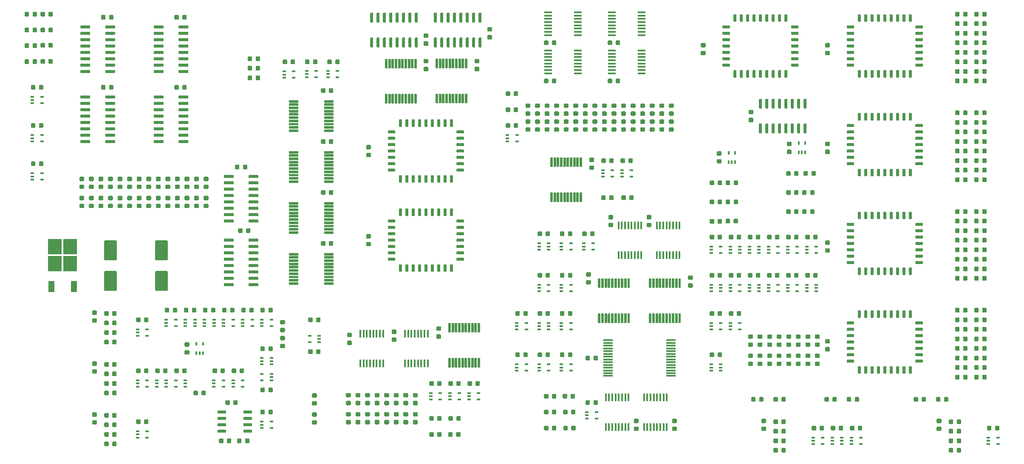
<source format=gbr>
G04 #@! TF.GenerationSoftware,KiCad,Pcbnew,(5.1.5)-3*
G04 #@! TF.CreationDate,2020-06-15T09:36:13+02:00*
G04 #@! TF.ProjectId,StateMachineTest,53746174-654d-4616-9368-696e65546573,rev?*
G04 #@! TF.SameCoordinates,Original*
G04 #@! TF.FileFunction,Paste,Top*
G04 #@! TF.FilePolarity,Positive*
%FSLAX46Y46*%
G04 Gerber Fmt 4.6, Leading zero omitted, Abs format (unit mm)*
G04 Created by KiCad (PCBNEW (5.1.5)-3) date 2020-06-15 09:36:13*
%MOMM*%
%LPD*%
G04 APERTURE LIST*
%ADD10R,0.450000X1.500000*%
%ADD11C,0.100000*%
%ADD12R,0.400000X0.650000*%
%ADD13R,0.650000X0.400000*%
%ADD14R,1.500000X0.450000*%
%ADD15R,1.870000X0.380000*%
%ADD16R,2.750000X3.050000*%
%ADD17R,1.200000X2.200000*%
G04 APERTURE END LIST*
D10*
X108850000Y-126590000D03*
X109500000Y-126590000D03*
X110150000Y-126590000D03*
X110800000Y-126590000D03*
X111450000Y-126590000D03*
X112100000Y-126590000D03*
X112750000Y-126590000D03*
X113400000Y-126590000D03*
X113400000Y-132490000D03*
X112750000Y-132490000D03*
X112100000Y-132490000D03*
X111450000Y-132490000D03*
X110800000Y-132490000D03*
X110150000Y-132490000D03*
X109500000Y-132490000D03*
X108850000Y-132490000D03*
D11*
G36*
X115684703Y-106380722D02*
G01*
X115699264Y-106382882D01*
X115713543Y-106386459D01*
X115727403Y-106391418D01*
X115740710Y-106397712D01*
X115753336Y-106405280D01*
X115765159Y-106414048D01*
X115776066Y-106423934D01*
X115785952Y-106434841D01*
X115794720Y-106446664D01*
X115802288Y-106459290D01*
X115808582Y-106472597D01*
X115813541Y-106486457D01*
X115817118Y-106500736D01*
X115819278Y-106515297D01*
X115820000Y-106530000D01*
X115820000Y-106830000D01*
X115819278Y-106844703D01*
X115817118Y-106859264D01*
X115813541Y-106873543D01*
X115808582Y-106887403D01*
X115802288Y-106900710D01*
X115794720Y-106913336D01*
X115785952Y-106925159D01*
X115776066Y-106936066D01*
X115765159Y-106945952D01*
X115753336Y-106954720D01*
X115740710Y-106962288D01*
X115727403Y-106968582D01*
X115713543Y-106973541D01*
X115699264Y-106977118D01*
X115684703Y-106979278D01*
X115670000Y-106980000D01*
X114495000Y-106980000D01*
X114480297Y-106979278D01*
X114465736Y-106977118D01*
X114451457Y-106973541D01*
X114437597Y-106968582D01*
X114424290Y-106962288D01*
X114411664Y-106954720D01*
X114399841Y-106945952D01*
X114388934Y-106936066D01*
X114379048Y-106925159D01*
X114370280Y-106913336D01*
X114362712Y-106900710D01*
X114356418Y-106887403D01*
X114351459Y-106873543D01*
X114347882Y-106859264D01*
X114345722Y-106844703D01*
X114345000Y-106830000D01*
X114345000Y-106530000D01*
X114345722Y-106515297D01*
X114347882Y-106500736D01*
X114351459Y-106486457D01*
X114356418Y-106472597D01*
X114362712Y-106459290D01*
X114370280Y-106446664D01*
X114379048Y-106434841D01*
X114388934Y-106423934D01*
X114399841Y-106414048D01*
X114411664Y-106405280D01*
X114424290Y-106397712D01*
X114437597Y-106391418D01*
X114451457Y-106386459D01*
X114465736Y-106382882D01*
X114480297Y-106380722D01*
X114495000Y-106380000D01*
X115670000Y-106380000D01*
X115684703Y-106380722D01*
G37*
G36*
X115684703Y-105110722D02*
G01*
X115699264Y-105112882D01*
X115713543Y-105116459D01*
X115727403Y-105121418D01*
X115740710Y-105127712D01*
X115753336Y-105135280D01*
X115765159Y-105144048D01*
X115776066Y-105153934D01*
X115785952Y-105164841D01*
X115794720Y-105176664D01*
X115802288Y-105189290D01*
X115808582Y-105202597D01*
X115813541Y-105216457D01*
X115817118Y-105230736D01*
X115819278Y-105245297D01*
X115820000Y-105260000D01*
X115820000Y-105560000D01*
X115819278Y-105574703D01*
X115817118Y-105589264D01*
X115813541Y-105603543D01*
X115808582Y-105617403D01*
X115802288Y-105630710D01*
X115794720Y-105643336D01*
X115785952Y-105655159D01*
X115776066Y-105666066D01*
X115765159Y-105675952D01*
X115753336Y-105684720D01*
X115740710Y-105692288D01*
X115727403Y-105698582D01*
X115713543Y-105703541D01*
X115699264Y-105707118D01*
X115684703Y-105709278D01*
X115670000Y-105710000D01*
X114495000Y-105710000D01*
X114480297Y-105709278D01*
X114465736Y-105707118D01*
X114451457Y-105703541D01*
X114437597Y-105698582D01*
X114424290Y-105692288D01*
X114411664Y-105684720D01*
X114399841Y-105675952D01*
X114388934Y-105666066D01*
X114379048Y-105655159D01*
X114370280Y-105643336D01*
X114362712Y-105630710D01*
X114356418Y-105617403D01*
X114351459Y-105603543D01*
X114347882Y-105589264D01*
X114345722Y-105574703D01*
X114345000Y-105560000D01*
X114345000Y-105260000D01*
X114345722Y-105245297D01*
X114347882Y-105230736D01*
X114351459Y-105216457D01*
X114356418Y-105202597D01*
X114362712Y-105189290D01*
X114370280Y-105176664D01*
X114379048Y-105164841D01*
X114388934Y-105153934D01*
X114399841Y-105144048D01*
X114411664Y-105135280D01*
X114424290Y-105127712D01*
X114437597Y-105121418D01*
X114451457Y-105116459D01*
X114465736Y-105112882D01*
X114480297Y-105110722D01*
X114495000Y-105110000D01*
X115670000Y-105110000D01*
X115684703Y-105110722D01*
G37*
G36*
X115684703Y-103840722D02*
G01*
X115699264Y-103842882D01*
X115713543Y-103846459D01*
X115727403Y-103851418D01*
X115740710Y-103857712D01*
X115753336Y-103865280D01*
X115765159Y-103874048D01*
X115776066Y-103883934D01*
X115785952Y-103894841D01*
X115794720Y-103906664D01*
X115802288Y-103919290D01*
X115808582Y-103932597D01*
X115813541Y-103946457D01*
X115817118Y-103960736D01*
X115819278Y-103975297D01*
X115820000Y-103990000D01*
X115820000Y-104290000D01*
X115819278Y-104304703D01*
X115817118Y-104319264D01*
X115813541Y-104333543D01*
X115808582Y-104347403D01*
X115802288Y-104360710D01*
X115794720Y-104373336D01*
X115785952Y-104385159D01*
X115776066Y-104396066D01*
X115765159Y-104405952D01*
X115753336Y-104414720D01*
X115740710Y-104422288D01*
X115727403Y-104428582D01*
X115713543Y-104433541D01*
X115699264Y-104437118D01*
X115684703Y-104439278D01*
X115670000Y-104440000D01*
X114495000Y-104440000D01*
X114480297Y-104439278D01*
X114465736Y-104437118D01*
X114451457Y-104433541D01*
X114437597Y-104428582D01*
X114424290Y-104422288D01*
X114411664Y-104414720D01*
X114399841Y-104405952D01*
X114388934Y-104396066D01*
X114379048Y-104385159D01*
X114370280Y-104373336D01*
X114362712Y-104360710D01*
X114356418Y-104347403D01*
X114351459Y-104333543D01*
X114347882Y-104319264D01*
X114345722Y-104304703D01*
X114345000Y-104290000D01*
X114345000Y-103990000D01*
X114345722Y-103975297D01*
X114347882Y-103960736D01*
X114351459Y-103946457D01*
X114356418Y-103932597D01*
X114362712Y-103919290D01*
X114370280Y-103906664D01*
X114379048Y-103894841D01*
X114388934Y-103883934D01*
X114399841Y-103874048D01*
X114411664Y-103865280D01*
X114424290Y-103857712D01*
X114437597Y-103851418D01*
X114451457Y-103846459D01*
X114465736Y-103842882D01*
X114480297Y-103840722D01*
X114495000Y-103840000D01*
X115670000Y-103840000D01*
X115684703Y-103840722D01*
G37*
G36*
X117004703Y-101650722D02*
G01*
X117019264Y-101652882D01*
X117033543Y-101656459D01*
X117047403Y-101661418D01*
X117060710Y-101667712D01*
X117073336Y-101675280D01*
X117085159Y-101684048D01*
X117096066Y-101693934D01*
X117105952Y-101704841D01*
X117114720Y-101716664D01*
X117122288Y-101729290D01*
X117128582Y-101742597D01*
X117133541Y-101756457D01*
X117137118Y-101770736D01*
X117139278Y-101785297D01*
X117140000Y-101800000D01*
X117140000Y-102975000D01*
X117139278Y-102989703D01*
X117137118Y-103004264D01*
X117133541Y-103018543D01*
X117128582Y-103032403D01*
X117122288Y-103045710D01*
X117114720Y-103058336D01*
X117105952Y-103070159D01*
X117096066Y-103081066D01*
X117085159Y-103090952D01*
X117073336Y-103099720D01*
X117060710Y-103107288D01*
X117047403Y-103113582D01*
X117033543Y-103118541D01*
X117019264Y-103122118D01*
X117004703Y-103124278D01*
X116990000Y-103125000D01*
X116690000Y-103125000D01*
X116675297Y-103124278D01*
X116660736Y-103122118D01*
X116646457Y-103118541D01*
X116632597Y-103113582D01*
X116619290Y-103107288D01*
X116606664Y-103099720D01*
X116594841Y-103090952D01*
X116583934Y-103081066D01*
X116574048Y-103070159D01*
X116565280Y-103058336D01*
X116557712Y-103045710D01*
X116551418Y-103032403D01*
X116546459Y-103018543D01*
X116542882Y-103004264D01*
X116540722Y-102989703D01*
X116540000Y-102975000D01*
X116540000Y-101800000D01*
X116540722Y-101785297D01*
X116542882Y-101770736D01*
X116546459Y-101756457D01*
X116551418Y-101742597D01*
X116557712Y-101729290D01*
X116565280Y-101716664D01*
X116574048Y-101704841D01*
X116583934Y-101693934D01*
X116594841Y-101684048D01*
X116606664Y-101675280D01*
X116619290Y-101667712D01*
X116632597Y-101661418D01*
X116646457Y-101656459D01*
X116660736Y-101652882D01*
X116675297Y-101650722D01*
X116690000Y-101650000D01*
X116990000Y-101650000D01*
X117004703Y-101650722D01*
G37*
G36*
X118274703Y-101650722D02*
G01*
X118289264Y-101652882D01*
X118303543Y-101656459D01*
X118317403Y-101661418D01*
X118330710Y-101667712D01*
X118343336Y-101675280D01*
X118355159Y-101684048D01*
X118366066Y-101693934D01*
X118375952Y-101704841D01*
X118384720Y-101716664D01*
X118392288Y-101729290D01*
X118398582Y-101742597D01*
X118403541Y-101756457D01*
X118407118Y-101770736D01*
X118409278Y-101785297D01*
X118410000Y-101800000D01*
X118410000Y-102975000D01*
X118409278Y-102989703D01*
X118407118Y-103004264D01*
X118403541Y-103018543D01*
X118398582Y-103032403D01*
X118392288Y-103045710D01*
X118384720Y-103058336D01*
X118375952Y-103070159D01*
X118366066Y-103081066D01*
X118355159Y-103090952D01*
X118343336Y-103099720D01*
X118330710Y-103107288D01*
X118317403Y-103113582D01*
X118303543Y-103118541D01*
X118289264Y-103122118D01*
X118274703Y-103124278D01*
X118260000Y-103125000D01*
X117960000Y-103125000D01*
X117945297Y-103124278D01*
X117930736Y-103122118D01*
X117916457Y-103118541D01*
X117902597Y-103113582D01*
X117889290Y-103107288D01*
X117876664Y-103099720D01*
X117864841Y-103090952D01*
X117853934Y-103081066D01*
X117844048Y-103070159D01*
X117835280Y-103058336D01*
X117827712Y-103045710D01*
X117821418Y-103032403D01*
X117816459Y-103018543D01*
X117812882Y-103004264D01*
X117810722Y-102989703D01*
X117810000Y-102975000D01*
X117810000Y-101800000D01*
X117810722Y-101785297D01*
X117812882Y-101770736D01*
X117816459Y-101756457D01*
X117821418Y-101742597D01*
X117827712Y-101729290D01*
X117835280Y-101716664D01*
X117844048Y-101704841D01*
X117853934Y-101693934D01*
X117864841Y-101684048D01*
X117876664Y-101675280D01*
X117889290Y-101667712D01*
X117902597Y-101661418D01*
X117916457Y-101656459D01*
X117930736Y-101652882D01*
X117945297Y-101650722D01*
X117960000Y-101650000D01*
X118260000Y-101650000D01*
X118274703Y-101650722D01*
G37*
G36*
X119544703Y-101650722D02*
G01*
X119559264Y-101652882D01*
X119573543Y-101656459D01*
X119587403Y-101661418D01*
X119600710Y-101667712D01*
X119613336Y-101675280D01*
X119625159Y-101684048D01*
X119636066Y-101693934D01*
X119645952Y-101704841D01*
X119654720Y-101716664D01*
X119662288Y-101729290D01*
X119668582Y-101742597D01*
X119673541Y-101756457D01*
X119677118Y-101770736D01*
X119679278Y-101785297D01*
X119680000Y-101800000D01*
X119680000Y-102975000D01*
X119679278Y-102989703D01*
X119677118Y-103004264D01*
X119673541Y-103018543D01*
X119668582Y-103032403D01*
X119662288Y-103045710D01*
X119654720Y-103058336D01*
X119645952Y-103070159D01*
X119636066Y-103081066D01*
X119625159Y-103090952D01*
X119613336Y-103099720D01*
X119600710Y-103107288D01*
X119587403Y-103113582D01*
X119573543Y-103118541D01*
X119559264Y-103122118D01*
X119544703Y-103124278D01*
X119530000Y-103125000D01*
X119230000Y-103125000D01*
X119215297Y-103124278D01*
X119200736Y-103122118D01*
X119186457Y-103118541D01*
X119172597Y-103113582D01*
X119159290Y-103107288D01*
X119146664Y-103099720D01*
X119134841Y-103090952D01*
X119123934Y-103081066D01*
X119114048Y-103070159D01*
X119105280Y-103058336D01*
X119097712Y-103045710D01*
X119091418Y-103032403D01*
X119086459Y-103018543D01*
X119082882Y-103004264D01*
X119080722Y-102989703D01*
X119080000Y-102975000D01*
X119080000Y-101800000D01*
X119080722Y-101785297D01*
X119082882Y-101770736D01*
X119086459Y-101756457D01*
X119091418Y-101742597D01*
X119097712Y-101729290D01*
X119105280Y-101716664D01*
X119114048Y-101704841D01*
X119123934Y-101693934D01*
X119134841Y-101684048D01*
X119146664Y-101675280D01*
X119159290Y-101667712D01*
X119172597Y-101661418D01*
X119186457Y-101656459D01*
X119200736Y-101652882D01*
X119215297Y-101650722D01*
X119230000Y-101650000D01*
X119530000Y-101650000D01*
X119544703Y-101650722D01*
G37*
G36*
X120814703Y-101650722D02*
G01*
X120829264Y-101652882D01*
X120843543Y-101656459D01*
X120857403Y-101661418D01*
X120870710Y-101667712D01*
X120883336Y-101675280D01*
X120895159Y-101684048D01*
X120906066Y-101693934D01*
X120915952Y-101704841D01*
X120924720Y-101716664D01*
X120932288Y-101729290D01*
X120938582Y-101742597D01*
X120943541Y-101756457D01*
X120947118Y-101770736D01*
X120949278Y-101785297D01*
X120950000Y-101800000D01*
X120950000Y-102975000D01*
X120949278Y-102989703D01*
X120947118Y-103004264D01*
X120943541Y-103018543D01*
X120938582Y-103032403D01*
X120932288Y-103045710D01*
X120924720Y-103058336D01*
X120915952Y-103070159D01*
X120906066Y-103081066D01*
X120895159Y-103090952D01*
X120883336Y-103099720D01*
X120870710Y-103107288D01*
X120857403Y-103113582D01*
X120843543Y-103118541D01*
X120829264Y-103122118D01*
X120814703Y-103124278D01*
X120800000Y-103125000D01*
X120500000Y-103125000D01*
X120485297Y-103124278D01*
X120470736Y-103122118D01*
X120456457Y-103118541D01*
X120442597Y-103113582D01*
X120429290Y-103107288D01*
X120416664Y-103099720D01*
X120404841Y-103090952D01*
X120393934Y-103081066D01*
X120384048Y-103070159D01*
X120375280Y-103058336D01*
X120367712Y-103045710D01*
X120361418Y-103032403D01*
X120356459Y-103018543D01*
X120352882Y-103004264D01*
X120350722Y-102989703D01*
X120350000Y-102975000D01*
X120350000Y-101800000D01*
X120350722Y-101785297D01*
X120352882Y-101770736D01*
X120356459Y-101756457D01*
X120361418Y-101742597D01*
X120367712Y-101729290D01*
X120375280Y-101716664D01*
X120384048Y-101704841D01*
X120393934Y-101693934D01*
X120404841Y-101684048D01*
X120416664Y-101675280D01*
X120429290Y-101667712D01*
X120442597Y-101661418D01*
X120456457Y-101656459D01*
X120470736Y-101652882D01*
X120485297Y-101650722D01*
X120500000Y-101650000D01*
X120800000Y-101650000D01*
X120814703Y-101650722D01*
G37*
G36*
X122084703Y-101650722D02*
G01*
X122099264Y-101652882D01*
X122113543Y-101656459D01*
X122127403Y-101661418D01*
X122140710Y-101667712D01*
X122153336Y-101675280D01*
X122165159Y-101684048D01*
X122176066Y-101693934D01*
X122185952Y-101704841D01*
X122194720Y-101716664D01*
X122202288Y-101729290D01*
X122208582Y-101742597D01*
X122213541Y-101756457D01*
X122217118Y-101770736D01*
X122219278Y-101785297D01*
X122220000Y-101800000D01*
X122220000Y-102975000D01*
X122219278Y-102989703D01*
X122217118Y-103004264D01*
X122213541Y-103018543D01*
X122208582Y-103032403D01*
X122202288Y-103045710D01*
X122194720Y-103058336D01*
X122185952Y-103070159D01*
X122176066Y-103081066D01*
X122165159Y-103090952D01*
X122153336Y-103099720D01*
X122140710Y-103107288D01*
X122127403Y-103113582D01*
X122113543Y-103118541D01*
X122099264Y-103122118D01*
X122084703Y-103124278D01*
X122070000Y-103125000D01*
X121770000Y-103125000D01*
X121755297Y-103124278D01*
X121740736Y-103122118D01*
X121726457Y-103118541D01*
X121712597Y-103113582D01*
X121699290Y-103107288D01*
X121686664Y-103099720D01*
X121674841Y-103090952D01*
X121663934Y-103081066D01*
X121654048Y-103070159D01*
X121645280Y-103058336D01*
X121637712Y-103045710D01*
X121631418Y-103032403D01*
X121626459Y-103018543D01*
X121622882Y-103004264D01*
X121620722Y-102989703D01*
X121620000Y-102975000D01*
X121620000Y-101800000D01*
X121620722Y-101785297D01*
X121622882Y-101770736D01*
X121626459Y-101756457D01*
X121631418Y-101742597D01*
X121637712Y-101729290D01*
X121645280Y-101716664D01*
X121654048Y-101704841D01*
X121663934Y-101693934D01*
X121674841Y-101684048D01*
X121686664Y-101675280D01*
X121699290Y-101667712D01*
X121712597Y-101661418D01*
X121726457Y-101656459D01*
X121740736Y-101652882D01*
X121755297Y-101650722D01*
X121770000Y-101650000D01*
X122070000Y-101650000D01*
X122084703Y-101650722D01*
G37*
G36*
X123354703Y-101650722D02*
G01*
X123369264Y-101652882D01*
X123383543Y-101656459D01*
X123397403Y-101661418D01*
X123410710Y-101667712D01*
X123423336Y-101675280D01*
X123435159Y-101684048D01*
X123446066Y-101693934D01*
X123455952Y-101704841D01*
X123464720Y-101716664D01*
X123472288Y-101729290D01*
X123478582Y-101742597D01*
X123483541Y-101756457D01*
X123487118Y-101770736D01*
X123489278Y-101785297D01*
X123490000Y-101800000D01*
X123490000Y-102975000D01*
X123489278Y-102989703D01*
X123487118Y-103004264D01*
X123483541Y-103018543D01*
X123478582Y-103032403D01*
X123472288Y-103045710D01*
X123464720Y-103058336D01*
X123455952Y-103070159D01*
X123446066Y-103081066D01*
X123435159Y-103090952D01*
X123423336Y-103099720D01*
X123410710Y-103107288D01*
X123397403Y-103113582D01*
X123383543Y-103118541D01*
X123369264Y-103122118D01*
X123354703Y-103124278D01*
X123340000Y-103125000D01*
X123040000Y-103125000D01*
X123025297Y-103124278D01*
X123010736Y-103122118D01*
X122996457Y-103118541D01*
X122982597Y-103113582D01*
X122969290Y-103107288D01*
X122956664Y-103099720D01*
X122944841Y-103090952D01*
X122933934Y-103081066D01*
X122924048Y-103070159D01*
X122915280Y-103058336D01*
X122907712Y-103045710D01*
X122901418Y-103032403D01*
X122896459Y-103018543D01*
X122892882Y-103004264D01*
X122890722Y-102989703D01*
X122890000Y-102975000D01*
X122890000Y-101800000D01*
X122890722Y-101785297D01*
X122892882Y-101770736D01*
X122896459Y-101756457D01*
X122901418Y-101742597D01*
X122907712Y-101729290D01*
X122915280Y-101716664D01*
X122924048Y-101704841D01*
X122933934Y-101693934D01*
X122944841Y-101684048D01*
X122956664Y-101675280D01*
X122969290Y-101667712D01*
X122982597Y-101661418D01*
X122996457Y-101656459D01*
X123010736Y-101652882D01*
X123025297Y-101650722D01*
X123040000Y-101650000D01*
X123340000Y-101650000D01*
X123354703Y-101650722D01*
G37*
G36*
X124624703Y-101650722D02*
G01*
X124639264Y-101652882D01*
X124653543Y-101656459D01*
X124667403Y-101661418D01*
X124680710Y-101667712D01*
X124693336Y-101675280D01*
X124705159Y-101684048D01*
X124716066Y-101693934D01*
X124725952Y-101704841D01*
X124734720Y-101716664D01*
X124742288Y-101729290D01*
X124748582Y-101742597D01*
X124753541Y-101756457D01*
X124757118Y-101770736D01*
X124759278Y-101785297D01*
X124760000Y-101800000D01*
X124760000Y-102975000D01*
X124759278Y-102989703D01*
X124757118Y-103004264D01*
X124753541Y-103018543D01*
X124748582Y-103032403D01*
X124742288Y-103045710D01*
X124734720Y-103058336D01*
X124725952Y-103070159D01*
X124716066Y-103081066D01*
X124705159Y-103090952D01*
X124693336Y-103099720D01*
X124680710Y-103107288D01*
X124667403Y-103113582D01*
X124653543Y-103118541D01*
X124639264Y-103122118D01*
X124624703Y-103124278D01*
X124610000Y-103125000D01*
X124310000Y-103125000D01*
X124295297Y-103124278D01*
X124280736Y-103122118D01*
X124266457Y-103118541D01*
X124252597Y-103113582D01*
X124239290Y-103107288D01*
X124226664Y-103099720D01*
X124214841Y-103090952D01*
X124203934Y-103081066D01*
X124194048Y-103070159D01*
X124185280Y-103058336D01*
X124177712Y-103045710D01*
X124171418Y-103032403D01*
X124166459Y-103018543D01*
X124162882Y-103004264D01*
X124160722Y-102989703D01*
X124160000Y-102975000D01*
X124160000Y-101800000D01*
X124160722Y-101785297D01*
X124162882Y-101770736D01*
X124166459Y-101756457D01*
X124171418Y-101742597D01*
X124177712Y-101729290D01*
X124185280Y-101716664D01*
X124194048Y-101704841D01*
X124203934Y-101693934D01*
X124214841Y-101684048D01*
X124226664Y-101675280D01*
X124239290Y-101667712D01*
X124252597Y-101661418D01*
X124266457Y-101656459D01*
X124280736Y-101652882D01*
X124295297Y-101650722D01*
X124310000Y-101650000D01*
X124610000Y-101650000D01*
X124624703Y-101650722D01*
G37*
G36*
X125894703Y-101650722D02*
G01*
X125909264Y-101652882D01*
X125923543Y-101656459D01*
X125937403Y-101661418D01*
X125950710Y-101667712D01*
X125963336Y-101675280D01*
X125975159Y-101684048D01*
X125986066Y-101693934D01*
X125995952Y-101704841D01*
X126004720Y-101716664D01*
X126012288Y-101729290D01*
X126018582Y-101742597D01*
X126023541Y-101756457D01*
X126027118Y-101770736D01*
X126029278Y-101785297D01*
X126030000Y-101800000D01*
X126030000Y-102975000D01*
X126029278Y-102989703D01*
X126027118Y-103004264D01*
X126023541Y-103018543D01*
X126018582Y-103032403D01*
X126012288Y-103045710D01*
X126004720Y-103058336D01*
X125995952Y-103070159D01*
X125986066Y-103081066D01*
X125975159Y-103090952D01*
X125963336Y-103099720D01*
X125950710Y-103107288D01*
X125937403Y-103113582D01*
X125923543Y-103118541D01*
X125909264Y-103122118D01*
X125894703Y-103124278D01*
X125880000Y-103125000D01*
X125580000Y-103125000D01*
X125565297Y-103124278D01*
X125550736Y-103122118D01*
X125536457Y-103118541D01*
X125522597Y-103113582D01*
X125509290Y-103107288D01*
X125496664Y-103099720D01*
X125484841Y-103090952D01*
X125473934Y-103081066D01*
X125464048Y-103070159D01*
X125455280Y-103058336D01*
X125447712Y-103045710D01*
X125441418Y-103032403D01*
X125436459Y-103018543D01*
X125432882Y-103004264D01*
X125430722Y-102989703D01*
X125430000Y-102975000D01*
X125430000Y-101800000D01*
X125430722Y-101785297D01*
X125432882Y-101770736D01*
X125436459Y-101756457D01*
X125441418Y-101742597D01*
X125447712Y-101729290D01*
X125455280Y-101716664D01*
X125464048Y-101704841D01*
X125473934Y-101693934D01*
X125484841Y-101684048D01*
X125496664Y-101675280D01*
X125509290Y-101667712D01*
X125522597Y-101661418D01*
X125536457Y-101656459D01*
X125550736Y-101652882D01*
X125565297Y-101650722D01*
X125580000Y-101650000D01*
X125880000Y-101650000D01*
X125894703Y-101650722D01*
G37*
G36*
X127164703Y-101650722D02*
G01*
X127179264Y-101652882D01*
X127193543Y-101656459D01*
X127207403Y-101661418D01*
X127220710Y-101667712D01*
X127233336Y-101675280D01*
X127245159Y-101684048D01*
X127256066Y-101693934D01*
X127265952Y-101704841D01*
X127274720Y-101716664D01*
X127282288Y-101729290D01*
X127288582Y-101742597D01*
X127293541Y-101756457D01*
X127297118Y-101770736D01*
X127299278Y-101785297D01*
X127300000Y-101800000D01*
X127300000Y-102975000D01*
X127299278Y-102989703D01*
X127297118Y-103004264D01*
X127293541Y-103018543D01*
X127288582Y-103032403D01*
X127282288Y-103045710D01*
X127274720Y-103058336D01*
X127265952Y-103070159D01*
X127256066Y-103081066D01*
X127245159Y-103090952D01*
X127233336Y-103099720D01*
X127220710Y-103107288D01*
X127207403Y-103113582D01*
X127193543Y-103118541D01*
X127179264Y-103122118D01*
X127164703Y-103124278D01*
X127150000Y-103125000D01*
X126850000Y-103125000D01*
X126835297Y-103124278D01*
X126820736Y-103122118D01*
X126806457Y-103118541D01*
X126792597Y-103113582D01*
X126779290Y-103107288D01*
X126766664Y-103099720D01*
X126754841Y-103090952D01*
X126743934Y-103081066D01*
X126734048Y-103070159D01*
X126725280Y-103058336D01*
X126717712Y-103045710D01*
X126711418Y-103032403D01*
X126706459Y-103018543D01*
X126702882Y-103004264D01*
X126700722Y-102989703D01*
X126700000Y-102975000D01*
X126700000Y-101800000D01*
X126700722Y-101785297D01*
X126702882Y-101770736D01*
X126706459Y-101756457D01*
X126711418Y-101742597D01*
X126717712Y-101729290D01*
X126725280Y-101716664D01*
X126734048Y-101704841D01*
X126743934Y-101693934D01*
X126754841Y-101684048D01*
X126766664Y-101675280D01*
X126779290Y-101667712D01*
X126792597Y-101661418D01*
X126806457Y-101656459D01*
X126820736Y-101652882D01*
X126835297Y-101650722D01*
X126850000Y-101650000D01*
X127150000Y-101650000D01*
X127164703Y-101650722D01*
G37*
G36*
X129359703Y-103840722D02*
G01*
X129374264Y-103842882D01*
X129388543Y-103846459D01*
X129402403Y-103851418D01*
X129415710Y-103857712D01*
X129428336Y-103865280D01*
X129440159Y-103874048D01*
X129451066Y-103883934D01*
X129460952Y-103894841D01*
X129469720Y-103906664D01*
X129477288Y-103919290D01*
X129483582Y-103932597D01*
X129488541Y-103946457D01*
X129492118Y-103960736D01*
X129494278Y-103975297D01*
X129495000Y-103990000D01*
X129495000Y-104290000D01*
X129494278Y-104304703D01*
X129492118Y-104319264D01*
X129488541Y-104333543D01*
X129483582Y-104347403D01*
X129477288Y-104360710D01*
X129469720Y-104373336D01*
X129460952Y-104385159D01*
X129451066Y-104396066D01*
X129440159Y-104405952D01*
X129428336Y-104414720D01*
X129415710Y-104422288D01*
X129402403Y-104428582D01*
X129388543Y-104433541D01*
X129374264Y-104437118D01*
X129359703Y-104439278D01*
X129345000Y-104440000D01*
X128170000Y-104440000D01*
X128155297Y-104439278D01*
X128140736Y-104437118D01*
X128126457Y-104433541D01*
X128112597Y-104428582D01*
X128099290Y-104422288D01*
X128086664Y-104414720D01*
X128074841Y-104405952D01*
X128063934Y-104396066D01*
X128054048Y-104385159D01*
X128045280Y-104373336D01*
X128037712Y-104360710D01*
X128031418Y-104347403D01*
X128026459Y-104333543D01*
X128022882Y-104319264D01*
X128020722Y-104304703D01*
X128020000Y-104290000D01*
X128020000Y-103990000D01*
X128020722Y-103975297D01*
X128022882Y-103960736D01*
X128026459Y-103946457D01*
X128031418Y-103932597D01*
X128037712Y-103919290D01*
X128045280Y-103906664D01*
X128054048Y-103894841D01*
X128063934Y-103883934D01*
X128074841Y-103874048D01*
X128086664Y-103865280D01*
X128099290Y-103857712D01*
X128112597Y-103851418D01*
X128126457Y-103846459D01*
X128140736Y-103842882D01*
X128155297Y-103840722D01*
X128170000Y-103840000D01*
X129345000Y-103840000D01*
X129359703Y-103840722D01*
G37*
G36*
X129359703Y-105110722D02*
G01*
X129374264Y-105112882D01*
X129388543Y-105116459D01*
X129402403Y-105121418D01*
X129415710Y-105127712D01*
X129428336Y-105135280D01*
X129440159Y-105144048D01*
X129451066Y-105153934D01*
X129460952Y-105164841D01*
X129469720Y-105176664D01*
X129477288Y-105189290D01*
X129483582Y-105202597D01*
X129488541Y-105216457D01*
X129492118Y-105230736D01*
X129494278Y-105245297D01*
X129495000Y-105260000D01*
X129495000Y-105560000D01*
X129494278Y-105574703D01*
X129492118Y-105589264D01*
X129488541Y-105603543D01*
X129483582Y-105617403D01*
X129477288Y-105630710D01*
X129469720Y-105643336D01*
X129460952Y-105655159D01*
X129451066Y-105666066D01*
X129440159Y-105675952D01*
X129428336Y-105684720D01*
X129415710Y-105692288D01*
X129402403Y-105698582D01*
X129388543Y-105703541D01*
X129374264Y-105707118D01*
X129359703Y-105709278D01*
X129345000Y-105710000D01*
X128170000Y-105710000D01*
X128155297Y-105709278D01*
X128140736Y-105707118D01*
X128126457Y-105703541D01*
X128112597Y-105698582D01*
X128099290Y-105692288D01*
X128086664Y-105684720D01*
X128074841Y-105675952D01*
X128063934Y-105666066D01*
X128054048Y-105655159D01*
X128045280Y-105643336D01*
X128037712Y-105630710D01*
X128031418Y-105617403D01*
X128026459Y-105603543D01*
X128022882Y-105589264D01*
X128020722Y-105574703D01*
X128020000Y-105560000D01*
X128020000Y-105260000D01*
X128020722Y-105245297D01*
X128022882Y-105230736D01*
X128026459Y-105216457D01*
X128031418Y-105202597D01*
X128037712Y-105189290D01*
X128045280Y-105176664D01*
X128054048Y-105164841D01*
X128063934Y-105153934D01*
X128074841Y-105144048D01*
X128086664Y-105135280D01*
X128099290Y-105127712D01*
X128112597Y-105121418D01*
X128126457Y-105116459D01*
X128140736Y-105112882D01*
X128155297Y-105110722D01*
X128170000Y-105110000D01*
X129345000Y-105110000D01*
X129359703Y-105110722D01*
G37*
G36*
X129359703Y-106380722D02*
G01*
X129374264Y-106382882D01*
X129388543Y-106386459D01*
X129402403Y-106391418D01*
X129415710Y-106397712D01*
X129428336Y-106405280D01*
X129440159Y-106414048D01*
X129451066Y-106423934D01*
X129460952Y-106434841D01*
X129469720Y-106446664D01*
X129477288Y-106459290D01*
X129483582Y-106472597D01*
X129488541Y-106486457D01*
X129492118Y-106500736D01*
X129494278Y-106515297D01*
X129495000Y-106530000D01*
X129495000Y-106830000D01*
X129494278Y-106844703D01*
X129492118Y-106859264D01*
X129488541Y-106873543D01*
X129483582Y-106887403D01*
X129477288Y-106900710D01*
X129469720Y-106913336D01*
X129460952Y-106925159D01*
X129451066Y-106936066D01*
X129440159Y-106945952D01*
X129428336Y-106954720D01*
X129415710Y-106962288D01*
X129402403Y-106968582D01*
X129388543Y-106973541D01*
X129374264Y-106977118D01*
X129359703Y-106979278D01*
X129345000Y-106980000D01*
X128170000Y-106980000D01*
X128155297Y-106979278D01*
X128140736Y-106977118D01*
X128126457Y-106973541D01*
X128112597Y-106968582D01*
X128099290Y-106962288D01*
X128086664Y-106954720D01*
X128074841Y-106945952D01*
X128063934Y-106936066D01*
X128054048Y-106925159D01*
X128045280Y-106913336D01*
X128037712Y-106900710D01*
X128031418Y-106887403D01*
X128026459Y-106873543D01*
X128022882Y-106859264D01*
X128020722Y-106844703D01*
X128020000Y-106830000D01*
X128020000Y-106530000D01*
X128020722Y-106515297D01*
X128022882Y-106500736D01*
X128026459Y-106486457D01*
X128031418Y-106472597D01*
X128037712Y-106459290D01*
X128045280Y-106446664D01*
X128054048Y-106434841D01*
X128063934Y-106423934D01*
X128074841Y-106414048D01*
X128086664Y-106405280D01*
X128099290Y-106397712D01*
X128112597Y-106391418D01*
X128126457Y-106386459D01*
X128140736Y-106382882D01*
X128155297Y-106380722D01*
X128170000Y-106380000D01*
X129345000Y-106380000D01*
X129359703Y-106380722D01*
G37*
G36*
X129359703Y-107650722D02*
G01*
X129374264Y-107652882D01*
X129388543Y-107656459D01*
X129402403Y-107661418D01*
X129415710Y-107667712D01*
X129428336Y-107675280D01*
X129440159Y-107684048D01*
X129451066Y-107693934D01*
X129460952Y-107704841D01*
X129469720Y-107716664D01*
X129477288Y-107729290D01*
X129483582Y-107742597D01*
X129488541Y-107756457D01*
X129492118Y-107770736D01*
X129494278Y-107785297D01*
X129495000Y-107800000D01*
X129495000Y-108100000D01*
X129494278Y-108114703D01*
X129492118Y-108129264D01*
X129488541Y-108143543D01*
X129483582Y-108157403D01*
X129477288Y-108170710D01*
X129469720Y-108183336D01*
X129460952Y-108195159D01*
X129451066Y-108206066D01*
X129440159Y-108215952D01*
X129428336Y-108224720D01*
X129415710Y-108232288D01*
X129402403Y-108238582D01*
X129388543Y-108243541D01*
X129374264Y-108247118D01*
X129359703Y-108249278D01*
X129345000Y-108250000D01*
X128170000Y-108250000D01*
X128155297Y-108249278D01*
X128140736Y-108247118D01*
X128126457Y-108243541D01*
X128112597Y-108238582D01*
X128099290Y-108232288D01*
X128086664Y-108224720D01*
X128074841Y-108215952D01*
X128063934Y-108206066D01*
X128054048Y-108195159D01*
X128045280Y-108183336D01*
X128037712Y-108170710D01*
X128031418Y-108157403D01*
X128026459Y-108143543D01*
X128022882Y-108129264D01*
X128020722Y-108114703D01*
X128020000Y-108100000D01*
X128020000Y-107800000D01*
X128020722Y-107785297D01*
X128022882Y-107770736D01*
X128026459Y-107756457D01*
X128031418Y-107742597D01*
X128037712Y-107729290D01*
X128045280Y-107716664D01*
X128054048Y-107704841D01*
X128063934Y-107693934D01*
X128074841Y-107684048D01*
X128086664Y-107675280D01*
X128099290Y-107667712D01*
X128112597Y-107661418D01*
X128126457Y-107656459D01*
X128140736Y-107652882D01*
X128155297Y-107650722D01*
X128170000Y-107650000D01*
X129345000Y-107650000D01*
X129359703Y-107650722D01*
G37*
G36*
X129359703Y-108920722D02*
G01*
X129374264Y-108922882D01*
X129388543Y-108926459D01*
X129402403Y-108931418D01*
X129415710Y-108937712D01*
X129428336Y-108945280D01*
X129440159Y-108954048D01*
X129451066Y-108963934D01*
X129460952Y-108974841D01*
X129469720Y-108986664D01*
X129477288Y-108999290D01*
X129483582Y-109012597D01*
X129488541Y-109026457D01*
X129492118Y-109040736D01*
X129494278Y-109055297D01*
X129495000Y-109070000D01*
X129495000Y-109370000D01*
X129494278Y-109384703D01*
X129492118Y-109399264D01*
X129488541Y-109413543D01*
X129483582Y-109427403D01*
X129477288Y-109440710D01*
X129469720Y-109453336D01*
X129460952Y-109465159D01*
X129451066Y-109476066D01*
X129440159Y-109485952D01*
X129428336Y-109494720D01*
X129415710Y-109502288D01*
X129402403Y-109508582D01*
X129388543Y-109513541D01*
X129374264Y-109517118D01*
X129359703Y-109519278D01*
X129345000Y-109520000D01*
X128170000Y-109520000D01*
X128155297Y-109519278D01*
X128140736Y-109517118D01*
X128126457Y-109513541D01*
X128112597Y-109508582D01*
X128099290Y-109502288D01*
X128086664Y-109494720D01*
X128074841Y-109485952D01*
X128063934Y-109476066D01*
X128054048Y-109465159D01*
X128045280Y-109453336D01*
X128037712Y-109440710D01*
X128031418Y-109427403D01*
X128026459Y-109413543D01*
X128022882Y-109399264D01*
X128020722Y-109384703D01*
X128020000Y-109370000D01*
X128020000Y-109070000D01*
X128020722Y-109055297D01*
X128022882Y-109040736D01*
X128026459Y-109026457D01*
X128031418Y-109012597D01*
X128037712Y-108999290D01*
X128045280Y-108986664D01*
X128054048Y-108974841D01*
X128063934Y-108963934D01*
X128074841Y-108954048D01*
X128086664Y-108945280D01*
X128099290Y-108937712D01*
X128112597Y-108931418D01*
X128126457Y-108926459D01*
X128140736Y-108922882D01*
X128155297Y-108920722D01*
X128170000Y-108920000D01*
X129345000Y-108920000D01*
X129359703Y-108920722D01*
G37*
G36*
X129359703Y-110190722D02*
G01*
X129374264Y-110192882D01*
X129388543Y-110196459D01*
X129402403Y-110201418D01*
X129415710Y-110207712D01*
X129428336Y-110215280D01*
X129440159Y-110224048D01*
X129451066Y-110233934D01*
X129460952Y-110244841D01*
X129469720Y-110256664D01*
X129477288Y-110269290D01*
X129483582Y-110282597D01*
X129488541Y-110296457D01*
X129492118Y-110310736D01*
X129494278Y-110325297D01*
X129495000Y-110340000D01*
X129495000Y-110640000D01*
X129494278Y-110654703D01*
X129492118Y-110669264D01*
X129488541Y-110683543D01*
X129483582Y-110697403D01*
X129477288Y-110710710D01*
X129469720Y-110723336D01*
X129460952Y-110735159D01*
X129451066Y-110746066D01*
X129440159Y-110755952D01*
X129428336Y-110764720D01*
X129415710Y-110772288D01*
X129402403Y-110778582D01*
X129388543Y-110783541D01*
X129374264Y-110787118D01*
X129359703Y-110789278D01*
X129345000Y-110790000D01*
X128170000Y-110790000D01*
X128155297Y-110789278D01*
X128140736Y-110787118D01*
X128126457Y-110783541D01*
X128112597Y-110778582D01*
X128099290Y-110772288D01*
X128086664Y-110764720D01*
X128074841Y-110755952D01*
X128063934Y-110746066D01*
X128054048Y-110735159D01*
X128045280Y-110723336D01*
X128037712Y-110710710D01*
X128031418Y-110697403D01*
X128026459Y-110683543D01*
X128022882Y-110669264D01*
X128020722Y-110654703D01*
X128020000Y-110640000D01*
X128020000Y-110340000D01*
X128020722Y-110325297D01*
X128022882Y-110310736D01*
X128026459Y-110296457D01*
X128031418Y-110282597D01*
X128037712Y-110269290D01*
X128045280Y-110256664D01*
X128054048Y-110244841D01*
X128063934Y-110233934D01*
X128074841Y-110224048D01*
X128086664Y-110215280D01*
X128099290Y-110207712D01*
X128112597Y-110201418D01*
X128126457Y-110196459D01*
X128140736Y-110192882D01*
X128155297Y-110190722D01*
X128170000Y-110190000D01*
X129345000Y-110190000D01*
X129359703Y-110190722D01*
G37*
G36*
X129359703Y-111460722D02*
G01*
X129374264Y-111462882D01*
X129388543Y-111466459D01*
X129402403Y-111471418D01*
X129415710Y-111477712D01*
X129428336Y-111485280D01*
X129440159Y-111494048D01*
X129451066Y-111503934D01*
X129460952Y-111514841D01*
X129469720Y-111526664D01*
X129477288Y-111539290D01*
X129483582Y-111552597D01*
X129488541Y-111566457D01*
X129492118Y-111580736D01*
X129494278Y-111595297D01*
X129495000Y-111610000D01*
X129495000Y-111910000D01*
X129494278Y-111924703D01*
X129492118Y-111939264D01*
X129488541Y-111953543D01*
X129483582Y-111967403D01*
X129477288Y-111980710D01*
X129469720Y-111993336D01*
X129460952Y-112005159D01*
X129451066Y-112016066D01*
X129440159Y-112025952D01*
X129428336Y-112034720D01*
X129415710Y-112042288D01*
X129402403Y-112048582D01*
X129388543Y-112053541D01*
X129374264Y-112057118D01*
X129359703Y-112059278D01*
X129345000Y-112060000D01*
X128170000Y-112060000D01*
X128155297Y-112059278D01*
X128140736Y-112057118D01*
X128126457Y-112053541D01*
X128112597Y-112048582D01*
X128099290Y-112042288D01*
X128086664Y-112034720D01*
X128074841Y-112025952D01*
X128063934Y-112016066D01*
X128054048Y-112005159D01*
X128045280Y-111993336D01*
X128037712Y-111980710D01*
X128031418Y-111967403D01*
X128026459Y-111953543D01*
X128022882Y-111939264D01*
X128020722Y-111924703D01*
X128020000Y-111910000D01*
X128020000Y-111610000D01*
X128020722Y-111595297D01*
X128022882Y-111580736D01*
X128026459Y-111566457D01*
X128031418Y-111552597D01*
X128037712Y-111539290D01*
X128045280Y-111526664D01*
X128054048Y-111514841D01*
X128063934Y-111503934D01*
X128074841Y-111494048D01*
X128086664Y-111485280D01*
X128099290Y-111477712D01*
X128112597Y-111471418D01*
X128126457Y-111466459D01*
X128140736Y-111462882D01*
X128155297Y-111460722D01*
X128170000Y-111460000D01*
X129345000Y-111460000D01*
X129359703Y-111460722D01*
G37*
G36*
X127164703Y-112775722D02*
G01*
X127179264Y-112777882D01*
X127193543Y-112781459D01*
X127207403Y-112786418D01*
X127220710Y-112792712D01*
X127233336Y-112800280D01*
X127245159Y-112809048D01*
X127256066Y-112818934D01*
X127265952Y-112829841D01*
X127274720Y-112841664D01*
X127282288Y-112854290D01*
X127288582Y-112867597D01*
X127293541Y-112881457D01*
X127297118Y-112895736D01*
X127299278Y-112910297D01*
X127300000Y-112925000D01*
X127300000Y-114100000D01*
X127299278Y-114114703D01*
X127297118Y-114129264D01*
X127293541Y-114143543D01*
X127288582Y-114157403D01*
X127282288Y-114170710D01*
X127274720Y-114183336D01*
X127265952Y-114195159D01*
X127256066Y-114206066D01*
X127245159Y-114215952D01*
X127233336Y-114224720D01*
X127220710Y-114232288D01*
X127207403Y-114238582D01*
X127193543Y-114243541D01*
X127179264Y-114247118D01*
X127164703Y-114249278D01*
X127150000Y-114250000D01*
X126850000Y-114250000D01*
X126835297Y-114249278D01*
X126820736Y-114247118D01*
X126806457Y-114243541D01*
X126792597Y-114238582D01*
X126779290Y-114232288D01*
X126766664Y-114224720D01*
X126754841Y-114215952D01*
X126743934Y-114206066D01*
X126734048Y-114195159D01*
X126725280Y-114183336D01*
X126717712Y-114170710D01*
X126711418Y-114157403D01*
X126706459Y-114143543D01*
X126702882Y-114129264D01*
X126700722Y-114114703D01*
X126700000Y-114100000D01*
X126700000Y-112925000D01*
X126700722Y-112910297D01*
X126702882Y-112895736D01*
X126706459Y-112881457D01*
X126711418Y-112867597D01*
X126717712Y-112854290D01*
X126725280Y-112841664D01*
X126734048Y-112829841D01*
X126743934Y-112818934D01*
X126754841Y-112809048D01*
X126766664Y-112800280D01*
X126779290Y-112792712D01*
X126792597Y-112786418D01*
X126806457Y-112781459D01*
X126820736Y-112777882D01*
X126835297Y-112775722D01*
X126850000Y-112775000D01*
X127150000Y-112775000D01*
X127164703Y-112775722D01*
G37*
G36*
X125894703Y-112775722D02*
G01*
X125909264Y-112777882D01*
X125923543Y-112781459D01*
X125937403Y-112786418D01*
X125950710Y-112792712D01*
X125963336Y-112800280D01*
X125975159Y-112809048D01*
X125986066Y-112818934D01*
X125995952Y-112829841D01*
X126004720Y-112841664D01*
X126012288Y-112854290D01*
X126018582Y-112867597D01*
X126023541Y-112881457D01*
X126027118Y-112895736D01*
X126029278Y-112910297D01*
X126030000Y-112925000D01*
X126030000Y-114100000D01*
X126029278Y-114114703D01*
X126027118Y-114129264D01*
X126023541Y-114143543D01*
X126018582Y-114157403D01*
X126012288Y-114170710D01*
X126004720Y-114183336D01*
X125995952Y-114195159D01*
X125986066Y-114206066D01*
X125975159Y-114215952D01*
X125963336Y-114224720D01*
X125950710Y-114232288D01*
X125937403Y-114238582D01*
X125923543Y-114243541D01*
X125909264Y-114247118D01*
X125894703Y-114249278D01*
X125880000Y-114250000D01*
X125580000Y-114250000D01*
X125565297Y-114249278D01*
X125550736Y-114247118D01*
X125536457Y-114243541D01*
X125522597Y-114238582D01*
X125509290Y-114232288D01*
X125496664Y-114224720D01*
X125484841Y-114215952D01*
X125473934Y-114206066D01*
X125464048Y-114195159D01*
X125455280Y-114183336D01*
X125447712Y-114170710D01*
X125441418Y-114157403D01*
X125436459Y-114143543D01*
X125432882Y-114129264D01*
X125430722Y-114114703D01*
X125430000Y-114100000D01*
X125430000Y-112925000D01*
X125430722Y-112910297D01*
X125432882Y-112895736D01*
X125436459Y-112881457D01*
X125441418Y-112867597D01*
X125447712Y-112854290D01*
X125455280Y-112841664D01*
X125464048Y-112829841D01*
X125473934Y-112818934D01*
X125484841Y-112809048D01*
X125496664Y-112800280D01*
X125509290Y-112792712D01*
X125522597Y-112786418D01*
X125536457Y-112781459D01*
X125550736Y-112777882D01*
X125565297Y-112775722D01*
X125580000Y-112775000D01*
X125880000Y-112775000D01*
X125894703Y-112775722D01*
G37*
G36*
X124624703Y-112775722D02*
G01*
X124639264Y-112777882D01*
X124653543Y-112781459D01*
X124667403Y-112786418D01*
X124680710Y-112792712D01*
X124693336Y-112800280D01*
X124705159Y-112809048D01*
X124716066Y-112818934D01*
X124725952Y-112829841D01*
X124734720Y-112841664D01*
X124742288Y-112854290D01*
X124748582Y-112867597D01*
X124753541Y-112881457D01*
X124757118Y-112895736D01*
X124759278Y-112910297D01*
X124760000Y-112925000D01*
X124760000Y-114100000D01*
X124759278Y-114114703D01*
X124757118Y-114129264D01*
X124753541Y-114143543D01*
X124748582Y-114157403D01*
X124742288Y-114170710D01*
X124734720Y-114183336D01*
X124725952Y-114195159D01*
X124716066Y-114206066D01*
X124705159Y-114215952D01*
X124693336Y-114224720D01*
X124680710Y-114232288D01*
X124667403Y-114238582D01*
X124653543Y-114243541D01*
X124639264Y-114247118D01*
X124624703Y-114249278D01*
X124610000Y-114250000D01*
X124310000Y-114250000D01*
X124295297Y-114249278D01*
X124280736Y-114247118D01*
X124266457Y-114243541D01*
X124252597Y-114238582D01*
X124239290Y-114232288D01*
X124226664Y-114224720D01*
X124214841Y-114215952D01*
X124203934Y-114206066D01*
X124194048Y-114195159D01*
X124185280Y-114183336D01*
X124177712Y-114170710D01*
X124171418Y-114157403D01*
X124166459Y-114143543D01*
X124162882Y-114129264D01*
X124160722Y-114114703D01*
X124160000Y-114100000D01*
X124160000Y-112925000D01*
X124160722Y-112910297D01*
X124162882Y-112895736D01*
X124166459Y-112881457D01*
X124171418Y-112867597D01*
X124177712Y-112854290D01*
X124185280Y-112841664D01*
X124194048Y-112829841D01*
X124203934Y-112818934D01*
X124214841Y-112809048D01*
X124226664Y-112800280D01*
X124239290Y-112792712D01*
X124252597Y-112786418D01*
X124266457Y-112781459D01*
X124280736Y-112777882D01*
X124295297Y-112775722D01*
X124310000Y-112775000D01*
X124610000Y-112775000D01*
X124624703Y-112775722D01*
G37*
G36*
X123354703Y-112775722D02*
G01*
X123369264Y-112777882D01*
X123383543Y-112781459D01*
X123397403Y-112786418D01*
X123410710Y-112792712D01*
X123423336Y-112800280D01*
X123435159Y-112809048D01*
X123446066Y-112818934D01*
X123455952Y-112829841D01*
X123464720Y-112841664D01*
X123472288Y-112854290D01*
X123478582Y-112867597D01*
X123483541Y-112881457D01*
X123487118Y-112895736D01*
X123489278Y-112910297D01*
X123490000Y-112925000D01*
X123490000Y-114100000D01*
X123489278Y-114114703D01*
X123487118Y-114129264D01*
X123483541Y-114143543D01*
X123478582Y-114157403D01*
X123472288Y-114170710D01*
X123464720Y-114183336D01*
X123455952Y-114195159D01*
X123446066Y-114206066D01*
X123435159Y-114215952D01*
X123423336Y-114224720D01*
X123410710Y-114232288D01*
X123397403Y-114238582D01*
X123383543Y-114243541D01*
X123369264Y-114247118D01*
X123354703Y-114249278D01*
X123340000Y-114250000D01*
X123040000Y-114250000D01*
X123025297Y-114249278D01*
X123010736Y-114247118D01*
X122996457Y-114243541D01*
X122982597Y-114238582D01*
X122969290Y-114232288D01*
X122956664Y-114224720D01*
X122944841Y-114215952D01*
X122933934Y-114206066D01*
X122924048Y-114195159D01*
X122915280Y-114183336D01*
X122907712Y-114170710D01*
X122901418Y-114157403D01*
X122896459Y-114143543D01*
X122892882Y-114129264D01*
X122890722Y-114114703D01*
X122890000Y-114100000D01*
X122890000Y-112925000D01*
X122890722Y-112910297D01*
X122892882Y-112895736D01*
X122896459Y-112881457D01*
X122901418Y-112867597D01*
X122907712Y-112854290D01*
X122915280Y-112841664D01*
X122924048Y-112829841D01*
X122933934Y-112818934D01*
X122944841Y-112809048D01*
X122956664Y-112800280D01*
X122969290Y-112792712D01*
X122982597Y-112786418D01*
X122996457Y-112781459D01*
X123010736Y-112777882D01*
X123025297Y-112775722D01*
X123040000Y-112775000D01*
X123340000Y-112775000D01*
X123354703Y-112775722D01*
G37*
G36*
X122084703Y-112775722D02*
G01*
X122099264Y-112777882D01*
X122113543Y-112781459D01*
X122127403Y-112786418D01*
X122140710Y-112792712D01*
X122153336Y-112800280D01*
X122165159Y-112809048D01*
X122176066Y-112818934D01*
X122185952Y-112829841D01*
X122194720Y-112841664D01*
X122202288Y-112854290D01*
X122208582Y-112867597D01*
X122213541Y-112881457D01*
X122217118Y-112895736D01*
X122219278Y-112910297D01*
X122220000Y-112925000D01*
X122220000Y-114100000D01*
X122219278Y-114114703D01*
X122217118Y-114129264D01*
X122213541Y-114143543D01*
X122208582Y-114157403D01*
X122202288Y-114170710D01*
X122194720Y-114183336D01*
X122185952Y-114195159D01*
X122176066Y-114206066D01*
X122165159Y-114215952D01*
X122153336Y-114224720D01*
X122140710Y-114232288D01*
X122127403Y-114238582D01*
X122113543Y-114243541D01*
X122099264Y-114247118D01*
X122084703Y-114249278D01*
X122070000Y-114250000D01*
X121770000Y-114250000D01*
X121755297Y-114249278D01*
X121740736Y-114247118D01*
X121726457Y-114243541D01*
X121712597Y-114238582D01*
X121699290Y-114232288D01*
X121686664Y-114224720D01*
X121674841Y-114215952D01*
X121663934Y-114206066D01*
X121654048Y-114195159D01*
X121645280Y-114183336D01*
X121637712Y-114170710D01*
X121631418Y-114157403D01*
X121626459Y-114143543D01*
X121622882Y-114129264D01*
X121620722Y-114114703D01*
X121620000Y-114100000D01*
X121620000Y-112925000D01*
X121620722Y-112910297D01*
X121622882Y-112895736D01*
X121626459Y-112881457D01*
X121631418Y-112867597D01*
X121637712Y-112854290D01*
X121645280Y-112841664D01*
X121654048Y-112829841D01*
X121663934Y-112818934D01*
X121674841Y-112809048D01*
X121686664Y-112800280D01*
X121699290Y-112792712D01*
X121712597Y-112786418D01*
X121726457Y-112781459D01*
X121740736Y-112777882D01*
X121755297Y-112775722D01*
X121770000Y-112775000D01*
X122070000Y-112775000D01*
X122084703Y-112775722D01*
G37*
G36*
X120814703Y-112775722D02*
G01*
X120829264Y-112777882D01*
X120843543Y-112781459D01*
X120857403Y-112786418D01*
X120870710Y-112792712D01*
X120883336Y-112800280D01*
X120895159Y-112809048D01*
X120906066Y-112818934D01*
X120915952Y-112829841D01*
X120924720Y-112841664D01*
X120932288Y-112854290D01*
X120938582Y-112867597D01*
X120943541Y-112881457D01*
X120947118Y-112895736D01*
X120949278Y-112910297D01*
X120950000Y-112925000D01*
X120950000Y-114100000D01*
X120949278Y-114114703D01*
X120947118Y-114129264D01*
X120943541Y-114143543D01*
X120938582Y-114157403D01*
X120932288Y-114170710D01*
X120924720Y-114183336D01*
X120915952Y-114195159D01*
X120906066Y-114206066D01*
X120895159Y-114215952D01*
X120883336Y-114224720D01*
X120870710Y-114232288D01*
X120857403Y-114238582D01*
X120843543Y-114243541D01*
X120829264Y-114247118D01*
X120814703Y-114249278D01*
X120800000Y-114250000D01*
X120500000Y-114250000D01*
X120485297Y-114249278D01*
X120470736Y-114247118D01*
X120456457Y-114243541D01*
X120442597Y-114238582D01*
X120429290Y-114232288D01*
X120416664Y-114224720D01*
X120404841Y-114215952D01*
X120393934Y-114206066D01*
X120384048Y-114195159D01*
X120375280Y-114183336D01*
X120367712Y-114170710D01*
X120361418Y-114157403D01*
X120356459Y-114143543D01*
X120352882Y-114129264D01*
X120350722Y-114114703D01*
X120350000Y-114100000D01*
X120350000Y-112925000D01*
X120350722Y-112910297D01*
X120352882Y-112895736D01*
X120356459Y-112881457D01*
X120361418Y-112867597D01*
X120367712Y-112854290D01*
X120375280Y-112841664D01*
X120384048Y-112829841D01*
X120393934Y-112818934D01*
X120404841Y-112809048D01*
X120416664Y-112800280D01*
X120429290Y-112792712D01*
X120442597Y-112786418D01*
X120456457Y-112781459D01*
X120470736Y-112777882D01*
X120485297Y-112775722D01*
X120500000Y-112775000D01*
X120800000Y-112775000D01*
X120814703Y-112775722D01*
G37*
G36*
X119544703Y-112775722D02*
G01*
X119559264Y-112777882D01*
X119573543Y-112781459D01*
X119587403Y-112786418D01*
X119600710Y-112792712D01*
X119613336Y-112800280D01*
X119625159Y-112809048D01*
X119636066Y-112818934D01*
X119645952Y-112829841D01*
X119654720Y-112841664D01*
X119662288Y-112854290D01*
X119668582Y-112867597D01*
X119673541Y-112881457D01*
X119677118Y-112895736D01*
X119679278Y-112910297D01*
X119680000Y-112925000D01*
X119680000Y-114100000D01*
X119679278Y-114114703D01*
X119677118Y-114129264D01*
X119673541Y-114143543D01*
X119668582Y-114157403D01*
X119662288Y-114170710D01*
X119654720Y-114183336D01*
X119645952Y-114195159D01*
X119636066Y-114206066D01*
X119625159Y-114215952D01*
X119613336Y-114224720D01*
X119600710Y-114232288D01*
X119587403Y-114238582D01*
X119573543Y-114243541D01*
X119559264Y-114247118D01*
X119544703Y-114249278D01*
X119530000Y-114250000D01*
X119230000Y-114250000D01*
X119215297Y-114249278D01*
X119200736Y-114247118D01*
X119186457Y-114243541D01*
X119172597Y-114238582D01*
X119159290Y-114232288D01*
X119146664Y-114224720D01*
X119134841Y-114215952D01*
X119123934Y-114206066D01*
X119114048Y-114195159D01*
X119105280Y-114183336D01*
X119097712Y-114170710D01*
X119091418Y-114157403D01*
X119086459Y-114143543D01*
X119082882Y-114129264D01*
X119080722Y-114114703D01*
X119080000Y-114100000D01*
X119080000Y-112925000D01*
X119080722Y-112910297D01*
X119082882Y-112895736D01*
X119086459Y-112881457D01*
X119091418Y-112867597D01*
X119097712Y-112854290D01*
X119105280Y-112841664D01*
X119114048Y-112829841D01*
X119123934Y-112818934D01*
X119134841Y-112809048D01*
X119146664Y-112800280D01*
X119159290Y-112792712D01*
X119172597Y-112786418D01*
X119186457Y-112781459D01*
X119200736Y-112777882D01*
X119215297Y-112775722D01*
X119230000Y-112775000D01*
X119530000Y-112775000D01*
X119544703Y-112775722D01*
G37*
G36*
X118274703Y-112775722D02*
G01*
X118289264Y-112777882D01*
X118303543Y-112781459D01*
X118317403Y-112786418D01*
X118330710Y-112792712D01*
X118343336Y-112800280D01*
X118355159Y-112809048D01*
X118366066Y-112818934D01*
X118375952Y-112829841D01*
X118384720Y-112841664D01*
X118392288Y-112854290D01*
X118398582Y-112867597D01*
X118403541Y-112881457D01*
X118407118Y-112895736D01*
X118409278Y-112910297D01*
X118410000Y-112925000D01*
X118410000Y-114100000D01*
X118409278Y-114114703D01*
X118407118Y-114129264D01*
X118403541Y-114143543D01*
X118398582Y-114157403D01*
X118392288Y-114170710D01*
X118384720Y-114183336D01*
X118375952Y-114195159D01*
X118366066Y-114206066D01*
X118355159Y-114215952D01*
X118343336Y-114224720D01*
X118330710Y-114232288D01*
X118317403Y-114238582D01*
X118303543Y-114243541D01*
X118289264Y-114247118D01*
X118274703Y-114249278D01*
X118260000Y-114250000D01*
X117960000Y-114250000D01*
X117945297Y-114249278D01*
X117930736Y-114247118D01*
X117916457Y-114243541D01*
X117902597Y-114238582D01*
X117889290Y-114232288D01*
X117876664Y-114224720D01*
X117864841Y-114215952D01*
X117853934Y-114206066D01*
X117844048Y-114195159D01*
X117835280Y-114183336D01*
X117827712Y-114170710D01*
X117821418Y-114157403D01*
X117816459Y-114143543D01*
X117812882Y-114129264D01*
X117810722Y-114114703D01*
X117810000Y-114100000D01*
X117810000Y-112925000D01*
X117810722Y-112910297D01*
X117812882Y-112895736D01*
X117816459Y-112881457D01*
X117821418Y-112867597D01*
X117827712Y-112854290D01*
X117835280Y-112841664D01*
X117844048Y-112829841D01*
X117853934Y-112818934D01*
X117864841Y-112809048D01*
X117876664Y-112800280D01*
X117889290Y-112792712D01*
X117902597Y-112786418D01*
X117916457Y-112781459D01*
X117930736Y-112777882D01*
X117945297Y-112775722D01*
X117960000Y-112775000D01*
X118260000Y-112775000D01*
X118274703Y-112775722D01*
G37*
G36*
X117004703Y-112775722D02*
G01*
X117019264Y-112777882D01*
X117033543Y-112781459D01*
X117047403Y-112786418D01*
X117060710Y-112792712D01*
X117073336Y-112800280D01*
X117085159Y-112809048D01*
X117096066Y-112818934D01*
X117105952Y-112829841D01*
X117114720Y-112841664D01*
X117122288Y-112854290D01*
X117128582Y-112867597D01*
X117133541Y-112881457D01*
X117137118Y-112895736D01*
X117139278Y-112910297D01*
X117140000Y-112925000D01*
X117140000Y-114100000D01*
X117139278Y-114114703D01*
X117137118Y-114129264D01*
X117133541Y-114143543D01*
X117128582Y-114157403D01*
X117122288Y-114170710D01*
X117114720Y-114183336D01*
X117105952Y-114195159D01*
X117096066Y-114206066D01*
X117085159Y-114215952D01*
X117073336Y-114224720D01*
X117060710Y-114232288D01*
X117047403Y-114238582D01*
X117033543Y-114243541D01*
X117019264Y-114247118D01*
X117004703Y-114249278D01*
X116990000Y-114250000D01*
X116690000Y-114250000D01*
X116675297Y-114249278D01*
X116660736Y-114247118D01*
X116646457Y-114243541D01*
X116632597Y-114238582D01*
X116619290Y-114232288D01*
X116606664Y-114224720D01*
X116594841Y-114215952D01*
X116583934Y-114206066D01*
X116574048Y-114195159D01*
X116565280Y-114183336D01*
X116557712Y-114170710D01*
X116551418Y-114157403D01*
X116546459Y-114143543D01*
X116542882Y-114129264D01*
X116540722Y-114114703D01*
X116540000Y-114100000D01*
X116540000Y-112925000D01*
X116540722Y-112910297D01*
X116542882Y-112895736D01*
X116546459Y-112881457D01*
X116551418Y-112867597D01*
X116557712Y-112854290D01*
X116565280Y-112841664D01*
X116574048Y-112829841D01*
X116583934Y-112818934D01*
X116594841Y-112809048D01*
X116606664Y-112800280D01*
X116619290Y-112792712D01*
X116632597Y-112786418D01*
X116646457Y-112781459D01*
X116660736Y-112777882D01*
X116675297Y-112775722D01*
X116690000Y-112775000D01*
X116990000Y-112775000D01*
X117004703Y-112775722D01*
G37*
G36*
X115684703Y-111460722D02*
G01*
X115699264Y-111462882D01*
X115713543Y-111466459D01*
X115727403Y-111471418D01*
X115740710Y-111477712D01*
X115753336Y-111485280D01*
X115765159Y-111494048D01*
X115776066Y-111503934D01*
X115785952Y-111514841D01*
X115794720Y-111526664D01*
X115802288Y-111539290D01*
X115808582Y-111552597D01*
X115813541Y-111566457D01*
X115817118Y-111580736D01*
X115819278Y-111595297D01*
X115820000Y-111610000D01*
X115820000Y-111910000D01*
X115819278Y-111924703D01*
X115817118Y-111939264D01*
X115813541Y-111953543D01*
X115808582Y-111967403D01*
X115802288Y-111980710D01*
X115794720Y-111993336D01*
X115785952Y-112005159D01*
X115776066Y-112016066D01*
X115765159Y-112025952D01*
X115753336Y-112034720D01*
X115740710Y-112042288D01*
X115727403Y-112048582D01*
X115713543Y-112053541D01*
X115699264Y-112057118D01*
X115684703Y-112059278D01*
X115670000Y-112060000D01*
X114495000Y-112060000D01*
X114480297Y-112059278D01*
X114465736Y-112057118D01*
X114451457Y-112053541D01*
X114437597Y-112048582D01*
X114424290Y-112042288D01*
X114411664Y-112034720D01*
X114399841Y-112025952D01*
X114388934Y-112016066D01*
X114379048Y-112005159D01*
X114370280Y-111993336D01*
X114362712Y-111980710D01*
X114356418Y-111967403D01*
X114351459Y-111953543D01*
X114347882Y-111939264D01*
X114345722Y-111924703D01*
X114345000Y-111910000D01*
X114345000Y-111610000D01*
X114345722Y-111595297D01*
X114347882Y-111580736D01*
X114351459Y-111566457D01*
X114356418Y-111552597D01*
X114362712Y-111539290D01*
X114370280Y-111526664D01*
X114379048Y-111514841D01*
X114388934Y-111503934D01*
X114399841Y-111494048D01*
X114411664Y-111485280D01*
X114424290Y-111477712D01*
X114437597Y-111471418D01*
X114451457Y-111466459D01*
X114465736Y-111462882D01*
X114480297Y-111460722D01*
X114495000Y-111460000D01*
X115670000Y-111460000D01*
X115684703Y-111460722D01*
G37*
G36*
X115684703Y-110190722D02*
G01*
X115699264Y-110192882D01*
X115713543Y-110196459D01*
X115727403Y-110201418D01*
X115740710Y-110207712D01*
X115753336Y-110215280D01*
X115765159Y-110224048D01*
X115776066Y-110233934D01*
X115785952Y-110244841D01*
X115794720Y-110256664D01*
X115802288Y-110269290D01*
X115808582Y-110282597D01*
X115813541Y-110296457D01*
X115817118Y-110310736D01*
X115819278Y-110325297D01*
X115820000Y-110340000D01*
X115820000Y-110640000D01*
X115819278Y-110654703D01*
X115817118Y-110669264D01*
X115813541Y-110683543D01*
X115808582Y-110697403D01*
X115802288Y-110710710D01*
X115794720Y-110723336D01*
X115785952Y-110735159D01*
X115776066Y-110746066D01*
X115765159Y-110755952D01*
X115753336Y-110764720D01*
X115740710Y-110772288D01*
X115727403Y-110778582D01*
X115713543Y-110783541D01*
X115699264Y-110787118D01*
X115684703Y-110789278D01*
X115670000Y-110790000D01*
X114495000Y-110790000D01*
X114480297Y-110789278D01*
X114465736Y-110787118D01*
X114451457Y-110783541D01*
X114437597Y-110778582D01*
X114424290Y-110772288D01*
X114411664Y-110764720D01*
X114399841Y-110755952D01*
X114388934Y-110746066D01*
X114379048Y-110735159D01*
X114370280Y-110723336D01*
X114362712Y-110710710D01*
X114356418Y-110697403D01*
X114351459Y-110683543D01*
X114347882Y-110669264D01*
X114345722Y-110654703D01*
X114345000Y-110640000D01*
X114345000Y-110340000D01*
X114345722Y-110325297D01*
X114347882Y-110310736D01*
X114351459Y-110296457D01*
X114356418Y-110282597D01*
X114362712Y-110269290D01*
X114370280Y-110256664D01*
X114379048Y-110244841D01*
X114388934Y-110233934D01*
X114399841Y-110224048D01*
X114411664Y-110215280D01*
X114424290Y-110207712D01*
X114437597Y-110201418D01*
X114451457Y-110196459D01*
X114465736Y-110192882D01*
X114480297Y-110190722D01*
X114495000Y-110190000D01*
X115670000Y-110190000D01*
X115684703Y-110190722D01*
G37*
G36*
X115684703Y-108920722D02*
G01*
X115699264Y-108922882D01*
X115713543Y-108926459D01*
X115727403Y-108931418D01*
X115740710Y-108937712D01*
X115753336Y-108945280D01*
X115765159Y-108954048D01*
X115776066Y-108963934D01*
X115785952Y-108974841D01*
X115794720Y-108986664D01*
X115802288Y-108999290D01*
X115808582Y-109012597D01*
X115813541Y-109026457D01*
X115817118Y-109040736D01*
X115819278Y-109055297D01*
X115820000Y-109070000D01*
X115820000Y-109370000D01*
X115819278Y-109384703D01*
X115817118Y-109399264D01*
X115813541Y-109413543D01*
X115808582Y-109427403D01*
X115802288Y-109440710D01*
X115794720Y-109453336D01*
X115785952Y-109465159D01*
X115776066Y-109476066D01*
X115765159Y-109485952D01*
X115753336Y-109494720D01*
X115740710Y-109502288D01*
X115727403Y-109508582D01*
X115713543Y-109513541D01*
X115699264Y-109517118D01*
X115684703Y-109519278D01*
X115670000Y-109520000D01*
X114495000Y-109520000D01*
X114480297Y-109519278D01*
X114465736Y-109517118D01*
X114451457Y-109513541D01*
X114437597Y-109508582D01*
X114424290Y-109502288D01*
X114411664Y-109494720D01*
X114399841Y-109485952D01*
X114388934Y-109476066D01*
X114379048Y-109465159D01*
X114370280Y-109453336D01*
X114362712Y-109440710D01*
X114356418Y-109427403D01*
X114351459Y-109413543D01*
X114347882Y-109399264D01*
X114345722Y-109384703D01*
X114345000Y-109370000D01*
X114345000Y-109070000D01*
X114345722Y-109055297D01*
X114347882Y-109040736D01*
X114351459Y-109026457D01*
X114356418Y-109012597D01*
X114362712Y-108999290D01*
X114370280Y-108986664D01*
X114379048Y-108974841D01*
X114388934Y-108963934D01*
X114399841Y-108954048D01*
X114411664Y-108945280D01*
X114424290Y-108937712D01*
X114437597Y-108931418D01*
X114451457Y-108926459D01*
X114465736Y-108922882D01*
X114480297Y-108920722D01*
X114495000Y-108920000D01*
X115670000Y-108920000D01*
X115684703Y-108920722D01*
G37*
G36*
X115684703Y-107650722D02*
G01*
X115699264Y-107652882D01*
X115713543Y-107656459D01*
X115727403Y-107661418D01*
X115740710Y-107667712D01*
X115753336Y-107675280D01*
X115765159Y-107684048D01*
X115776066Y-107693934D01*
X115785952Y-107704841D01*
X115794720Y-107716664D01*
X115802288Y-107729290D01*
X115808582Y-107742597D01*
X115813541Y-107756457D01*
X115817118Y-107770736D01*
X115819278Y-107785297D01*
X115820000Y-107800000D01*
X115820000Y-108100000D01*
X115819278Y-108114703D01*
X115817118Y-108129264D01*
X115813541Y-108143543D01*
X115808582Y-108157403D01*
X115802288Y-108170710D01*
X115794720Y-108183336D01*
X115785952Y-108195159D01*
X115776066Y-108206066D01*
X115765159Y-108215952D01*
X115753336Y-108224720D01*
X115740710Y-108232288D01*
X115727403Y-108238582D01*
X115713543Y-108243541D01*
X115699264Y-108247118D01*
X115684703Y-108249278D01*
X115670000Y-108250000D01*
X114495000Y-108250000D01*
X114480297Y-108249278D01*
X114465736Y-108247118D01*
X114451457Y-108243541D01*
X114437597Y-108238582D01*
X114424290Y-108232288D01*
X114411664Y-108224720D01*
X114399841Y-108215952D01*
X114388934Y-108206066D01*
X114379048Y-108195159D01*
X114370280Y-108183336D01*
X114362712Y-108170710D01*
X114356418Y-108157403D01*
X114351459Y-108143543D01*
X114347882Y-108129264D01*
X114345722Y-108114703D01*
X114345000Y-108100000D01*
X114345000Y-107800000D01*
X114345722Y-107785297D01*
X114347882Y-107770736D01*
X114351459Y-107756457D01*
X114356418Y-107742597D01*
X114362712Y-107729290D01*
X114370280Y-107716664D01*
X114379048Y-107704841D01*
X114388934Y-107693934D01*
X114399841Y-107684048D01*
X114411664Y-107675280D01*
X114424290Y-107667712D01*
X114437597Y-107661418D01*
X114451457Y-107656459D01*
X114465736Y-107652882D01*
X114480297Y-107650722D01*
X114495000Y-107650000D01*
X115670000Y-107650000D01*
X115684703Y-107650722D01*
G37*
D12*
X182230000Y-90490000D03*
X183530000Y-90490000D03*
X182880000Y-92390000D03*
X183530000Y-92390000D03*
X182230000Y-92390000D03*
D11*
G36*
X180617691Y-90216053D02*
G01*
X180638926Y-90219203D01*
X180659750Y-90224419D01*
X180679962Y-90231651D01*
X180699368Y-90240830D01*
X180717781Y-90251866D01*
X180735024Y-90264654D01*
X180750930Y-90279070D01*
X180765346Y-90294976D01*
X180778134Y-90312219D01*
X180789170Y-90330632D01*
X180798349Y-90350038D01*
X180805581Y-90370250D01*
X180810797Y-90391074D01*
X180813947Y-90412309D01*
X180815000Y-90433750D01*
X180815000Y-90871250D01*
X180813947Y-90892691D01*
X180810797Y-90913926D01*
X180805581Y-90934750D01*
X180798349Y-90954962D01*
X180789170Y-90974368D01*
X180778134Y-90992781D01*
X180765346Y-91010024D01*
X180750930Y-91025930D01*
X180735024Y-91040346D01*
X180717781Y-91053134D01*
X180699368Y-91064170D01*
X180679962Y-91073349D01*
X180659750Y-91080581D01*
X180638926Y-91085797D01*
X180617691Y-91088947D01*
X180596250Y-91090000D01*
X180083750Y-91090000D01*
X180062309Y-91088947D01*
X180041074Y-91085797D01*
X180020250Y-91080581D01*
X180000038Y-91073349D01*
X179980632Y-91064170D01*
X179962219Y-91053134D01*
X179944976Y-91040346D01*
X179929070Y-91025930D01*
X179914654Y-91010024D01*
X179901866Y-90992781D01*
X179890830Y-90974368D01*
X179881651Y-90954962D01*
X179874419Y-90934750D01*
X179869203Y-90913926D01*
X179866053Y-90892691D01*
X179865000Y-90871250D01*
X179865000Y-90433750D01*
X179866053Y-90412309D01*
X179869203Y-90391074D01*
X179874419Y-90370250D01*
X179881651Y-90350038D01*
X179890830Y-90330632D01*
X179901866Y-90312219D01*
X179914654Y-90294976D01*
X179929070Y-90279070D01*
X179944976Y-90264654D01*
X179962219Y-90251866D01*
X179980632Y-90240830D01*
X180000038Y-90231651D01*
X180020250Y-90224419D01*
X180041074Y-90219203D01*
X180062309Y-90216053D01*
X180083750Y-90215000D01*
X180596250Y-90215000D01*
X180617691Y-90216053D01*
G37*
G36*
X180617691Y-91791053D02*
G01*
X180638926Y-91794203D01*
X180659750Y-91799419D01*
X180679962Y-91806651D01*
X180699368Y-91815830D01*
X180717781Y-91826866D01*
X180735024Y-91839654D01*
X180750930Y-91854070D01*
X180765346Y-91869976D01*
X180778134Y-91887219D01*
X180789170Y-91905632D01*
X180798349Y-91925038D01*
X180805581Y-91945250D01*
X180810797Y-91966074D01*
X180813947Y-91987309D01*
X180815000Y-92008750D01*
X180815000Y-92446250D01*
X180813947Y-92467691D01*
X180810797Y-92488926D01*
X180805581Y-92509750D01*
X180798349Y-92529962D01*
X180789170Y-92549368D01*
X180778134Y-92567781D01*
X180765346Y-92585024D01*
X180750930Y-92600930D01*
X180735024Y-92615346D01*
X180717781Y-92628134D01*
X180699368Y-92639170D01*
X180679962Y-92648349D01*
X180659750Y-92655581D01*
X180638926Y-92660797D01*
X180617691Y-92663947D01*
X180596250Y-92665000D01*
X180083750Y-92665000D01*
X180062309Y-92663947D01*
X180041074Y-92660797D01*
X180020250Y-92655581D01*
X180000038Y-92648349D01*
X179980632Y-92639170D01*
X179962219Y-92628134D01*
X179944976Y-92615346D01*
X179929070Y-92600930D01*
X179914654Y-92585024D01*
X179901866Y-92567781D01*
X179890830Y-92549368D01*
X179881651Y-92529962D01*
X179874419Y-92509750D01*
X179869203Y-92488926D01*
X179866053Y-92467691D01*
X179865000Y-92446250D01*
X179865000Y-92008750D01*
X179866053Y-91987309D01*
X179869203Y-91966074D01*
X179874419Y-91945250D01*
X179881651Y-91925038D01*
X179890830Y-91905632D01*
X179901866Y-91887219D01*
X179914654Y-91869976D01*
X179929070Y-91854070D01*
X179944976Y-91839654D01*
X179962219Y-91826866D01*
X179980632Y-91815830D01*
X180000038Y-91806651D01*
X180020250Y-91799419D01*
X180041074Y-91794203D01*
X180062309Y-91791053D01*
X180083750Y-91790000D01*
X180596250Y-91790000D01*
X180617691Y-91791053D01*
G37*
D13*
X146365000Y-124445000D03*
X146365000Y-125745000D03*
X144465000Y-125095000D03*
X146365000Y-125095000D03*
X144465000Y-125745000D03*
X144465000Y-124445000D03*
D11*
G36*
X146442691Y-122081053D02*
G01*
X146463926Y-122084203D01*
X146484750Y-122089419D01*
X146504962Y-122096651D01*
X146524368Y-122105830D01*
X146542781Y-122116866D01*
X146560024Y-122129654D01*
X146575930Y-122144070D01*
X146590346Y-122159976D01*
X146603134Y-122177219D01*
X146614170Y-122195632D01*
X146623349Y-122215038D01*
X146630581Y-122235250D01*
X146635797Y-122256074D01*
X146638947Y-122277309D01*
X146640000Y-122298750D01*
X146640000Y-122811250D01*
X146638947Y-122832691D01*
X146635797Y-122853926D01*
X146630581Y-122874750D01*
X146623349Y-122894962D01*
X146614170Y-122914368D01*
X146603134Y-122932781D01*
X146590346Y-122950024D01*
X146575930Y-122965930D01*
X146560024Y-122980346D01*
X146542781Y-122993134D01*
X146524368Y-123004170D01*
X146504962Y-123013349D01*
X146484750Y-123020581D01*
X146463926Y-123025797D01*
X146442691Y-123028947D01*
X146421250Y-123030000D01*
X145983750Y-123030000D01*
X145962309Y-123028947D01*
X145941074Y-123025797D01*
X145920250Y-123020581D01*
X145900038Y-123013349D01*
X145880632Y-123004170D01*
X145862219Y-122993134D01*
X145844976Y-122980346D01*
X145829070Y-122965930D01*
X145814654Y-122950024D01*
X145801866Y-122932781D01*
X145790830Y-122914368D01*
X145781651Y-122894962D01*
X145774419Y-122874750D01*
X145769203Y-122853926D01*
X145766053Y-122832691D01*
X145765000Y-122811250D01*
X145765000Y-122298750D01*
X145766053Y-122277309D01*
X145769203Y-122256074D01*
X145774419Y-122235250D01*
X145781651Y-122215038D01*
X145790830Y-122195632D01*
X145801866Y-122177219D01*
X145814654Y-122159976D01*
X145829070Y-122144070D01*
X145844976Y-122129654D01*
X145862219Y-122116866D01*
X145880632Y-122105830D01*
X145900038Y-122096651D01*
X145920250Y-122089419D01*
X145941074Y-122084203D01*
X145962309Y-122081053D01*
X145983750Y-122080000D01*
X146421250Y-122080000D01*
X146442691Y-122081053D01*
G37*
G36*
X144867691Y-122081053D02*
G01*
X144888926Y-122084203D01*
X144909750Y-122089419D01*
X144929962Y-122096651D01*
X144949368Y-122105830D01*
X144967781Y-122116866D01*
X144985024Y-122129654D01*
X145000930Y-122144070D01*
X145015346Y-122159976D01*
X145028134Y-122177219D01*
X145039170Y-122195632D01*
X145048349Y-122215038D01*
X145055581Y-122235250D01*
X145060797Y-122256074D01*
X145063947Y-122277309D01*
X145065000Y-122298750D01*
X145065000Y-122811250D01*
X145063947Y-122832691D01*
X145060797Y-122853926D01*
X145055581Y-122874750D01*
X145048349Y-122894962D01*
X145039170Y-122914368D01*
X145028134Y-122932781D01*
X145015346Y-122950024D01*
X145000930Y-122965930D01*
X144985024Y-122980346D01*
X144967781Y-122993134D01*
X144949368Y-123004170D01*
X144929962Y-123013349D01*
X144909750Y-123020581D01*
X144888926Y-123025797D01*
X144867691Y-123028947D01*
X144846250Y-123030000D01*
X144408750Y-123030000D01*
X144387309Y-123028947D01*
X144366074Y-123025797D01*
X144345250Y-123020581D01*
X144325038Y-123013349D01*
X144305632Y-123004170D01*
X144287219Y-122993134D01*
X144269976Y-122980346D01*
X144254070Y-122965930D01*
X144239654Y-122950024D01*
X144226866Y-122932781D01*
X144215830Y-122914368D01*
X144206651Y-122894962D01*
X144199419Y-122874750D01*
X144194203Y-122853926D01*
X144191053Y-122832691D01*
X144190000Y-122811250D01*
X144190000Y-122298750D01*
X144191053Y-122277309D01*
X144194203Y-122256074D01*
X144199419Y-122235250D01*
X144206651Y-122215038D01*
X144215830Y-122195632D01*
X144226866Y-122177219D01*
X144239654Y-122159976D01*
X144254070Y-122144070D01*
X144269976Y-122129654D01*
X144287219Y-122116866D01*
X144305632Y-122105830D01*
X144325038Y-122096651D01*
X144345250Y-122089419D01*
X144366074Y-122084203D01*
X144387309Y-122081053D01*
X144408750Y-122080000D01*
X144846250Y-122080000D01*
X144867691Y-122081053D01*
G37*
G36*
X132879703Y-67540722D02*
G01*
X132894264Y-67542882D01*
X132908543Y-67546459D01*
X132922403Y-67551418D01*
X132935710Y-67557712D01*
X132948336Y-67565280D01*
X132960159Y-67574048D01*
X132971066Y-67583934D01*
X132980952Y-67594841D01*
X132989720Y-67606664D01*
X132997288Y-67619290D01*
X133003582Y-67632597D01*
X133008541Y-67646457D01*
X133012118Y-67660736D01*
X133014278Y-67675297D01*
X133015000Y-67690000D01*
X133015000Y-69340000D01*
X133014278Y-69354703D01*
X133012118Y-69369264D01*
X133008541Y-69383543D01*
X133003582Y-69397403D01*
X132997288Y-69410710D01*
X132989720Y-69423336D01*
X132980952Y-69435159D01*
X132971066Y-69446066D01*
X132960159Y-69455952D01*
X132948336Y-69464720D01*
X132935710Y-69472288D01*
X132922403Y-69478582D01*
X132908543Y-69483541D01*
X132894264Y-69487118D01*
X132879703Y-69489278D01*
X132865000Y-69490000D01*
X132565000Y-69490000D01*
X132550297Y-69489278D01*
X132535736Y-69487118D01*
X132521457Y-69483541D01*
X132507597Y-69478582D01*
X132494290Y-69472288D01*
X132481664Y-69464720D01*
X132469841Y-69455952D01*
X132458934Y-69446066D01*
X132449048Y-69435159D01*
X132440280Y-69423336D01*
X132432712Y-69410710D01*
X132426418Y-69397403D01*
X132421459Y-69383543D01*
X132417882Y-69369264D01*
X132415722Y-69354703D01*
X132415000Y-69340000D01*
X132415000Y-67690000D01*
X132415722Y-67675297D01*
X132417882Y-67660736D01*
X132421459Y-67646457D01*
X132426418Y-67632597D01*
X132432712Y-67619290D01*
X132440280Y-67606664D01*
X132449048Y-67594841D01*
X132458934Y-67583934D01*
X132469841Y-67574048D01*
X132481664Y-67565280D01*
X132494290Y-67557712D01*
X132507597Y-67551418D01*
X132521457Y-67546459D01*
X132535736Y-67542882D01*
X132550297Y-67540722D01*
X132565000Y-67540000D01*
X132865000Y-67540000D01*
X132879703Y-67540722D01*
G37*
G36*
X131609703Y-67540722D02*
G01*
X131624264Y-67542882D01*
X131638543Y-67546459D01*
X131652403Y-67551418D01*
X131665710Y-67557712D01*
X131678336Y-67565280D01*
X131690159Y-67574048D01*
X131701066Y-67583934D01*
X131710952Y-67594841D01*
X131719720Y-67606664D01*
X131727288Y-67619290D01*
X131733582Y-67632597D01*
X131738541Y-67646457D01*
X131742118Y-67660736D01*
X131744278Y-67675297D01*
X131745000Y-67690000D01*
X131745000Y-69340000D01*
X131744278Y-69354703D01*
X131742118Y-69369264D01*
X131738541Y-69383543D01*
X131733582Y-69397403D01*
X131727288Y-69410710D01*
X131719720Y-69423336D01*
X131710952Y-69435159D01*
X131701066Y-69446066D01*
X131690159Y-69455952D01*
X131678336Y-69464720D01*
X131665710Y-69472288D01*
X131652403Y-69478582D01*
X131638543Y-69483541D01*
X131624264Y-69487118D01*
X131609703Y-69489278D01*
X131595000Y-69490000D01*
X131295000Y-69490000D01*
X131280297Y-69489278D01*
X131265736Y-69487118D01*
X131251457Y-69483541D01*
X131237597Y-69478582D01*
X131224290Y-69472288D01*
X131211664Y-69464720D01*
X131199841Y-69455952D01*
X131188934Y-69446066D01*
X131179048Y-69435159D01*
X131170280Y-69423336D01*
X131162712Y-69410710D01*
X131156418Y-69397403D01*
X131151459Y-69383543D01*
X131147882Y-69369264D01*
X131145722Y-69354703D01*
X131145000Y-69340000D01*
X131145000Y-67690000D01*
X131145722Y-67675297D01*
X131147882Y-67660736D01*
X131151459Y-67646457D01*
X131156418Y-67632597D01*
X131162712Y-67619290D01*
X131170280Y-67606664D01*
X131179048Y-67594841D01*
X131188934Y-67583934D01*
X131199841Y-67574048D01*
X131211664Y-67565280D01*
X131224290Y-67557712D01*
X131237597Y-67551418D01*
X131251457Y-67546459D01*
X131265736Y-67542882D01*
X131280297Y-67540722D01*
X131295000Y-67540000D01*
X131595000Y-67540000D01*
X131609703Y-67540722D01*
G37*
G36*
X130339703Y-67540722D02*
G01*
X130354264Y-67542882D01*
X130368543Y-67546459D01*
X130382403Y-67551418D01*
X130395710Y-67557712D01*
X130408336Y-67565280D01*
X130420159Y-67574048D01*
X130431066Y-67583934D01*
X130440952Y-67594841D01*
X130449720Y-67606664D01*
X130457288Y-67619290D01*
X130463582Y-67632597D01*
X130468541Y-67646457D01*
X130472118Y-67660736D01*
X130474278Y-67675297D01*
X130475000Y-67690000D01*
X130475000Y-69340000D01*
X130474278Y-69354703D01*
X130472118Y-69369264D01*
X130468541Y-69383543D01*
X130463582Y-69397403D01*
X130457288Y-69410710D01*
X130449720Y-69423336D01*
X130440952Y-69435159D01*
X130431066Y-69446066D01*
X130420159Y-69455952D01*
X130408336Y-69464720D01*
X130395710Y-69472288D01*
X130382403Y-69478582D01*
X130368543Y-69483541D01*
X130354264Y-69487118D01*
X130339703Y-69489278D01*
X130325000Y-69490000D01*
X130025000Y-69490000D01*
X130010297Y-69489278D01*
X129995736Y-69487118D01*
X129981457Y-69483541D01*
X129967597Y-69478582D01*
X129954290Y-69472288D01*
X129941664Y-69464720D01*
X129929841Y-69455952D01*
X129918934Y-69446066D01*
X129909048Y-69435159D01*
X129900280Y-69423336D01*
X129892712Y-69410710D01*
X129886418Y-69397403D01*
X129881459Y-69383543D01*
X129877882Y-69369264D01*
X129875722Y-69354703D01*
X129875000Y-69340000D01*
X129875000Y-67690000D01*
X129875722Y-67675297D01*
X129877882Y-67660736D01*
X129881459Y-67646457D01*
X129886418Y-67632597D01*
X129892712Y-67619290D01*
X129900280Y-67606664D01*
X129909048Y-67594841D01*
X129918934Y-67583934D01*
X129929841Y-67574048D01*
X129941664Y-67565280D01*
X129954290Y-67557712D01*
X129967597Y-67551418D01*
X129981457Y-67546459D01*
X129995736Y-67542882D01*
X130010297Y-67540722D01*
X130025000Y-67540000D01*
X130325000Y-67540000D01*
X130339703Y-67540722D01*
G37*
G36*
X129069703Y-67540722D02*
G01*
X129084264Y-67542882D01*
X129098543Y-67546459D01*
X129112403Y-67551418D01*
X129125710Y-67557712D01*
X129138336Y-67565280D01*
X129150159Y-67574048D01*
X129161066Y-67583934D01*
X129170952Y-67594841D01*
X129179720Y-67606664D01*
X129187288Y-67619290D01*
X129193582Y-67632597D01*
X129198541Y-67646457D01*
X129202118Y-67660736D01*
X129204278Y-67675297D01*
X129205000Y-67690000D01*
X129205000Y-69340000D01*
X129204278Y-69354703D01*
X129202118Y-69369264D01*
X129198541Y-69383543D01*
X129193582Y-69397403D01*
X129187288Y-69410710D01*
X129179720Y-69423336D01*
X129170952Y-69435159D01*
X129161066Y-69446066D01*
X129150159Y-69455952D01*
X129138336Y-69464720D01*
X129125710Y-69472288D01*
X129112403Y-69478582D01*
X129098543Y-69483541D01*
X129084264Y-69487118D01*
X129069703Y-69489278D01*
X129055000Y-69490000D01*
X128755000Y-69490000D01*
X128740297Y-69489278D01*
X128725736Y-69487118D01*
X128711457Y-69483541D01*
X128697597Y-69478582D01*
X128684290Y-69472288D01*
X128671664Y-69464720D01*
X128659841Y-69455952D01*
X128648934Y-69446066D01*
X128639048Y-69435159D01*
X128630280Y-69423336D01*
X128622712Y-69410710D01*
X128616418Y-69397403D01*
X128611459Y-69383543D01*
X128607882Y-69369264D01*
X128605722Y-69354703D01*
X128605000Y-69340000D01*
X128605000Y-67690000D01*
X128605722Y-67675297D01*
X128607882Y-67660736D01*
X128611459Y-67646457D01*
X128616418Y-67632597D01*
X128622712Y-67619290D01*
X128630280Y-67606664D01*
X128639048Y-67594841D01*
X128648934Y-67583934D01*
X128659841Y-67574048D01*
X128671664Y-67565280D01*
X128684290Y-67557712D01*
X128697597Y-67551418D01*
X128711457Y-67546459D01*
X128725736Y-67542882D01*
X128740297Y-67540722D01*
X128755000Y-67540000D01*
X129055000Y-67540000D01*
X129069703Y-67540722D01*
G37*
G36*
X127799703Y-67540722D02*
G01*
X127814264Y-67542882D01*
X127828543Y-67546459D01*
X127842403Y-67551418D01*
X127855710Y-67557712D01*
X127868336Y-67565280D01*
X127880159Y-67574048D01*
X127891066Y-67583934D01*
X127900952Y-67594841D01*
X127909720Y-67606664D01*
X127917288Y-67619290D01*
X127923582Y-67632597D01*
X127928541Y-67646457D01*
X127932118Y-67660736D01*
X127934278Y-67675297D01*
X127935000Y-67690000D01*
X127935000Y-69340000D01*
X127934278Y-69354703D01*
X127932118Y-69369264D01*
X127928541Y-69383543D01*
X127923582Y-69397403D01*
X127917288Y-69410710D01*
X127909720Y-69423336D01*
X127900952Y-69435159D01*
X127891066Y-69446066D01*
X127880159Y-69455952D01*
X127868336Y-69464720D01*
X127855710Y-69472288D01*
X127842403Y-69478582D01*
X127828543Y-69483541D01*
X127814264Y-69487118D01*
X127799703Y-69489278D01*
X127785000Y-69490000D01*
X127485000Y-69490000D01*
X127470297Y-69489278D01*
X127455736Y-69487118D01*
X127441457Y-69483541D01*
X127427597Y-69478582D01*
X127414290Y-69472288D01*
X127401664Y-69464720D01*
X127389841Y-69455952D01*
X127378934Y-69446066D01*
X127369048Y-69435159D01*
X127360280Y-69423336D01*
X127352712Y-69410710D01*
X127346418Y-69397403D01*
X127341459Y-69383543D01*
X127337882Y-69369264D01*
X127335722Y-69354703D01*
X127335000Y-69340000D01*
X127335000Y-67690000D01*
X127335722Y-67675297D01*
X127337882Y-67660736D01*
X127341459Y-67646457D01*
X127346418Y-67632597D01*
X127352712Y-67619290D01*
X127360280Y-67606664D01*
X127369048Y-67594841D01*
X127378934Y-67583934D01*
X127389841Y-67574048D01*
X127401664Y-67565280D01*
X127414290Y-67557712D01*
X127427597Y-67551418D01*
X127441457Y-67546459D01*
X127455736Y-67542882D01*
X127470297Y-67540722D01*
X127485000Y-67540000D01*
X127785000Y-67540000D01*
X127799703Y-67540722D01*
G37*
G36*
X126529703Y-67540722D02*
G01*
X126544264Y-67542882D01*
X126558543Y-67546459D01*
X126572403Y-67551418D01*
X126585710Y-67557712D01*
X126598336Y-67565280D01*
X126610159Y-67574048D01*
X126621066Y-67583934D01*
X126630952Y-67594841D01*
X126639720Y-67606664D01*
X126647288Y-67619290D01*
X126653582Y-67632597D01*
X126658541Y-67646457D01*
X126662118Y-67660736D01*
X126664278Y-67675297D01*
X126665000Y-67690000D01*
X126665000Y-69340000D01*
X126664278Y-69354703D01*
X126662118Y-69369264D01*
X126658541Y-69383543D01*
X126653582Y-69397403D01*
X126647288Y-69410710D01*
X126639720Y-69423336D01*
X126630952Y-69435159D01*
X126621066Y-69446066D01*
X126610159Y-69455952D01*
X126598336Y-69464720D01*
X126585710Y-69472288D01*
X126572403Y-69478582D01*
X126558543Y-69483541D01*
X126544264Y-69487118D01*
X126529703Y-69489278D01*
X126515000Y-69490000D01*
X126215000Y-69490000D01*
X126200297Y-69489278D01*
X126185736Y-69487118D01*
X126171457Y-69483541D01*
X126157597Y-69478582D01*
X126144290Y-69472288D01*
X126131664Y-69464720D01*
X126119841Y-69455952D01*
X126108934Y-69446066D01*
X126099048Y-69435159D01*
X126090280Y-69423336D01*
X126082712Y-69410710D01*
X126076418Y-69397403D01*
X126071459Y-69383543D01*
X126067882Y-69369264D01*
X126065722Y-69354703D01*
X126065000Y-69340000D01*
X126065000Y-67690000D01*
X126065722Y-67675297D01*
X126067882Y-67660736D01*
X126071459Y-67646457D01*
X126076418Y-67632597D01*
X126082712Y-67619290D01*
X126090280Y-67606664D01*
X126099048Y-67594841D01*
X126108934Y-67583934D01*
X126119841Y-67574048D01*
X126131664Y-67565280D01*
X126144290Y-67557712D01*
X126157597Y-67551418D01*
X126171457Y-67546459D01*
X126185736Y-67542882D01*
X126200297Y-67540722D01*
X126215000Y-67540000D01*
X126515000Y-67540000D01*
X126529703Y-67540722D01*
G37*
G36*
X125259703Y-67540722D02*
G01*
X125274264Y-67542882D01*
X125288543Y-67546459D01*
X125302403Y-67551418D01*
X125315710Y-67557712D01*
X125328336Y-67565280D01*
X125340159Y-67574048D01*
X125351066Y-67583934D01*
X125360952Y-67594841D01*
X125369720Y-67606664D01*
X125377288Y-67619290D01*
X125383582Y-67632597D01*
X125388541Y-67646457D01*
X125392118Y-67660736D01*
X125394278Y-67675297D01*
X125395000Y-67690000D01*
X125395000Y-69340000D01*
X125394278Y-69354703D01*
X125392118Y-69369264D01*
X125388541Y-69383543D01*
X125383582Y-69397403D01*
X125377288Y-69410710D01*
X125369720Y-69423336D01*
X125360952Y-69435159D01*
X125351066Y-69446066D01*
X125340159Y-69455952D01*
X125328336Y-69464720D01*
X125315710Y-69472288D01*
X125302403Y-69478582D01*
X125288543Y-69483541D01*
X125274264Y-69487118D01*
X125259703Y-69489278D01*
X125245000Y-69490000D01*
X124945000Y-69490000D01*
X124930297Y-69489278D01*
X124915736Y-69487118D01*
X124901457Y-69483541D01*
X124887597Y-69478582D01*
X124874290Y-69472288D01*
X124861664Y-69464720D01*
X124849841Y-69455952D01*
X124838934Y-69446066D01*
X124829048Y-69435159D01*
X124820280Y-69423336D01*
X124812712Y-69410710D01*
X124806418Y-69397403D01*
X124801459Y-69383543D01*
X124797882Y-69369264D01*
X124795722Y-69354703D01*
X124795000Y-69340000D01*
X124795000Y-67690000D01*
X124795722Y-67675297D01*
X124797882Y-67660736D01*
X124801459Y-67646457D01*
X124806418Y-67632597D01*
X124812712Y-67619290D01*
X124820280Y-67606664D01*
X124829048Y-67594841D01*
X124838934Y-67583934D01*
X124849841Y-67574048D01*
X124861664Y-67565280D01*
X124874290Y-67557712D01*
X124887597Y-67551418D01*
X124901457Y-67546459D01*
X124915736Y-67542882D01*
X124930297Y-67540722D01*
X124945000Y-67540000D01*
X125245000Y-67540000D01*
X125259703Y-67540722D01*
G37*
G36*
X123989703Y-67540722D02*
G01*
X124004264Y-67542882D01*
X124018543Y-67546459D01*
X124032403Y-67551418D01*
X124045710Y-67557712D01*
X124058336Y-67565280D01*
X124070159Y-67574048D01*
X124081066Y-67583934D01*
X124090952Y-67594841D01*
X124099720Y-67606664D01*
X124107288Y-67619290D01*
X124113582Y-67632597D01*
X124118541Y-67646457D01*
X124122118Y-67660736D01*
X124124278Y-67675297D01*
X124125000Y-67690000D01*
X124125000Y-69340000D01*
X124124278Y-69354703D01*
X124122118Y-69369264D01*
X124118541Y-69383543D01*
X124113582Y-69397403D01*
X124107288Y-69410710D01*
X124099720Y-69423336D01*
X124090952Y-69435159D01*
X124081066Y-69446066D01*
X124070159Y-69455952D01*
X124058336Y-69464720D01*
X124045710Y-69472288D01*
X124032403Y-69478582D01*
X124018543Y-69483541D01*
X124004264Y-69487118D01*
X123989703Y-69489278D01*
X123975000Y-69490000D01*
X123675000Y-69490000D01*
X123660297Y-69489278D01*
X123645736Y-69487118D01*
X123631457Y-69483541D01*
X123617597Y-69478582D01*
X123604290Y-69472288D01*
X123591664Y-69464720D01*
X123579841Y-69455952D01*
X123568934Y-69446066D01*
X123559048Y-69435159D01*
X123550280Y-69423336D01*
X123542712Y-69410710D01*
X123536418Y-69397403D01*
X123531459Y-69383543D01*
X123527882Y-69369264D01*
X123525722Y-69354703D01*
X123525000Y-69340000D01*
X123525000Y-67690000D01*
X123525722Y-67675297D01*
X123527882Y-67660736D01*
X123531459Y-67646457D01*
X123536418Y-67632597D01*
X123542712Y-67619290D01*
X123550280Y-67606664D01*
X123559048Y-67594841D01*
X123568934Y-67583934D01*
X123579841Y-67574048D01*
X123591664Y-67565280D01*
X123604290Y-67557712D01*
X123617597Y-67551418D01*
X123631457Y-67546459D01*
X123645736Y-67542882D01*
X123660297Y-67540722D01*
X123675000Y-67540000D01*
X123975000Y-67540000D01*
X123989703Y-67540722D01*
G37*
G36*
X123989703Y-62590722D02*
G01*
X124004264Y-62592882D01*
X124018543Y-62596459D01*
X124032403Y-62601418D01*
X124045710Y-62607712D01*
X124058336Y-62615280D01*
X124070159Y-62624048D01*
X124081066Y-62633934D01*
X124090952Y-62644841D01*
X124099720Y-62656664D01*
X124107288Y-62669290D01*
X124113582Y-62682597D01*
X124118541Y-62696457D01*
X124122118Y-62710736D01*
X124124278Y-62725297D01*
X124125000Y-62740000D01*
X124125000Y-64390000D01*
X124124278Y-64404703D01*
X124122118Y-64419264D01*
X124118541Y-64433543D01*
X124113582Y-64447403D01*
X124107288Y-64460710D01*
X124099720Y-64473336D01*
X124090952Y-64485159D01*
X124081066Y-64496066D01*
X124070159Y-64505952D01*
X124058336Y-64514720D01*
X124045710Y-64522288D01*
X124032403Y-64528582D01*
X124018543Y-64533541D01*
X124004264Y-64537118D01*
X123989703Y-64539278D01*
X123975000Y-64540000D01*
X123675000Y-64540000D01*
X123660297Y-64539278D01*
X123645736Y-64537118D01*
X123631457Y-64533541D01*
X123617597Y-64528582D01*
X123604290Y-64522288D01*
X123591664Y-64514720D01*
X123579841Y-64505952D01*
X123568934Y-64496066D01*
X123559048Y-64485159D01*
X123550280Y-64473336D01*
X123542712Y-64460710D01*
X123536418Y-64447403D01*
X123531459Y-64433543D01*
X123527882Y-64419264D01*
X123525722Y-64404703D01*
X123525000Y-64390000D01*
X123525000Y-62740000D01*
X123525722Y-62725297D01*
X123527882Y-62710736D01*
X123531459Y-62696457D01*
X123536418Y-62682597D01*
X123542712Y-62669290D01*
X123550280Y-62656664D01*
X123559048Y-62644841D01*
X123568934Y-62633934D01*
X123579841Y-62624048D01*
X123591664Y-62615280D01*
X123604290Y-62607712D01*
X123617597Y-62601418D01*
X123631457Y-62596459D01*
X123645736Y-62592882D01*
X123660297Y-62590722D01*
X123675000Y-62590000D01*
X123975000Y-62590000D01*
X123989703Y-62590722D01*
G37*
G36*
X125259703Y-62590722D02*
G01*
X125274264Y-62592882D01*
X125288543Y-62596459D01*
X125302403Y-62601418D01*
X125315710Y-62607712D01*
X125328336Y-62615280D01*
X125340159Y-62624048D01*
X125351066Y-62633934D01*
X125360952Y-62644841D01*
X125369720Y-62656664D01*
X125377288Y-62669290D01*
X125383582Y-62682597D01*
X125388541Y-62696457D01*
X125392118Y-62710736D01*
X125394278Y-62725297D01*
X125395000Y-62740000D01*
X125395000Y-64390000D01*
X125394278Y-64404703D01*
X125392118Y-64419264D01*
X125388541Y-64433543D01*
X125383582Y-64447403D01*
X125377288Y-64460710D01*
X125369720Y-64473336D01*
X125360952Y-64485159D01*
X125351066Y-64496066D01*
X125340159Y-64505952D01*
X125328336Y-64514720D01*
X125315710Y-64522288D01*
X125302403Y-64528582D01*
X125288543Y-64533541D01*
X125274264Y-64537118D01*
X125259703Y-64539278D01*
X125245000Y-64540000D01*
X124945000Y-64540000D01*
X124930297Y-64539278D01*
X124915736Y-64537118D01*
X124901457Y-64533541D01*
X124887597Y-64528582D01*
X124874290Y-64522288D01*
X124861664Y-64514720D01*
X124849841Y-64505952D01*
X124838934Y-64496066D01*
X124829048Y-64485159D01*
X124820280Y-64473336D01*
X124812712Y-64460710D01*
X124806418Y-64447403D01*
X124801459Y-64433543D01*
X124797882Y-64419264D01*
X124795722Y-64404703D01*
X124795000Y-64390000D01*
X124795000Y-62740000D01*
X124795722Y-62725297D01*
X124797882Y-62710736D01*
X124801459Y-62696457D01*
X124806418Y-62682597D01*
X124812712Y-62669290D01*
X124820280Y-62656664D01*
X124829048Y-62644841D01*
X124838934Y-62633934D01*
X124849841Y-62624048D01*
X124861664Y-62615280D01*
X124874290Y-62607712D01*
X124887597Y-62601418D01*
X124901457Y-62596459D01*
X124915736Y-62592882D01*
X124930297Y-62590722D01*
X124945000Y-62590000D01*
X125245000Y-62590000D01*
X125259703Y-62590722D01*
G37*
G36*
X126529703Y-62590722D02*
G01*
X126544264Y-62592882D01*
X126558543Y-62596459D01*
X126572403Y-62601418D01*
X126585710Y-62607712D01*
X126598336Y-62615280D01*
X126610159Y-62624048D01*
X126621066Y-62633934D01*
X126630952Y-62644841D01*
X126639720Y-62656664D01*
X126647288Y-62669290D01*
X126653582Y-62682597D01*
X126658541Y-62696457D01*
X126662118Y-62710736D01*
X126664278Y-62725297D01*
X126665000Y-62740000D01*
X126665000Y-64390000D01*
X126664278Y-64404703D01*
X126662118Y-64419264D01*
X126658541Y-64433543D01*
X126653582Y-64447403D01*
X126647288Y-64460710D01*
X126639720Y-64473336D01*
X126630952Y-64485159D01*
X126621066Y-64496066D01*
X126610159Y-64505952D01*
X126598336Y-64514720D01*
X126585710Y-64522288D01*
X126572403Y-64528582D01*
X126558543Y-64533541D01*
X126544264Y-64537118D01*
X126529703Y-64539278D01*
X126515000Y-64540000D01*
X126215000Y-64540000D01*
X126200297Y-64539278D01*
X126185736Y-64537118D01*
X126171457Y-64533541D01*
X126157597Y-64528582D01*
X126144290Y-64522288D01*
X126131664Y-64514720D01*
X126119841Y-64505952D01*
X126108934Y-64496066D01*
X126099048Y-64485159D01*
X126090280Y-64473336D01*
X126082712Y-64460710D01*
X126076418Y-64447403D01*
X126071459Y-64433543D01*
X126067882Y-64419264D01*
X126065722Y-64404703D01*
X126065000Y-64390000D01*
X126065000Y-62740000D01*
X126065722Y-62725297D01*
X126067882Y-62710736D01*
X126071459Y-62696457D01*
X126076418Y-62682597D01*
X126082712Y-62669290D01*
X126090280Y-62656664D01*
X126099048Y-62644841D01*
X126108934Y-62633934D01*
X126119841Y-62624048D01*
X126131664Y-62615280D01*
X126144290Y-62607712D01*
X126157597Y-62601418D01*
X126171457Y-62596459D01*
X126185736Y-62592882D01*
X126200297Y-62590722D01*
X126215000Y-62590000D01*
X126515000Y-62590000D01*
X126529703Y-62590722D01*
G37*
G36*
X127799703Y-62590722D02*
G01*
X127814264Y-62592882D01*
X127828543Y-62596459D01*
X127842403Y-62601418D01*
X127855710Y-62607712D01*
X127868336Y-62615280D01*
X127880159Y-62624048D01*
X127891066Y-62633934D01*
X127900952Y-62644841D01*
X127909720Y-62656664D01*
X127917288Y-62669290D01*
X127923582Y-62682597D01*
X127928541Y-62696457D01*
X127932118Y-62710736D01*
X127934278Y-62725297D01*
X127935000Y-62740000D01*
X127935000Y-64390000D01*
X127934278Y-64404703D01*
X127932118Y-64419264D01*
X127928541Y-64433543D01*
X127923582Y-64447403D01*
X127917288Y-64460710D01*
X127909720Y-64473336D01*
X127900952Y-64485159D01*
X127891066Y-64496066D01*
X127880159Y-64505952D01*
X127868336Y-64514720D01*
X127855710Y-64522288D01*
X127842403Y-64528582D01*
X127828543Y-64533541D01*
X127814264Y-64537118D01*
X127799703Y-64539278D01*
X127785000Y-64540000D01*
X127485000Y-64540000D01*
X127470297Y-64539278D01*
X127455736Y-64537118D01*
X127441457Y-64533541D01*
X127427597Y-64528582D01*
X127414290Y-64522288D01*
X127401664Y-64514720D01*
X127389841Y-64505952D01*
X127378934Y-64496066D01*
X127369048Y-64485159D01*
X127360280Y-64473336D01*
X127352712Y-64460710D01*
X127346418Y-64447403D01*
X127341459Y-64433543D01*
X127337882Y-64419264D01*
X127335722Y-64404703D01*
X127335000Y-64390000D01*
X127335000Y-62740000D01*
X127335722Y-62725297D01*
X127337882Y-62710736D01*
X127341459Y-62696457D01*
X127346418Y-62682597D01*
X127352712Y-62669290D01*
X127360280Y-62656664D01*
X127369048Y-62644841D01*
X127378934Y-62633934D01*
X127389841Y-62624048D01*
X127401664Y-62615280D01*
X127414290Y-62607712D01*
X127427597Y-62601418D01*
X127441457Y-62596459D01*
X127455736Y-62592882D01*
X127470297Y-62590722D01*
X127485000Y-62590000D01*
X127785000Y-62590000D01*
X127799703Y-62590722D01*
G37*
G36*
X129069703Y-62590722D02*
G01*
X129084264Y-62592882D01*
X129098543Y-62596459D01*
X129112403Y-62601418D01*
X129125710Y-62607712D01*
X129138336Y-62615280D01*
X129150159Y-62624048D01*
X129161066Y-62633934D01*
X129170952Y-62644841D01*
X129179720Y-62656664D01*
X129187288Y-62669290D01*
X129193582Y-62682597D01*
X129198541Y-62696457D01*
X129202118Y-62710736D01*
X129204278Y-62725297D01*
X129205000Y-62740000D01*
X129205000Y-64390000D01*
X129204278Y-64404703D01*
X129202118Y-64419264D01*
X129198541Y-64433543D01*
X129193582Y-64447403D01*
X129187288Y-64460710D01*
X129179720Y-64473336D01*
X129170952Y-64485159D01*
X129161066Y-64496066D01*
X129150159Y-64505952D01*
X129138336Y-64514720D01*
X129125710Y-64522288D01*
X129112403Y-64528582D01*
X129098543Y-64533541D01*
X129084264Y-64537118D01*
X129069703Y-64539278D01*
X129055000Y-64540000D01*
X128755000Y-64540000D01*
X128740297Y-64539278D01*
X128725736Y-64537118D01*
X128711457Y-64533541D01*
X128697597Y-64528582D01*
X128684290Y-64522288D01*
X128671664Y-64514720D01*
X128659841Y-64505952D01*
X128648934Y-64496066D01*
X128639048Y-64485159D01*
X128630280Y-64473336D01*
X128622712Y-64460710D01*
X128616418Y-64447403D01*
X128611459Y-64433543D01*
X128607882Y-64419264D01*
X128605722Y-64404703D01*
X128605000Y-64390000D01*
X128605000Y-62740000D01*
X128605722Y-62725297D01*
X128607882Y-62710736D01*
X128611459Y-62696457D01*
X128616418Y-62682597D01*
X128622712Y-62669290D01*
X128630280Y-62656664D01*
X128639048Y-62644841D01*
X128648934Y-62633934D01*
X128659841Y-62624048D01*
X128671664Y-62615280D01*
X128684290Y-62607712D01*
X128697597Y-62601418D01*
X128711457Y-62596459D01*
X128725736Y-62592882D01*
X128740297Y-62590722D01*
X128755000Y-62590000D01*
X129055000Y-62590000D01*
X129069703Y-62590722D01*
G37*
G36*
X130339703Y-62590722D02*
G01*
X130354264Y-62592882D01*
X130368543Y-62596459D01*
X130382403Y-62601418D01*
X130395710Y-62607712D01*
X130408336Y-62615280D01*
X130420159Y-62624048D01*
X130431066Y-62633934D01*
X130440952Y-62644841D01*
X130449720Y-62656664D01*
X130457288Y-62669290D01*
X130463582Y-62682597D01*
X130468541Y-62696457D01*
X130472118Y-62710736D01*
X130474278Y-62725297D01*
X130475000Y-62740000D01*
X130475000Y-64390000D01*
X130474278Y-64404703D01*
X130472118Y-64419264D01*
X130468541Y-64433543D01*
X130463582Y-64447403D01*
X130457288Y-64460710D01*
X130449720Y-64473336D01*
X130440952Y-64485159D01*
X130431066Y-64496066D01*
X130420159Y-64505952D01*
X130408336Y-64514720D01*
X130395710Y-64522288D01*
X130382403Y-64528582D01*
X130368543Y-64533541D01*
X130354264Y-64537118D01*
X130339703Y-64539278D01*
X130325000Y-64540000D01*
X130025000Y-64540000D01*
X130010297Y-64539278D01*
X129995736Y-64537118D01*
X129981457Y-64533541D01*
X129967597Y-64528582D01*
X129954290Y-64522288D01*
X129941664Y-64514720D01*
X129929841Y-64505952D01*
X129918934Y-64496066D01*
X129909048Y-64485159D01*
X129900280Y-64473336D01*
X129892712Y-64460710D01*
X129886418Y-64447403D01*
X129881459Y-64433543D01*
X129877882Y-64419264D01*
X129875722Y-64404703D01*
X129875000Y-64390000D01*
X129875000Y-62740000D01*
X129875722Y-62725297D01*
X129877882Y-62710736D01*
X129881459Y-62696457D01*
X129886418Y-62682597D01*
X129892712Y-62669290D01*
X129900280Y-62656664D01*
X129909048Y-62644841D01*
X129918934Y-62633934D01*
X129929841Y-62624048D01*
X129941664Y-62615280D01*
X129954290Y-62607712D01*
X129967597Y-62601418D01*
X129981457Y-62596459D01*
X129995736Y-62592882D01*
X130010297Y-62590722D01*
X130025000Y-62590000D01*
X130325000Y-62590000D01*
X130339703Y-62590722D01*
G37*
G36*
X131609703Y-62590722D02*
G01*
X131624264Y-62592882D01*
X131638543Y-62596459D01*
X131652403Y-62601418D01*
X131665710Y-62607712D01*
X131678336Y-62615280D01*
X131690159Y-62624048D01*
X131701066Y-62633934D01*
X131710952Y-62644841D01*
X131719720Y-62656664D01*
X131727288Y-62669290D01*
X131733582Y-62682597D01*
X131738541Y-62696457D01*
X131742118Y-62710736D01*
X131744278Y-62725297D01*
X131745000Y-62740000D01*
X131745000Y-64390000D01*
X131744278Y-64404703D01*
X131742118Y-64419264D01*
X131738541Y-64433543D01*
X131733582Y-64447403D01*
X131727288Y-64460710D01*
X131719720Y-64473336D01*
X131710952Y-64485159D01*
X131701066Y-64496066D01*
X131690159Y-64505952D01*
X131678336Y-64514720D01*
X131665710Y-64522288D01*
X131652403Y-64528582D01*
X131638543Y-64533541D01*
X131624264Y-64537118D01*
X131609703Y-64539278D01*
X131595000Y-64540000D01*
X131295000Y-64540000D01*
X131280297Y-64539278D01*
X131265736Y-64537118D01*
X131251457Y-64533541D01*
X131237597Y-64528582D01*
X131224290Y-64522288D01*
X131211664Y-64514720D01*
X131199841Y-64505952D01*
X131188934Y-64496066D01*
X131179048Y-64485159D01*
X131170280Y-64473336D01*
X131162712Y-64460710D01*
X131156418Y-64447403D01*
X131151459Y-64433543D01*
X131147882Y-64419264D01*
X131145722Y-64404703D01*
X131145000Y-64390000D01*
X131145000Y-62740000D01*
X131145722Y-62725297D01*
X131147882Y-62710736D01*
X131151459Y-62696457D01*
X131156418Y-62682597D01*
X131162712Y-62669290D01*
X131170280Y-62656664D01*
X131179048Y-62644841D01*
X131188934Y-62633934D01*
X131199841Y-62624048D01*
X131211664Y-62615280D01*
X131224290Y-62607712D01*
X131237597Y-62601418D01*
X131251457Y-62596459D01*
X131265736Y-62592882D01*
X131280297Y-62590722D01*
X131295000Y-62590000D01*
X131595000Y-62590000D01*
X131609703Y-62590722D01*
G37*
G36*
X132879703Y-62590722D02*
G01*
X132894264Y-62592882D01*
X132908543Y-62596459D01*
X132922403Y-62601418D01*
X132935710Y-62607712D01*
X132948336Y-62615280D01*
X132960159Y-62624048D01*
X132971066Y-62633934D01*
X132980952Y-62644841D01*
X132989720Y-62656664D01*
X132997288Y-62669290D01*
X133003582Y-62682597D01*
X133008541Y-62696457D01*
X133012118Y-62710736D01*
X133014278Y-62725297D01*
X133015000Y-62740000D01*
X133015000Y-64390000D01*
X133014278Y-64404703D01*
X133012118Y-64419264D01*
X133008541Y-64433543D01*
X133003582Y-64447403D01*
X132997288Y-64460710D01*
X132989720Y-64473336D01*
X132980952Y-64485159D01*
X132971066Y-64496066D01*
X132960159Y-64505952D01*
X132948336Y-64514720D01*
X132935710Y-64522288D01*
X132922403Y-64528582D01*
X132908543Y-64533541D01*
X132894264Y-64537118D01*
X132879703Y-64539278D01*
X132865000Y-64540000D01*
X132565000Y-64540000D01*
X132550297Y-64539278D01*
X132535736Y-64537118D01*
X132521457Y-64533541D01*
X132507597Y-64528582D01*
X132494290Y-64522288D01*
X132481664Y-64514720D01*
X132469841Y-64505952D01*
X132458934Y-64496066D01*
X132449048Y-64485159D01*
X132440280Y-64473336D01*
X132432712Y-64460710D01*
X132426418Y-64447403D01*
X132421459Y-64433543D01*
X132417882Y-64419264D01*
X132415722Y-64404703D01*
X132415000Y-64390000D01*
X132415000Y-62740000D01*
X132415722Y-62725297D01*
X132417882Y-62710736D01*
X132421459Y-62696457D01*
X132426418Y-62682597D01*
X132432712Y-62669290D01*
X132440280Y-62656664D01*
X132449048Y-62644841D01*
X132458934Y-62633934D01*
X132469841Y-62624048D01*
X132481664Y-62615280D01*
X132494290Y-62607712D01*
X132507597Y-62601418D01*
X132521457Y-62596459D01*
X132535736Y-62592882D01*
X132550297Y-62590722D01*
X132565000Y-62590000D01*
X132865000Y-62590000D01*
X132879703Y-62590722D01*
G37*
G36*
X120179703Y-67540722D02*
G01*
X120194264Y-67542882D01*
X120208543Y-67546459D01*
X120222403Y-67551418D01*
X120235710Y-67557712D01*
X120248336Y-67565280D01*
X120260159Y-67574048D01*
X120271066Y-67583934D01*
X120280952Y-67594841D01*
X120289720Y-67606664D01*
X120297288Y-67619290D01*
X120303582Y-67632597D01*
X120308541Y-67646457D01*
X120312118Y-67660736D01*
X120314278Y-67675297D01*
X120315000Y-67690000D01*
X120315000Y-69340000D01*
X120314278Y-69354703D01*
X120312118Y-69369264D01*
X120308541Y-69383543D01*
X120303582Y-69397403D01*
X120297288Y-69410710D01*
X120289720Y-69423336D01*
X120280952Y-69435159D01*
X120271066Y-69446066D01*
X120260159Y-69455952D01*
X120248336Y-69464720D01*
X120235710Y-69472288D01*
X120222403Y-69478582D01*
X120208543Y-69483541D01*
X120194264Y-69487118D01*
X120179703Y-69489278D01*
X120165000Y-69490000D01*
X119865000Y-69490000D01*
X119850297Y-69489278D01*
X119835736Y-69487118D01*
X119821457Y-69483541D01*
X119807597Y-69478582D01*
X119794290Y-69472288D01*
X119781664Y-69464720D01*
X119769841Y-69455952D01*
X119758934Y-69446066D01*
X119749048Y-69435159D01*
X119740280Y-69423336D01*
X119732712Y-69410710D01*
X119726418Y-69397403D01*
X119721459Y-69383543D01*
X119717882Y-69369264D01*
X119715722Y-69354703D01*
X119715000Y-69340000D01*
X119715000Y-67690000D01*
X119715722Y-67675297D01*
X119717882Y-67660736D01*
X119721459Y-67646457D01*
X119726418Y-67632597D01*
X119732712Y-67619290D01*
X119740280Y-67606664D01*
X119749048Y-67594841D01*
X119758934Y-67583934D01*
X119769841Y-67574048D01*
X119781664Y-67565280D01*
X119794290Y-67557712D01*
X119807597Y-67551418D01*
X119821457Y-67546459D01*
X119835736Y-67542882D01*
X119850297Y-67540722D01*
X119865000Y-67540000D01*
X120165000Y-67540000D01*
X120179703Y-67540722D01*
G37*
G36*
X118909703Y-67540722D02*
G01*
X118924264Y-67542882D01*
X118938543Y-67546459D01*
X118952403Y-67551418D01*
X118965710Y-67557712D01*
X118978336Y-67565280D01*
X118990159Y-67574048D01*
X119001066Y-67583934D01*
X119010952Y-67594841D01*
X119019720Y-67606664D01*
X119027288Y-67619290D01*
X119033582Y-67632597D01*
X119038541Y-67646457D01*
X119042118Y-67660736D01*
X119044278Y-67675297D01*
X119045000Y-67690000D01*
X119045000Y-69340000D01*
X119044278Y-69354703D01*
X119042118Y-69369264D01*
X119038541Y-69383543D01*
X119033582Y-69397403D01*
X119027288Y-69410710D01*
X119019720Y-69423336D01*
X119010952Y-69435159D01*
X119001066Y-69446066D01*
X118990159Y-69455952D01*
X118978336Y-69464720D01*
X118965710Y-69472288D01*
X118952403Y-69478582D01*
X118938543Y-69483541D01*
X118924264Y-69487118D01*
X118909703Y-69489278D01*
X118895000Y-69490000D01*
X118595000Y-69490000D01*
X118580297Y-69489278D01*
X118565736Y-69487118D01*
X118551457Y-69483541D01*
X118537597Y-69478582D01*
X118524290Y-69472288D01*
X118511664Y-69464720D01*
X118499841Y-69455952D01*
X118488934Y-69446066D01*
X118479048Y-69435159D01*
X118470280Y-69423336D01*
X118462712Y-69410710D01*
X118456418Y-69397403D01*
X118451459Y-69383543D01*
X118447882Y-69369264D01*
X118445722Y-69354703D01*
X118445000Y-69340000D01*
X118445000Y-67690000D01*
X118445722Y-67675297D01*
X118447882Y-67660736D01*
X118451459Y-67646457D01*
X118456418Y-67632597D01*
X118462712Y-67619290D01*
X118470280Y-67606664D01*
X118479048Y-67594841D01*
X118488934Y-67583934D01*
X118499841Y-67574048D01*
X118511664Y-67565280D01*
X118524290Y-67557712D01*
X118537597Y-67551418D01*
X118551457Y-67546459D01*
X118565736Y-67542882D01*
X118580297Y-67540722D01*
X118595000Y-67540000D01*
X118895000Y-67540000D01*
X118909703Y-67540722D01*
G37*
G36*
X117639703Y-67540722D02*
G01*
X117654264Y-67542882D01*
X117668543Y-67546459D01*
X117682403Y-67551418D01*
X117695710Y-67557712D01*
X117708336Y-67565280D01*
X117720159Y-67574048D01*
X117731066Y-67583934D01*
X117740952Y-67594841D01*
X117749720Y-67606664D01*
X117757288Y-67619290D01*
X117763582Y-67632597D01*
X117768541Y-67646457D01*
X117772118Y-67660736D01*
X117774278Y-67675297D01*
X117775000Y-67690000D01*
X117775000Y-69340000D01*
X117774278Y-69354703D01*
X117772118Y-69369264D01*
X117768541Y-69383543D01*
X117763582Y-69397403D01*
X117757288Y-69410710D01*
X117749720Y-69423336D01*
X117740952Y-69435159D01*
X117731066Y-69446066D01*
X117720159Y-69455952D01*
X117708336Y-69464720D01*
X117695710Y-69472288D01*
X117682403Y-69478582D01*
X117668543Y-69483541D01*
X117654264Y-69487118D01*
X117639703Y-69489278D01*
X117625000Y-69490000D01*
X117325000Y-69490000D01*
X117310297Y-69489278D01*
X117295736Y-69487118D01*
X117281457Y-69483541D01*
X117267597Y-69478582D01*
X117254290Y-69472288D01*
X117241664Y-69464720D01*
X117229841Y-69455952D01*
X117218934Y-69446066D01*
X117209048Y-69435159D01*
X117200280Y-69423336D01*
X117192712Y-69410710D01*
X117186418Y-69397403D01*
X117181459Y-69383543D01*
X117177882Y-69369264D01*
X117175722Y-69354703D01*
X117175000Y-69340000D01*
X117175000Y-67690000D01*
X117175722Y-67675297D01*
X117177882Y-67660736D01*
X117181459Y-67646457D01*
X117186418Y-67632597D01*
X117192712Y-67619290D01*
X117200280Y-67606664D01*
X117209048Y-67594841D01*
X117218934Y-67583934D01*
X117229841Y-67574048D01*
X117241664Y-67565280D01*
X117254290Y-67557712D01*
X117267597Y-67551418D01*
X117281457Y-67546459D01*
X117295736Y-67542882D01*
X117310297Y-67540722D01*
X117325000Y-67540000D01*
X117625000Y-67540000D01*
X117639703Y-67540722D01*
G37*
G36*
X116369703Y-67540722D02*
G01*
X116384264Y-67542882D01*
X116398543Y-67546459D01*
X116412403Y-67551418D01*
X116425710Y-67557712D01*
X116438336Y-67565280D01*
X116450159Y-67574048D01*
X116461066Y-67583934D01*
X116470952Y-67594841D01*
X116479720Y-67606664D01*
X116487288Y-67619290D01*
X116493582Y-67632597D01*
X116498541Y-67646457D01*
X116502118Y-67660736D01*
X116504278Y-67675297D01*
X116505000Y-67690000D01*
X116505000Y-69340000D01*
X116504278Y-69354703D01*
X116502118Y-69369264D01*
X116498541Y-69383543D01*
X116493582Y-69397403D01*
X116487288Y-69410710D01*
X116479720Y-69423336D01*
X116470952Y-69435159D01*
X116461066Y-69446066D01*
X116450159Y-69455952D01*
X116438336Y-69464720D01*
X116425710Y-69472288D01*
X116412403Y-69478582D01*
X116398543Y-69483541D01*
X116384264Y-69487118D01*
X116369703Y-69489278D01*
X116355000Y-69490000D01*
X116055000Y-69490000D01*
X116040297Y-69489278D01*
X116025736Y-69487118D01*
X116011457Y-69483541D01*
X115997597Y-69478582D01*
X115984290Y-69472288D01*
X115971664Y-69464720D01*
X115959841Y-69455952D01*
X115948934Y-69446066D01*
X115939048Y-69435159D01*
X115930280Y-69423336D01*
X115922712Y-69410710D01*
X115916418Y-69397403D01*
X115911459Y-69383543D01*
X115907882Y-69369264D01*
X115905722Y-69354703D01*
X115905000Y-69340000D01*
X115905000Y-67690000D01*
X115905722Y-67675297D01*
X115907882Y-67660736D01*
X115911459Y-67646457D01*
X115916418Y-67632597D01*
X115922712Y-67619290D01*
X115930280Y-67606664D01*
X115939048Y-67594841D01*
X115948934Y-67583934D01*
X115959841Y-67574048D01*
X115971664Y-67565280D01*
X115984290Y-67557712D01*
X115997597Y-67551418D01*
X116011457Y-67546459D01*
X116025736Y-67542882D01*
X116040297Y-67540722D01*
X116055000Y-67540000D01*
X116355000Y-67540000D01*
X116369703Y-67540722D01*
G37*
G36*
X115099703Y-67540722D02*
G01*
X115114264Y-67542882D01*
X115128543Y-67546459D01*
X115142403Y-67551418D01*
X115155710Y-67557712D01*
X115168336Y-67565280D01*
X115180159Y-67574048D01*
X115191066Y-67583934D01*
X115200952Y-67594841D01*
X115209720Y-67606664D01*
X115217288Y-67619290D01*
X115223582Y-67632597D01*
X115228541Y-67646457D01*
X115232118Y-67660736D01*
X115234278Y-67675297D01*
X115235000Y-67690000D01*
X115235000Y-69340000D01*
X115234278Y-69354703D01*
X115232118Y-69369264D01*
X115228541Y-69383543D01*
X115223582Y-69397403D01*
X115217288Y-69410710D01*
X115209720Y-69423336D01*
X115200952Y-69435159D01*
X115191066Y-69446066D01*
X115180159Y-69455952D01*
X115168336Y-69464720D01*
X115155710Y-69472288D01*
X115142403Y-69478582D01*
X115128543Y-69483541D01*
X115114264Y-69487118D01*
X115099703Y-69489278D01*
X115085000Y-69490000D01*
X114785000Y-69490000D01*
X114770297Y-69489278D01*
X114755736Y-69487118D01*
X114741457Y-69483541D01*
X114727597Y-69478582D01*
X114714290Y-69472288D01*
X114701664Y-69464720D01*
X114689841Y-69455952D01*
X114678934Y-69446066D01*
X114669048Y-69435159D01*
X114660280Y-69423336D01*
X114652712Y-69410710D01*
X114646418Y-69397403D01*
X114641459Y-69383543D01*
X114637882Y-69369264D01*
X114635722Y-69354703D01*
X114635000Y-69340000D01*
X114635000Y-67690000D01*
X114635722Y-67675297D01*
X114637882Y-67660736D01*
X114641459Y-67646457D01*
X114646418Y-67632597D01*
X114652712Y-67619290D01*
X114660280Y-67606664D01*
X114669048Y-67594841D01*
X114678934Y-67583934D01*
X114689841Y-67574048D01*
X114701664Y-67565280D01*
X114714290Y-67557712D01*
X114727597Y-67551418D01*
X114741457Y-67546459D01*
X114755736Y-67542882D01*
X114770297Y-67540722D01*
X114785000Y-67540000D01*
X115085000Y-67540000D01*
X115099703Y-67540722D01*
G37*
G36*
X113829703Y-67540722D02*
G01*
X113844264Y-67542882D01*
X113858543Y-67546459D01*
X113872403Y-67551418D01*
X113885710Y-67557712D01*
X113898336Y-67565280D01*
X113910159Y-67574048D01*
X113921066Y-67583934D01*
X113930952Y-67594841D01*
X113939720Y-67606664D01*
X113947288Y-67619290D01*
X113953582Y-67632597D01*
X113958541Y-67646457D01*
X113962118Y-67660736D01*
X113964278Y-67675297D01*
X113965000Y-67690000D01*
X113965000Y-69340000D01*
X113964278Y-69354703D01*
X113962118Y-69369264D01*
X113958541Y-69383543D01*
X113953582Y-69397403D01*
X113947288Y-69410710D01*
X113939720Y-69423336D01*
X113930952Y-69435159D01*
X113921066Y-69446066D01*
X113910159Y-69455952D01*
X113898336Y-69464720D01*
X113885710Y-69472288D01*
X113872403Y-69478582D01*
X113858543Y-69483541D01*
X113844264Y-69487118D01*
X113829703Y-69489278D01*
X113815000Y-69490000D01*
X113515000Y-69490000D01*
X113500297Y-69489278D01*
X113485736Y-69487118D01*
X113471457Y-69483541D01*
X113457597Y-69478582D01*
X113444290Y-69472288D01*
X113431664Y-69464720D01*
X113419841Y-69455952D01*
X113408934Y-69446066D01*
X113399048Y-69435159D01*
X113390280Y-69423336D01*
X113382712Y-69410710D01*
X113376418Y-69397403D01*
X113371459Y-69383543D01*
X113367882Y-69369264D01*
X113365722Y-69354703D01*
X113365000Y-69340000D01*
X113365000Y-67690000D01*
X113365722Y-67675297D01*
X113367882Y-67660736D01*
X113371459Y-67646457D01*
X113376418Y-67632597D01*
X113382712Y-67619290D01*
X113390280Y-67606664D01*
X113399048Y-67594841D01*
X113408934Y-67583934D01*
X113419841Y-67574048D01*
X113431664Y-67565280D01*
X113444290Y-67557712D01*
X113457597Y-67551418D01*
X113471457Y-67546459D01*
X113485736Y-67542882D01*
X113500297Y-67540722D01*
X113515000Y-67540000D01*
X113815000Y-67540000D01*
X113829703Y-67540722D01*
G37*
G36*
X112559703Y-67540722D02*
G01*
X112574264Y-67542882D01*
X112588543Y-67546459D01*
X112602403Y-67551418D01*
X112615710Y-67557712D01*
X112628336Y-67565280D01*
X112640159Y-67574048D01*
X112651066Y-67583934D01*
X112660952Y-67594841D01*
X112669720Y-67606664D01*
X112677288Y-67619290D01*
X112683582Y-67632597D01*
X112688541Y-67646457D01*
X112692118Y-67660736D01*
X112694278Y-67675297D01*
X112695000Y-67690000D01*
X112695000Y-69340000D01*
X112694278Y-69354703D01*
X112692118Y-69369264D01*
X112688541Y-69383543D01*
X112683582Y-69397403D01*
X112677288Y-69410710D01*
X112669720Y-69423336D01*
X112660952Y-69435159D01*
X112651066Y-69446066D01*
X112640159Y-69455952D01*
X112628336Y-69464720D01*
X112615710Y-69472288D01*
X112602403Y-69478582D01*
X112588543Y-69483541D01*
X112574264Y-69487118D01*
X112559703Y-69489278D01*
X112545000Y-69490000D01*
X112245000Y-69490000D01*
X112230297Y-69489278D01*
X112215736Y-69487118D01*
X112201457Y-69483541D01*
X112187597Y-69478582D01*
X112174290Y-69472288D01*
X112161664Y-69464720D01*
X112149841Y-69455952D01*
X112138934Y-69446066D01*
X112129048Y-69435159D01*
X112120280Y-69423336D01*
X112112712Y-69410710D01*
X112106418Y-69397403D01*
X112101459Y-69383543D01*
X112097882Y-69369264D01*
X112095722Y-69354703D01*
X112095000Y-69340000D01*
X112095000Y-67690000D01*
X112095722Y-67675297D01*
X112097882Y-67660736D01*
X112101459Y-67646457D01*
X112106418Y-67632597D01*
X112112712Y-67619290D01*
X112120280Y-67606664D01*
X112129048Y-67594841D01*
X112138934Y-67583934D01*
X112149841Y-67574048D01*
X112161664Y-67565280D01*
X112174290Y-67557712D01*
X112187597Y-67551418D01*
X112201457Y-67546459D01*
X112215736Y-67542882D01*
X112230297Y-67540722D01*
X112245000Y-67540000D01*
X112545000Y-67540000D01*
X112559703Y-67540722D01*
G37*
G36*
X111289703Y-67540722D02*
G01*
X111304264Y-67542882D01*
X111318543Y-67546459D01*
X111332403Y-67551418D01*
X111345710Y-67557712D01*
X111358336Y-67565280D01*
X111370159Y-67574048D01*
X111381066Y-67583934D01*
X111390952Y-67594841D01*
X111399720Y-67606664D01*
X111407288Y-67619290D01*
X111413582Y-67632597D01*
X111418541Y-67646457D01*
X111422118Y-67660736D01*
X111424278Y-67675297D01*
X111425000Y-67690000D01*
X111425000Y-69340000D01*
X111424278Y-69354703D01*
X111422118Y-69369264D01*
X111418541Y-69383543D01*
X111413582Y-69397403D01*
X111407288Y-69410710D01*
X111399720Y-69423336D01*
X111390952Y-69435159D01*
X111381066Y-69446066D01*
X111370159Y-69455952D01*
X111358336Y-69464720D01*
X111345710Y-69472288D01*
X111332403Y-69478582D01*
X111318543Y-69483541D01*
X111304264Y-69487118D01*
X111289703Y-69489278D01*
X111275000Y-69490000D01*
X110975000Y-69490000D01*
X110960297Y-69489278D01*
X110945736Y-69487118D01*
X110931457Y-69483541D01*
X110917597Y-69478582D01*
X110904290Y-69472288D01*
X110891664Y-69464720D01*
X110879841Y-69455952D01*
X110868934Y-69446066D01*
X110859048Y-69435159D01*
X110850280Y-69423336D01*
X110842712Y-69410710D01*
X110836418Y-69397403D01*
X110831459Y-69383543D01*
X110827882Y-69369264D01*
X110825722Y-69354703D01*
X110825000Y-69340000D01*
X110825000Y-67690000D01*
X110825722Y-67675297D01*
X110827882Y-67660736D01*
X110831459Y-67646457D01*
X110836418Y-67632597D01*
X110842712Y-67619290D01*
X110850280Y-67606664D01*
X110859048Y-67594841D01*
X110868934Y-67583934D01*
X110879841Y-67574048D01*
X110891664Y-67565280D01*
X110904290Y-67557712D01*
X110917597Y-67551418D01*
X110931457Y-67546459D01*
X110945736Y-67542882D01*
X110960297Y-67540722D01*
X110975000Y-67540000D01*
X111275000Y-67540000D01*
X111289703Y-67540722D01*
G37*
G36*
X111289703Y-62590722D02*
G01*
X111304264Y-62592882D01*
X111318543Y-62596459D01*
X111332403Y-62601418D01*
X111345710Y-62607712D01*
X111358336Y-62615280D01*
X111370159Y-62624048D01*
X111381066Y-62633934D01*
X111390952Y-62644841D01*
X111399720Y-62656664D01*
X111407288Y-62669290D01*
X111413582Y-62682597D01*
X111418541Y-62696457D01*
X111422118Y-62710736D01*
X111424278Y-62725297D01*
X111425000Y-62740000D01*
X111425000Y-64390000D01*
X111424278Y-64404703D01*
X111422118Y-64419264D01*
X111418541Y-64433543D01*
X111413582Y-64447403D01*
X111407288Y-64460710D01*
X111399720Y-64473336D01*
X111390952Y-64485159D01*
X111381066Y-64496066D01*
X111370159Y-64505952D01*
X111358336Y-64514720D01*
X111345710Y-64522288D01*
X111332403Y-64528582D01*
X111318543Y-64533541D01*
X111304264Y-64537118D01*
X111289703Y-64539278D01*
X111275000Y-64540000D01*
X110975000Y-64540000D01*
X110960297Y-64539278D01*
X110945736Y-64537118D01*
X110931457Y-64533541D01*
X110917597Y-64528582D01*
X110904290Y-64522288D01*
X110891664Y-64514720D01*
X110879841Y-64505952D01*
X110868934Y-64496066D01*
X110859048Y-64485159D01*
X110850280Y-64473336D01*
X110842712Y-64460710D01*
X110836418Y-64447403D01*
X110831459Y-64433543D01*
X110827882Y-64419264D01*
X110825722Y-64404703D01*
X110825000Y-64390000D01*
X110825000Y-62740000D01*
X110825722Y-62725297D01*
X110827882Y-62710736D01*
X110831459Y-62696457D01*
X110836418Y-62682597D01*
X110842712Y-62669290D01*
X110850280Y-62656664D01*
X110859048Y-62644841D01*
X110868934Y-62633934D01*
X110879841Y-62624048D01*
X110891664Y-62615280D01*
X110904290Y-62607712D01*
X110917597Y-62601418D01*
X110931457Y-62596459D01*
X110945736Y-62592882D01*
X110960297Y-62590722D01*
X110975000Y-62590000D01*
X111275000Y-62590000D01*
X111289703Y-62590722D01*
G37*
G36*
X112559703Y-62590722D02*
G01*
X112574264Y-62592882D01*
X112588543Y-62596459D01*
X112602403Y-62601418D01*
X112615710Y-62607712D01*
X112628336Y-62615280D01*
X112640159Y-62624048D01*
X112651066Y-62633934D01*
X112660952Y-62644841D01*
X112669720Y-62656664D01*
X112677288Y-62669290D01*
X112683582Y-62682597D01*
X112688541Y-62696457D01*
X112692118Y-62710736D01*
X112694278Y-62725297D01*
X112695000Y-62740000D01*
X112695000Y-64390000D01*
X112694278Y-64404703D01*
X112692118Y-64419264D01*
X112688541Y-64433543D01*
X112683582Y-64447403D01*
X112677288Y-64460710D01*
X112669720Y-64473336D01*
X112660952Y-64485159D01*
X112651066Y-64496066D01*
X112640159Y-64505952D01*
X112628336Y-64514720D01*
X112615710Y-64522288D01*
X112602403Y-64528582D01*
X112588543Y-64533541D01*
X112574264Y-64537118D01*
X112559703Y-64539278D01*
X112545000Y-64540000D01*
X112245000Y-64540000D01*
X112230297Y-64539278D01*
X112215736Y-64537118D01*
X112201457Y-64533541D01*
X112187597Y-64528582D01*
X112174290Y-64522288D01*
X112161664Y-64514720D01*
X112149841Y-64505952D01*
X112138934Y-64496066D01*
X112129048Y-64485159D01*
X112120280Y-64473336D01*
X112112712Y-64460710D01*
X112106418Y-64447403D01*
X112101459Y-64433543D01*
X112097882Y-64419264D01*
X112095722Y-64404703D01*
X112095000Y-64390000D01*
X112095000Y-62740000D01*
X112095722Y-62725297D01*
X112097882Y-62710736D01*
X112101459Y-62696457D01*
X112106418Y-62682597D01*
X112112712Y-62669290D01*
X112120280Y-62656664D01*
X112129048Y-62644841D01*
X112138934Y-62633934D01*
X112149841Y-62624048D01*
X112161664Y-62615280D01*
X112174290Y-62607712D01*
X112187597Y-62601418D01*
X112201457Y-62596459D01*
X112215736Y-62592882D01*
X112230297Y-62590722D01*
X112245000Y-62590000D01*
X112545000Y-62590000D01*
X112559703Y-62590722D01*
G37*
G36*
X113829703Y-62590722D02*
G01*
X113844264Y-62592882D01*
X113858543Y-62596459D01*
X113872403Y-62601418D01*
X113885710Y-62607712D01*
X113898336Y-62615280D01*
X113910159Y-62624048D01*
X113921066Y-62633934D01*
X113930952Y-62644841D01*
X113939720Y-62656664D01*
X113947288Y-62669290D01*
X113953582Y-62682597D01*
X113958541Y-62696457D01*
X113962118Y-62710736D01*
X113964278Y-62725297D01*
X113965000Y-62740000D01*
X113965000Y-64390000D01*
X113964278Y-64404703D01*
X113962118Y-64419264D01*
X113958541Y-64433543D01*
X113953582Y-64447403D01*
X113947288Y-64460710D01*
X113939720Y-64473336D01*
X113930952Y-64485159D01*
X113921066Y-64496066D01*
X113910159Y-64505952D01*
X113898336Y-64514720D01*
X113885710Y-64522288D01*
X113872403Y-64528582D01*
X113858543Y-64533541D01*
X113844264Y-64537118D01*
X113829703Y-64539278D01*
X113815000Y-64540000D01*
X113515000Y-64540000D01*
X113500297Y-64539278D01*
X113485736Y-64537118D01*
X113471457Y-64533541D01*
X113457597Y-64528582D01*
X113444290Y-64522288D01*
X113431664Y-64514720D01*
X113419841Y-64505952D01*
X113408934Y-64496066D01*
X113399048Y-64485159D01*
X113390280Y-64473336D01*
X113382712Y-64460710D01*
X113376418Y-64447403D01*
X113371459Y-64433543D01*
X113367882Y-64419264D01*
X113365722Y-64404703D01*
X113365000Y-64390000D01*
X113365000Y-62740000D01*
X113365722Y-62725297D01*
X113367882Y-62710736D01*
X113371459Y-62696457D01*
X113376418Y-62682597D01*
X113382712Y-62669290D01*
X113390280Y-62656664D01*
X113399048Y-62644841D01*
X113408934Y-62633934D01*
X113419841Y-62624048D01*
X113431664Y-62615280D01*
X113444290Y-62607712D01*
X113457597Y-62601418D01*
X113471457Y-62596459D01*
X113485736Y-62592882D01*
X113500297Y-62590722D01*
X113515000Y-62590000D01*
X113815000Y-62590000D01*
X113829703Y-62590722D01*
G37*
G36*
X115099703Y-62590722D02*
G01*
X115114264Y-62592882D01*
X115128543Y-62596459D01*
X115142403Y-62601418D01*
X115155710Y-62607712D01*
X115168336Y-62615280D01*
X115180159Y-62624048D01*
X115191066Y-62633934D01*
X115200952Y-62644841D01*
X115209720Y-62656664D01*
X115217288Y-62669290D01*
X115223582Y-62682597D01*
X115228541Y-62696457D01*
X115232118Y-62710736D01*
X115234278Y-62725297D01*
X115235000Y-62740000D01*
X115235000Y-64390000D01*
X115234278Y-64404703D01*
X115232118Y-64419264D01*
X115228541Y-64433543D01*
X115223582Y-64447403D01*
X115217288Y-64460710D01*
X115209720Y-64473336D01*
X115200952Y-64485159D01*
X115191066Y-64496066D01*
X115180159Y-64505952D01*
X115168336Y-64514720D01*
X115155710Y-64522288D01*
X115142403Y-64528582D01*
X115128543Y-64533541D01*
X115114264Y-64537118D01*
X115099703Y-64539278D01*
X115085000Y-64540000D01*
X114785000Y-64540000D01*
X114770297Y-64539278D01*
X114755736Y-64537118D01*
X114741457Y-64533541D01*
X114727597Y-64528582D01*
X114714290Y-64522288D01*
X114701664Y-64514720D01*
X114689841Y-64505952D01*
X114678934Y-64496066D01*
X114669048Y-64485159D01*
X114660280Y-64473336D01*
X114652712Y-64460710D01*
X114646418Y-64447403D01*
X114641459Y-64433543D01*
X114637882Y-64419264D01*
X114635722Y-64404703D01*
X114635000Y-64390000D01*
X114635000Y-62740000D01*
X114635722Y-62725297D01*
X114637882Y-62710736D01*
X114641459Y-62696457D01*
X114646418Y-62682597D01*
X114652712Y-62669290D01*
X114660280Y-62656664D01*
X114669048Y-62644841D01*
X114678934Y-62633934D01*
X114689841Y-62624048D01*
X114701664Y-62615280D01*
X114714290Y-62607712D01*
X114727597Y-62601418D01*
X114741457Y-62596459D01*
X114755736Y-62592882D01*
X114770297Y-62590722D01*
X114785000Y-62590000D01*
X115085000Y-62590000D01*
X115099703Y-62590722D01*
G37*
G36*
X116369703Y-62590722D02*
G01*
X116384264Y-62592882D01*
X116398543Y-62596459D01*
X116412403Y-62601418D01*
X116425710Y-62607712D01*
X116438336Y-62615280D01*
X116450159Y-62624048D01*
X116461066Y-62633934D01*
X116470952Y-62644841D01*
X116479720Y-62656664D01*
X116487288Y-62669290D01*
X116493582Y-62682597D01*
X116498541Y-62696457D01*
X116502118Y-62710736D01*
X116504278Y-62725297D01*
X116505000Y-62740000D01*
X116505000Y-64390000D01*
X116504278Y-64404703D01*
X116502118Y-64419264D01*
X116498541Y-64433543D01*
X116493582Y-64447403D01*
X116487288Y-64460710D01*
X116479720Y-64473336D01*
X116470952Y-64485159D01*
X116461066Y-64496066D01*
X116450159Y-64505952D01*
X116438336Y-64514720D01*
X116425710Y-64522288D01*
X116412403Y-64528582D01*
X116398543Y-64533541D01*
X116384264Y-64537118D01*
X116369703Y-64539278D01*
X116355000Y-64540000D01*
X116055000Y-64540000D01*
X116040297Y-64539278D01*
X116025736Y-64537118D01*
X116011457Y-64533541D01*
X115997597Y-64528582D01*
X115984290Y-64522288D01*
X115971664Y-64514720D01*
X115959841Y-64505952D01*
X115948934Y-64496066D01*
X115939048Y-64485159D01*
X115930280Y-64473336D01*
X115922712Y-64460710D01*
X115916418Y-64447403D01*
X115911459Y-64433543D01*
X115907882Y-64419264D01*
X115905722Y-64404703D01*
X115905000Y-64390000D01*
X115905000Y-62740000D01*
X115905722Y-62725297D01*
X115907882Y-62710736D01*
X115911459Y-62696457D01*
X115916418Y-62682597D01*
X115922712Y-62669290D01*
X115930280Y-62656664D01*
X115939048Y-62644841D01*
X115948934Y-62633934D01*
X115959841Y-62624048D01*
X115971664Y-62615280D01*
X115984290Y-62607712D01*
X115997597Y-62601418D01*
X116011457Y-62596459D01*
X116025736Y-62592882D01*
X116040297Y-62590722D01*
X116055000Y-62590000D01*
X116355000Y-62590000D01*
X116369703Y-62590722D01*
G37*
G36*
X117639703Y-62590722D02*
G01*
X117654264Y-62592882D01*
X117668543Y-62596459D01*
X117682403Y-62601418D01*
X117695710Y-62607712D01*
X117708336Y-62615280D01*
X117720159Y-62624048D01*
X117731066Y-62633934D01*
X117740952Y-62644841D01*
X117749720Y-62656664D01*
X117757288Y-62669290D01*
X117763582Y-62682597D01*
X117768541Y-62696457D01*
X117772118Y-62710736D01*
X117774278Y-62725297D01*
X117775000Y-62740000D01*
X117775000Y-64390000D01*
X117774278Y-64404703D01*
X117772118Y-64419264D01*
X117768541Y-64433543D01*
X117763582Y-64447403D01*
X117757288Y-64460710D01*
X117749720Y-64473336D01*
X117740952Y-64485159D01*
X117731066Y-64496066D01*
X117720159Y-64505952D01*
X117708336Y-64514720D01*
X117695710Y-64522288D01*
X117682403Y-64528582D01*
X117668543Y-64533541D01*
X117654264Y-64537118D01*
X117639703Y-64539278D01*
X117625000Y-64540000D01*
X117325000Y-64540000D01*
X117310297Y-64539278D01*
X117295736Y-64537118D01*
X117281457Y-64533541D01*
X117267597Y-64528582D01*
X117254290Y-64522288D01*
X117241664Y-64514720D01*
X117229841Y-64505952D01*
X117218934Y-64496066D01*
X117209048Y-64485159D01*
X117200280Y-64473336D01*
X117192712Y-64460710D01*
X117186418Y-64447403D01*
X117181459Y-64433543D01*
X117177882Y-64419264D01*
X117175722Y-64404703D01*
X117175000Y-64390000D01*
X117175000Y-62740000D01*
X117175722Y-62725297D01*
X117177882Y-62710736D01*
X117181459Y-62696457D01*
X117186418Y-62682597D01*
X117192712Y-62669290D01*
X117200280Y-62656664D01*
X117209048Y-62644841D01*
X117218934Y-62633934D01*
X117229841Y-62624048D01*
X117241664Y-62615280D01*
X117254290Y-62607712D01*
X117267597Y-62601418D01*
X117281457Y-62596459D01*
X117295736Y-62592882D01*
X117310297Y-62590722D01*
X117325000Y-62590000D01*
X117625000Y-62590000D01*
X117639703Y-62590722D01*
G37*
G36*
X118909703Y-62590722D02*
G01*
X118924264Y-62592882D01*
X118938543Y-62596459D01*
X118952403Y-62601418D01*
X118965710Y-62607712D01*
X118978336Y-62615280D01*
X118990159Y-62624048D01*
X119001066Y-62633934D01*
X119010952Y-62644841D01*
X119019720Y-62656664D01*
X119027288Y-62669290D01*
X119033582Y-62682597D01*
X119038541Y-62696457D01*
X119042118Y-62710736D01*
X119044278Y-62725297D01*
X119045000Y-62740000D01*
X119045000Y-64390000D01*
X119044278Y-64404703D01*
X119042118Y-64419264D01*
X119038541Y-64433543D01*
X119033582Y-64447403D01*
X119027288Y-64460710D01*
X119019720Y-64473336D01*
X119010952Y-64485159D01*
X119001066Y-64496066D01*
X118990159Y-64505952D01*
X118978336Y-64514720D01*
X118965710Y-64522288D01*
X118952403Y-64528582D01*
X118938543Y-64533541D01*
X118924264Y-64537118D01*
X118909703Y-64539278D01*
X118895000Y-64540000D01*
X118595000Y-64540000D01*
X118580297Y-64539278D01*
X118565736Y-64537118D01*
X118551457Y-64533541D01*
X118537597Y-64528582D01*
X118524290Y-64522288D01*
X118511664Y-64514720D01*
X118499841Y-64505952D01*
X118488934Y-64496066D01*
X118479048Y-64485159D01*
X118470280Y-64473336D01*
X118462712Y-64460710D01*
X118456418Y-64447403D01*
X118451459Y-64433543D01*
X118447882Y-64419264D01*
X118445722Y-64404703D01*
X118445000Y-64390000D01*
X118445000Y-62740000D01*
X118445722Y-62725297D01*
X118447882Y-62710736D01*
X118451459Y-62696457D01*
X118456418Y-62682597D01*
X118462712Y-62669290D01*
X118470280Y-62656664D01*
X118479048Y-62644841D01*
X118488934Y-62633934D01*
X118499841Y-62624048D01*
X118511664Y-62615280D01*
X118524290Y-62607712D01*
X118537597Y-62601418D01*
X118551457Y-62596459D01*
X118565736Y-62592882D01*
X118580297Y-62590722D01*
X118595000Y-62590000D01*
X118895000Y-62590000D01*
X118909703Y-62590722D01*
G37*
G36*
X120179703Y-62590722D02*
G01*
X120194264Y-62592882D01*
X120208543Y-62596459D01*
X120222403Y-62601418D01*
X120235710Y-62607712D01*
X120248336Y-62615280D01*
X120260159Y-62624048D01*
X120271066Y-62633934D01*
X120280952Y-62644841D01*
X120289720Y-62656664D01*
X120297288Y-62669290D01*
X120303582Y-62682597D01*
X120308541Y-62696457D01*
X120312118Y-62710736D01*
X120314278Y-62725297D01*
X120315000Y-62740000D01*
X120315000Y-64390000D01*
X120314278Y-64404703D01*
X120312118Y-64419264D01*
X120308541Y-64433543D01*
X120303582Y-64447403D01*
X120297288Y-64460710D01*
X120289720Y-64473336D01*
X120280952Y-64485159D01*
X120271066Y-64496066D01*
X120260159Y-64505952D01*
X120248336Y-64514720D01*
X120235710Y-64522288D01*
X120222403Y-64528582D01*
X120208543Y-64533541D01*
X120194264Y-64537118D01*
X120179703Y-64539278D01*
X120165000Y-64540000D01*
X119865000Y-64540000D01*
X119850297Y-64539278D01*
X119835736Y-64537118D01*
X119821457Y-64533541D01*
X119807597Y-64528582D01*
X119794290Y-64522288D01*
X119781664Y-64514720D01*
X119769841Y-64505952D01*
X119758934Y-64496066D01*
X119749048Y-64485159D01*
X119740280Y-64473336D01*
X119732712Y-64460710D01*
X119726418Y-64447403D01*
X119721459Y-64433543D01*
X119717882Y-64419264D01*
X119715722Y-64404703D01*
X119715000Y-64390000D01*
X119715000Y-62740000D01*
X119715722Y-62725297D01*
X119717882Y-62710736D01*
X119721459Y-62696457D01*
X119726418Y-62682597D01*
X119732712Y-62669290D01*
X119740280Y-62656664D01*
X119749048Y-62644841D01*
X119758934Y-62633934D01*
X119769841Y-62624048D01*
X119781664Y-62615280D01*
X119794290Y-62607712D01*
X119807597Y-62601418D01*
X119821457Y-62596459D01*
X119835736Y-62592882D01*
X119850297Y-62590722D01*
X119865000Y-62590000D01*
X120165000Y-62590000D01*
X120179703Y-62590722D01*
G37*
G36*
X88404703Y-107650722D02*
G01*
X88419264Y-107652882D01*
X88433543Y-107656459D01*
X88447403Y-107661418D01*
X88460710Y-107667712D01*
X88473336Y-107675280D01*
X88485159Y-107684048D01*
X88496066Y-107693934D01*
X88505952Y-107704841D01*
X88514720Y-107716664D01*
X88522288Y-107729290D01*
X88528582Y-107742597D01*
X88533541Y-107756457D01*
X88537118Y-107770736D01*
X88539278Y-107785297D01*
X88540000Y-107800000D01*
X88540000Y-108100000D01*
X88539278Y-108114703D01*
X88537118Y-108129264D01*
X88533541Y-108143543D01*
X88528582Y-108157403D01*
X88522288Y-108170710D01*
X88514720Y-108183336D01*
X88505952Y-108195159D01*
X88496066Y-108206066D01*
X88485159Y-108215952D01*
X88473336Y-108224720D01*
X88460710Y-108232288D01*
X88447403Y-108238582D01*
X88433543Y-108243541D01*
X88419264Y-108247118D01*
X88404703Y-108249278D01*
X88390000Y-108250000D01*
X86740000Y-108250000D01*
X86725297Y-108249278D01*
X86710736Y-108247118D01*
X86696457Y-108243541D01*
X86682597Y-108238582D01*
X86669290Y-108232288D01*
X86656664Y-108224720D01*
X86644841Y-108215952D01*
X86633934Y-108206066D01*
X86624048Y-108195159D01*
X86615280Y-108183336D01*
X86607712Y-108170710D01*
X86601418Y-108157403D01*
X86596459Y-108143543D01*
X86592882Y-108129264D01*
X86590722Y-108114703D01*
X86590000Y-108100000D01*
X86590000Y-107800000D01*
X86590722Y-107785297D01*
X86592882Y-107770736D01*
X86596459Y-107756457D01*
X86601418Y-107742597D01*
X86607712Y-107729290D01*
X86615280Y-107716664D01*
X86624048Y-107704841D01*
X86633934Y-107693934D01*
X86644841Y-107684048D01*
X86656664Y-107675280D01*
X86669290Y-107667712D01*
X86682597Y-107661418D01*
X86696457Y-107656459D01*
X86710736Y-107652882D01*
X86725297Y-107650722D01*
X86740000Y-107650000D01*
X88390000Y-107650000D01*
X88404703Y-107650722D01*
G37*
G36*
X88404703Y-108920722D02*
G01*
X88419264Y-108922882D01*
X88433543Y-108926459D01*
X88447403Y-108931418D01*
X88460710Y-108937712D01*
X88473336Y-108945280D01*
X88485159Y-108954048D01*
X88496066Y-108963934D01*
X88505952Y-108974841D01*
X88514720Y-108986664D01*
X88522288Y-108999290D01*
X88528582Y-109012597D01*
X88533541Y-109026457D01*
X88537118Y-109040736D01*
X88539278Y-109055297D01*
X88540000Y-109070000D01*
X88540000Y-109370000D01*
X88539278Y-109384703D01*
X88537118Y-109399264D01*
X88533541Y-109413543D01*
X88528582Y-109427403D01*
X88522288Y-109440710D01*
X88514720Y-109453336D01*
X88505952Y-109465159D01*
X88496066Y-109476066D01*
X88485159Y-109485952D01*
X88473336Y-109494720D01*
X88460710Y-109502288D01*
X88447403Y-109508582D01*
X88433543Y-109513541D01*
X88419264Y-109517118D01*
X88404703Y-109519278D01*
X88390000Y-109520000D01*
X86740000Y-109520000D01*
X86725297Y-109519278D01*
X86710736Y-109517118D01*
X86696457Y-109513541D01*
X86682597Y-109508582D01*
X86669290Y-109502288D01*
X86656664Y-109494720D01*
X86644841Y-109485952D01*
X86633934Y-109476066D01*
X86624048Y-109465159D01*
X86615280Y-109453336D01*
X86607712Y-109440710D01*
X86601418Y-109427403D01*
X86596459Y-109413543D01*
X86592882Y-109399264D01*
X86590722Y-109384703D01*
X86590000Y-109370000D01*
X86590000Y-109070000D01*
X86590722Y-109055297D01*
X86592882Y-109040736D01*
X86596459Y-109026457D01*
X86601418Y-109012597D01*
X86607712Y-108999290D01*
X86615280Y-108986664D01*
X86624048Y-108974841D01*
X86633934Y-108963934D01*
X86644841Y-108954048D01*
X86656664Y-108945280D01*
X86669290Y-108937712D01*
X86682597Y-108931418D01*
X86696457Y-108926459D01*
X86710736Y-108922882D01*
X86725297Y-108920722D01*
X86740000Y-108920000D01*
X88390000Y-108920000D01*
X88404703Y-108920722D01*
G37*
G36*
X88404703Y-110190722D02*
G01*
X88419264Y-110192882D01*
X88433543Y-110196459D01*
X88447403Y-110201418D01*
X88460710Y-110207712D01*
X88473336Y-110215280D01*
X88485159Y-110224048D01*
X88496066Y-110233934D01*
X88505952Y-110244841D01*
X88514720Y-110256664D01*
X88522288Y-110269290D01*
X88528582Y-110282597D01*
X88533541Y-110296457D01*
X88537118Y-110310736D01*
X88539278Y-110325297D01*
X88540000Y-110340000D01*
X88540000Y-110640000D01*
X88539278Y-110654703D01*
X88537118Y-110669264D01*
X88533541Y-110683543D01*
X88528582Y-110697403D01*
X88522288Y-110710710D01*
X88514720Y-110723336D01*
X88505952Y-110735159D01*
X88496066Y-110746066D01*
X88485159Y-110755952D01*
X88473336Y-110764720D01*
X88460710Y-110772288D01*
X88447403Y-110778582D01*
X88433543Y-110783541D01*
X88419264Y-110787118D01*
X88404703Y-110789278D01*
X88390000Y-110790000D01*
X86740000Y-110790000D01*
X86725297Y-110789278D01*
X86710736Y-110787118D01*
X86696457Y-110783541D01*
X86682597Y-110778582D01*
X86669290Y-110772288D01*
X86656664Y-110764720D01*
X86644841Y-110755952D01*
X86633934Y-110746066D01*
X86624048Y-110735159D01*
X86615280Y-110723336D01*
X86607712Y-110710710D01*
X86601418Y-110697403D01*
X86596459Y-110683543D01*
X86592882Y-110669264D01*
X86590722Y-110654703D01*
X86590000Y-110640000D01*
X86590000Y-110340000D01*
X86590722Y-110325297D01*
X86592882Y-110310736D01*
X86596459Y-110296457D01*
X86601418Y-110282597D01*
X86607712Y-110269290D01*
X86615280Y-110256664D01*
X86624048Y-110244841D01*
X86633934Y-110233934D01*
X86644841Y-110224048D01*
X86656664Y-110215280D01*
X86669290Y-110207712D01*
X86682597Y-110201418D01*
X86696457Y-110196459D01*
X86710736Y-110192882D01*
X86725297Y-110190722D01*
X86740000Y-110190000D01*
X88390000Y-110190000D01*
X88404703Y-110190722D01*
G37*
G36*
X88404703Y-111460722D02*
G01*
X88419264Y-111462882D01*
X88433543Y-111466459D01*
X88447403Y-111471418D01*
X88460710Y-111477712D01*
X88473336Y-111485280D01*
X88485159Y-111494048D01*
X88496066Y-111503934D01*
X88505952Y-111514841D01*
X88514720Y-111526664D01*
X88522288Y-111539290D01*
X88528582Y-111552597D01*
X88533541Y-111566457D01*
X88537118Y-111580736D01*
X88539278Y-111595297D01*
X88540000Y-111610000D01*
X88540000Y-111910000D01*
X88539278Y-111924703D01*
X88537118Y-111939264D01*
X88533541Y-111953543D01*
X88528582Y-111967403D01*
X88522288Y-111980710D01*
X88514720Y-111993336D01*
X88505952Y-112005159D01*
X88496066Y-112016066D01*
X88485159Y-112025952D01*
X88473336Y-112034720D01*
X88460710Y-112042288D01*
X88447403Y-112048582D01*
X88433543Y-112053541D01*
X88419264Y-112057118D01*
X88404703Y-112059278D01*
X88390000Y-112060000D01*
X86740000Y-112060000D01*
X86725297Y-112059278D01*
X86710736Y-112057118D01*
X86696457Y-112053541D01*
X86682597Y-112048582D01*
X86669290Y-112042288D01*
X86656664Y-112034720D01*
X86644841Y-112025952D01*
X86633934Y-112016066D01*
X86624048Y-112005159D01*
X86615280Y-111993336D01*
X86607712Y-111980710D01*
X86601418Y-111967403D01*
X86596459Y-111953543D01*
X86592882Y-111939264D01*
X86590722Y-111924703D01*
X86590000Y-111910000D01*
X86590000Y-111610000D01*
X86590722Y-111595297D01*
X86592882Y-111580736D01*
X86596459Y-111566457D01*
X86601418Y-111552597D01*
X86607712Y-111539290D01*
X86615280Y-111526664D01*
X86624048Y-111514841D01*
X86633934Y-111503934D01*
X86644841Y-111494048D01*
X86656664Y-111485280D01*
X86669290Y-111477712D01*
X86682597Y-111471418D01*
X86696457Y-111466459D01*
X86710736Y-111462882D01*
X86725297Y-111460722D01*
X86740000Y-111460000D01*
X88390000Y-111460000D01*
X88404703Y-111460722D01*
G37*
G36*
X88404703Y-112730722D02*
G01*
X88419264Y-112732882D01*
X88433543Y-112736459D01*
X88447403Y-112741418D01*
X88460710Y-112747712D01*
X88473336Y-112755280D01*
X88485159Y-112764048D01*
X88496066Y-112773934D01*
X88505952Y-112784841D01*
X88514720Y-112796664D01*
X88522288Y-112809290D01*
X88528582Y-112822597D01*
X88533541Y-112836457D01*
X88537118Y-112850736D01*
X88539278Y-112865297D01*
X88540000Y-112880000D01*
X88540000Y-113180000D01*
X88539278Y-113194703D01*
X88537118Y-113209264D01*
X88533541Y-113223543D01*
X88528582Y-113237403D01*
X88522288Y-113250710D01*
X88514720Y-113263336D01*
X88505952Y-113275159D01*
X88496066Y-113286066D01*
X88485159Y-113295952D01*
X88473336Y-113304720D01*
X88460710Y-113312288D01*
X88447403Y-113318582D01*
X88433543Y-113323541D01*
X88419264Y-113327118D01*
X88404703Y-113329278D01*
X88390000Y-113330000D01*
X86740000Y-113330000D01*
X86725297Y-113329278D01*
X86710736Y-113327118D01*
X86696457Y-113323541D01*
X86682597Y-113318582D01*
X86669290Y-113312288D01*
X86656664Y-113304720D01*
X86644841Y-113295952D01*
X86633934Y-113286066D01*
X86624048Y-113275159D01*
X86615280Y-113263336D01*
X86607712Y-113250710D01*
X86601418Y-113237403D01*
X86596459Y-113223543D01*
X86592882Y-113209264D01*
X86590722Y-113194703D01*
X86590000Y-113180000D01*
X86590000Y-112880000D01*
X86590722Y-112865297D01*
X86592882Y-112850736D01*
X86596459Y-112836457D01*
X86601418Y-112822597D01*
X86607712Y-112809290D01*
X86615280Y-112796664D01*
X86624048Y-112784841D01*
X86633934Y-112773934D01*
X86644841Y-112764048D01*
X86656664Y-112755280D01*
X86669290Y-112747712D01*
X86682597Y-112741418D01*
X86696457Y-112736459D01*
X86710736Y-112732882D01*
X86725297Y-112730722D01*
X86740000Y-112730000D01*
X88390000Y-112730000D01*
X88404703Y-112730722D01*
G37*
G36*
X88404703Y-114000722D02*
G01*
X88419264Y-114002882D01*
X88433543Y-114006459D01*
X88447403Y-114011418D01*
X88460710Y-114017712D01*
X88473336Y-114025280D01*
X88485159Y-114034048D01*
X88496066Y-114043934D01*
X88505952Y-114054841D01*
X88514720Y-114066664D01*
X88522288Y-114079290D01*
X88528582Y-114092597D01*
X88533541Y-114106457D01*
X88537118Y-114120736D01*
X88539278Y-114135297D01*
X88540000Y-114150000D01*
X88540000Y-114450000D01*
X88539278Y-114464703D01*
X88537118Y-114479264D01*
X88533541Y-114493543D01*
X88528582Y-114507403D01*
X88522288Y-114520710D01*
X88514720Y-114533336D01*
X88505952Y-114545159D01*
X88496066Y-114556066D01*
X88485159Y-114565952D01*
X88473336Y-114574720D01*
X88460710Y-114582288D01*
X88447403Y-114588582D01*
X88433543Y-114593541D01*
X88419264Y-114597118D01*
X88404703Y-114599278D01*
X88390000Y-114600000D01*
X86740000Y-114600000D01*
X86725297Y-114599278D01*
X86710736Y-114597118D01*
X86696457Y-114593541D01*
X86682597Y-114588582D01*
X86669290Y-114582288D01*
X86656664Y-114574720D01*
X86644841Y-114565952D01*
X86633934Y-114556066D01*
X86624048Y-114545159D01*
X86615280Y-114533336D01*
X86607712Y-114520710D01*
X86601418Y-114507403D01*
X86596459Y-114493543D01*
X86592882Y-114479264D01*
X86590722Y-114464703D01*
X86590000Y-114450000D01*
X86590000Y-114150000D01*
X86590722Y-114135297D01*
X86592882Y-114120736D01*
X86596459Y-114106457D01*
X86601418Y-114092597D01*
X86607712Y-114079290D01*
X86615280Y-114066664D01*
X86624048Y-114054841D01*
X86633934Y-114043934D01*
X86644841Y-114034048D01*
X86656664Y-114025280D01*
X86669290Y-114017712D01*
X86682597Y-114011418D01*
X86696457Y-114006459D01*
X86710736Y-114002882D01*
X86725297Y-114000722D01*
X86740000Y-114000000D01*
X88390000Y-114000000D01*
X88404703Y-114000722D01*
G37*
G36*
X88404703Y-115270722D02*
G01*
X88419264Y-115272882D01*
X88433543Y-115276459D01*
X88447403Y-115281418D01*
X88460710Y-115287712D01*
X88473336Y-115295280D01*
X88485159Y-115304048D01*
X88496066Y-115313934D01*
X88505952Y-115324841D01*
X88514720Y-115336664D01*
X88522288Y-115349290D01*
X88528582Y-115362597D01*
X88533541Y-115376457D01*
X88537118Y-115390736D01*
X88539278Y-115405297D01*
X88540000Y-115420000D01*
X88540000Y-115720000D01*
X88539278Y-115734703D01*
X88537118Y-115749264D01*
X88533541Y-115763543D01*
X88528582Y-115777403D01*
X88522288Y-115790710D01*
X88514720Y-115803336D01*
X88505952Y-115815159D01*
X88496066Y-115826066D01*
X88485159Y-115835952D01*
X88473336Y-115844720D01*
X88460710Y-115852288D01*
X88447403Y-115858582D01*
X88433543Y-115863541D01*
X88419264Y-115867118D01*
X88404703Y-115869278D01*
X88390000Y-115870000D01*
X86740000Y-115870000D01*
X86725297Y-115869278D01*
X86710736Y-115867118D01*
X86696457Y-115863541D01*
X86682597Y-115858582D01*
X86669290Y-115852288D01*
X86656664Y-115844720D01*
X86644841Y-115835952D01*
X86633934Y-115826066D01*
X86624048Y-115815159D01*
X86615280Y-115803336D01*
X86607712Y-115790710D01*
X86601418Y-115777403D01*
X86596459Y-115763543D01*
X86592882Y-115749264D01*
X86590722Y-115734703D01*
X86590000Y-115720000D01*
X86590000Y-115420000D01*
X86590722Y-115405297D01*
X86592882Y-115390736D01*
X86596459Y-115376457D01*
X86601418Y-115362597D01*
X86607712Y-115349290D01*
X86615280Y-115336664D01*
X86624048Y-115324841D01*
X86633934Y-115313934D01*
X86644841Y-115304048D01*
X86656664Y-115295280D01*
X86669290Y-115287712D01*
X86682597Y-115281418D01*
X86696457Y-115276459D01*
X86710736Y-115272882D01*
X86725297Y-115270722D01*
X86740000Y-115270000D01*
X88390000Y-115270000D01*
X88404703Y-115270722D01*
G37*
G36*
X88404703Y-116540722D02*
G01*
X88419264Y-116542882D01*
X88433543Y-116546459D01*
X88447403Y-116551418D01*
X88460710Y-116557712D01*
X88473336Y-116565280D01*
X88485159Y-116574048D01*
X88496066Y-116583934D01*
X88505952Y-116594841D01*
X88514720Y-116606664D01*
X88522288Y-116619290D01*
X88528582Y-116632597D01*
X88533541Y-116646457D01*
X88537118Y-116660736D01*
X88539278Y-116675297D01*
X88540000Y-116690000D01*
X88540000Y-116990000D01*
X88539278Y-117004703D01*
X88537118Y-117019264D01*
X88533541Y-117033543D01*
X88528582Y-117047403D01*
X88522288Y-117060710D01*
X88514720Y-117073336D01*
X88505952Y-117085159D01*
X88496066Y-117096066D01*
X88485159Y-117105952D01*
X88473336Y-117114720D01*
X88460710Y-117122288D01*
X88447403Y-117128582D01*
X88433543Y-117133541D01*
X88419264Y-117137118D01*
X88404703Y-117139278D01*
X88390000Y-117140000D01*
X86740000Y-117140000D01*
X86725297Y-117139278D01*
X86710736Y-117137118D01*
X86696457Y-117133541D01*
X86682597Y-117128582D01*
X86669290Y-117122288D01*
X86656664Y-117114720D01*
X86644841Y-117105952D01*
X86633934Y-117096066D01*
X86624048Y-117085159D01*
X86615280Y-117073336D01*
X86607712Y-117060710D01*
X86601418Y-117047403D01*
X86596459Y-117033543D01*
X86592882Y-117019264D01*
X86590722Y-117004703D01*
X86590000Y-116990000D01*
X86590000Y-116690000D01*
X86590722Y-116675297D01*
X86592882Y-116660736D01*
X86596459Y-116646457D01*
X86601418Y-116632597D01*
X86607712Y-116619290D01*
X86615280Y-116606664D01*
X86624048Y-116594841D01*
X86633934Y-116583934D01*
X86644841Y-116574048D01*
X86656664Y-116565280D01*
X86669290Y-116557712D01*
X86682597Y-116551418D01*
X86696457Y-116546459D01*
X86710736Y-116542882D01*
X86725297Y-116540722D01*
X86740000Y-116540000D01*
X88390000Y-116540000D01*
X88404703Y-116540722D01*
G37*
G36*
X83454703Y-116540722D02*
G01*
X83469264Y-116542882D01*
X83483543Y-116546459D01*
X83497403Y-116551418D01*
X83510710Y-116557712D01*
X83523336Y-116565280D01*
X83535159Y-116574048D01*
X83546066Y-116583934D01*
X83555952Y-116594841D01*
X83564720Y-116606664D01*
X83572288Y-116619290D01*
X83578582Y-116632597D01*
X83583541Y-116646457D01*
X83587118Y-116660736D01*
X83589278Y-116675297D01*
X83590000Y-116690000D01*
X83590000Y-116990000D01*
X83589278Y-117004703D01*
X83587118Y-117019264D01*
X83583541Y-117033543D01*
X83578582Y-117047403D01*
X83572288Y-117060710D01*
X83564720Y-117073336D01*
X83555952Y-117085159D01*
X83546066Y-117096066D01*
X83535159Y-117105952D01*
X83523336Y-117114720D01*
X83510710Y-117122288D01*
X83497403Y-117128582D01*
X83483543Y-117133541D01*
X83469264Y-117137118D01*
X83454703Y-117139278D01*
X83440000Y-117140000D01*
X81790000Y-117140000D01*
X81775297Y-117139278D01*
X81760736Y-117137118D01*
X81746457Y-117133541D01*
X81732597Y-117128582D01*
X81719290Y-117122288D01*
X81706664Y-117114720D01*
X81694841Y-117105952D01*
X81683934Y-117096066D01*
X81674048Y-117085159D01*
X81665280Y-117073336D01*
X81657712Y-117060710D01*
X81651418Y-117047403D01*
X81646459Y-117033543D01*
X81642882Y-117019264D01*
X81640722Y-117004703D01*
X81640000Y-116990000D01*
X81640000Y-116690000D01*
X81640722Y-116675297D01*
X81642882Y-116660736D01*
X81646459Y-116646457D01*
X81651418Y-116632597D01*
X81657712Y-116619290D01*
X81665280Y-116606664D01*
X81674048Y-116594841D01*
X81683934Y-116583934D01*
X81694841Y-116574048D01*
X81706664Y-116565280D01*
X81719290Y-116557712D01*
X81732597Y-116551418D01*
X81746457Y-116546459D01*
X81760736Y-116542882D01*
X81775297Y-116540722D01*
X81790000Y-116540000D01*
X83440000Y-116540000D01*
X83454703Y-116540722D01*
G37*
G36*
X83454703Y-115270722D02*
G01*
X83469264Y-115272882D01*
X83483543Y-115276459D01*
X83497403Y-115281418D01*
X83510710Y-115287712D01*
X83523336Y-115295280D01*
X83535159Y-115304048D01*
X83546066Y-115313934D01*
X83555952Y-115324841D01*
X83564720Y-115336664D01*
X83572288Y-115349290D01*
X83578582Y-115362597D01*
X83583541Y-115376457D01*
X83587118Y-115390736D01*
X83589278Y-115405297D01*
X83590000Y-115420000D01*
X83590000Y-115720000D01*
X83589278Y-115734703D01*
X83587118Y-115749264D01*
X83583541Y-115763543D01*
X83578582Y-115777403D01*
X83572288Y-115790710D01*
X83564720Y-115803336D01*
X83555952Y-115815159D01*
X83546066Y-115826066D01*
X83535159Y-115835952D01*
X83523336Y-115844720D01*
X83510710Y-115852288D01*
X83497403Y-115858582D01*
X83483543Y-115863541D01*
X83469264Y-115867118D01*
X83454703Y-115869278D01*
X83440000Y-115870000D01*
X81790000Y-115870000D01*
X81775297Y-115869278D01*
X81760736Y-115867118D01*
X81746457Y-115863541D01*
X81732597Y-115858582D01*
X81719290Y-115852288D01*
X81706664Y-115844720D01*
X81694841Y-115835952D01*
X81683934Y-115826066D01*
X81674048Y-115815159D01*
X81665280Y-115803336D01*
X81657712Y-115790710D01*
X81651418Y-115777403D01*
X81646459Y-115763543D01*
X81642882Y-115749264D01*
X81640722Y-115734703D01*
X81640000Y-115720000D01*
X81640000Y-115420000D01*
X81640722Y-115405297D01*
X81642882Y-115390736D01*
X81646459Y-115376457D01*
X81651418Y-115362597D01*
X81657712Y-115349290D01*
X81665280Y-115336664D01*
X81674048Y-115324841D01*
X81683934Y-115313934D01*
X81694841Y-115304048D01*
X81706664Y-115295280D01*
X81719290Y-115287712D01*
X81732597Y-115281418D01*
X81746457Y-115276459D01*
X81760736Y-115272882D01*
X81775297Y-115270722D01*
X81790000Y-115270000D01*
X83440000Y-115270000D01*
X83454703Y-115270722D01*
G37*
G36*
X83454703Y-114000722D02*
G01*
X83469264Y-114002882D01*
X83483543Y-114006459D01*
X83497403Y-114011418D01*
X83510710Y-114017712D01*
X83523336Y-114025280D01*
X83535159Y-114034048D01*
X83546066Y-114043934D01*
X83555952Y-114054841D01*
X83564720Y-114066664D01*
X83572288Y-114079290D01*
X83578582Y-114092597D01*
X83583541Y-114106457D01*
X83587118Y-114120736D01*
X83589278Y-114135297D01*
X83590000Y-114150000D01*
X83590000Y-114450000D01*
X83589278Y-114464703D01*
X83587118Y-114479264D01*
X83583541Y-114493543D01*
X83578582Y-114507403D01*
X83572288Y-114520710D01*
X83564720Y-114533336D01*
X83555952Y-114545159D01*
X83546066Y-114556066D01*
X83535159Y-114565952D01*
X83523336Y-114574720D01*
X83510710Y-114582288D01*
X83497403Y-114588582D01*
X83483543Y-114593541D01*
X83469264Y-114597118D01*
X83454703Y-114599278D01*
X83440000Y-114600000D01*
X81790000Y-114600000D01*
X81775297Y-114599278D01*
X81760736Y-114597118D01*
X81746457Y-114593541D01*
X81732597Y-114588582D01*
X81719290Y-114582288D01*
X81706664Y-114574720D01*
X81694841Y-114565952D01*
X81683934Y-114556066D01*
X81674048Y-114545159D01*
X81665280Y-114533336D01*
X81657712Y-114520710D01*
X81651418Y-114507403D01*
X81646459Y-114493543D01*
X81642882Y-114479264D01*
X81640722Y-114464703D01*
X81640000Y-114450000D01*
X81640000Y-114150000D01*
X81640722Y-114135297D01*
X81642882Y-114120736D01*
X81646459Y-114106457D01*
X81651418Y-114092597D01*
X81657712Y-114079290D01*
X81665280Y-114066664D01*
X81674048Y-114054841D01*
X81683934Y-114043934D01*
X81694841Y-114034048D01*
X81706664Y-114025280D01*
X81719290Y-114017712D01*
X81732597Y-114011418D01*
X81746457Y-114006459D01*
X81760736Y-114002882D01*
X81775297Y-114000722D01*
X81790000Y-114000000D01*
X83440000Y-114000000D01*
X83454703Y-114000722D01*
G37*
G36*
X83454703Y-112730722D02*
G01*
X83469264Y-112732882D01*
X83483543Y-112736459D01*
X83497403Y-112741418D01*
X83510710Y-112747712D01*
X83523336Y-112755280D01*
X83535159Y-112764048D01*
X83546066Y-112773934D01*
X83555952Y-112784841D01*
X83564720Y-112796664D01*
X83572288Y-112809290D01*
X83578582Y-112822597D01*
X83583541Y-112836457D01*
X83587118Y-112850736D01*
X83589278Y-112865297D01*
X83590000Y-112880000D01*
X83590000Y-113180000D01*
X83589278Y-113194703D01*
X83587118Y-113209264D01*
X83583541Y-113223543D01*
X83578582Y-113237403D01*
X83572288Y-113250710D01*
X83564720Y-113263336D01*
X83555952Y-113275159D01*
X83546066Y-113286066D01*
X83535159Y-113295952D01*
X83523336Y-113304720D01*
X83510710Y-113312288D01*
X83497403Y-113318582D01*
X83483543Y-113323541D01*
X83469264Y-113327118D01*
X83454703Y-113329278D01*
X83440000Y-113330000D01*
X81790000Y-113330000D01*
X81775297Y-113329278D01*
X81760736Y-113327118D01*
X81746457Y-113323541D01*
X81732597Y-113318582D01*
X81719290Y-113312288D01*
X81706664Y-113304720D01*
X81694841Y-113295952D01*
X81683934Y-113286066D01*
X81674048Y-113275159D01*
X81665280Y-113263336D01*
X81657712Y-113250710D01*
X81651418Y-113237403D01*
X81646459Y-113223543D01*
X81642882Y-113209264D01*
X81640722Y-113194703D01*
X81640000Y-113180000D01*
X81640000Y-112880000D01*
X81640722Y-112865297D01*
X81642882Y-112850736D01*
X81646459Y-112836457D01*
X81651418Y-112822597D01*
X81657712Y-112809290D01*
X81665280Y-112796664D01*
X81674048Y-112784841D01*
X81683934Y-112773934D01*
X81694841Y-112764048D01*
X81706664Y-112755280D01*
X81719290Y-112747712D01*
X81732597Y-112741418D01*
X81746457Y-112736459D01*
X81760736Y-112732882D01*
X81775297Y-112730722D01*
X81790000Y-112730000D01*
X83440000Y-112730000D01*
X83454703Y-112730722D01*
G37*
G36*
X83454703Y-111460722D02*
G01*
X83469264Y-111462882D01*
X83483543Y-111466459D01*
X83497403Y-111471418D01*
X83510710Y-111477712D01*
X83523336Y-111485280D01*
X83535159Y-111494048D01*
X83546066Y-111503934D01*
X83555952Y-111514841D01*
X83564720Y-111526664D01*
X83572288Y-111539290D01*
X83578582Y-111552597D01*
X83583541Y-111566457D01*
X83587118Y-111580736D01*
X83589278Y-111595297D01*
X83590000Y-111610000D01*
X83590000Y-111910000D01*
X83589278Y-111924703D01*
X83587118Y-111939264D01*
X83583541Y-111953543D01*
X83578582Y-111967403D01*
X83572288Y-111980710D01*
X83564720Y-111993336D01*
X83555952Y-112005159D01*
X83546066Y-112016066D01*
X83535159Y-112025952D01*
X83523336Y-112034720D01*
X83510710Y-112042288D01*
X83497403Y-112048582D01*
X83483543Y-112053541D01*
X83469264Y-112057118D01*
X83454703Y-112059278D01*
X83440000Y-112060000D01*
X81790000Y-112060000D01*
X81775297Y-112059278D01*
X81760736Y-112057118D01*
X81746457Y-112053541D01*
X81732597Y-112048582D01*
X81719290Y-112042288D01*
X81706664Y-112034720D01*
X81694841Y-112025952D01*
X81683934Y-112016066D01*
X81674048Y-112005159D01*
X81665280Y-111993336D01*
X81657712Y-111980710D01*
X81651418Y-111967403D01*
X81646459Y-111953543D01*
X81642882Y-111939264D01*
X81640722Y-111924703D01*
X81640000Y-111910000D01*
X81640000Y-111610000D01*
X81640722Y-111595297D01*
X81642882Y-111580736D01*
X81646459Y-111566457D01*
X81651418Y-111552597D01*
X81657712Y-111539290D01*
X81665280Y-111526664D01*
X81674048Y-111514841D01*
X81683934Y-111503934D01*
X81694841Y-111494048D01*
X81706664Y-111485280D01*
X81719290Y-111477712D01*
X81732597Y-111471418D01*
X81746457Y-111466459D01*
X81760736Y-111462882D01*
X81775297Y-111460722D01*
X81790000Y-111460000D01*
X83440000Y-111460000D01*
X83454703Y-111460722D01*
G37*
G36*
X83454703Y-110190722D02*
G01*
X83469264Y-110192882D01*
X83483543Y-110196459D01*
X83497403Y-110201418D01*
X83510710Y-110207712D01*
X83523336Y-110215280D01*
X83535159Y-110224048D01*
X83546066Y-110233934D01*
X83555952Y-110244841D01*
X83564720Y-110256664D01*
X83572288Y-110269290D01*
X83578582Y-110282597D01*
X83583541Y-110296457D01*
X83587118Y-110310736D01*
X83589278Y-110325297D01*
X83590000Y-110340000D01*
X83590000Y-110640000D01*
X83589278Y-110654703D01*
X83587118Y-110669264D01*
X83583541Y-110683543D01*
X83578582Y-110697403D01*
X83572288Y-110710710D01*
X83564720Y-110723336D01*
X83555952Y-110735159D01*
X83546066Y-110746066D01*
X83535159Y-110755952D01*
X83523336Y-110764720D01*
X83510710Y-110772288D01*
X83497403Y-110778582D01*
X83483543Y-110783541D01*
X83469264Y-110787118D01*
X83454703Y-110789278D01*
X83440000Y-110790000D01*
X81790000Y-110790000D01*
X81775297Y-110789278D01*
X81760736Y-110787118D01*
X81746457Y-110783541D01*
X81732597Y-110778582D01*
X81719290Y-110772288D01*
X81706664Y-110764720D01*
X81694841Y-110755952D01*
X81683934Y-110746066D01*
X81674048Y-110735159D01*
X81665280Y-110723336D01*
X81657712Y-110710710D01*
X81651418Y-110697403D01*
X81646459Y-110683543D01*
X81642882Y-110669264D01*
X81640722Y-110654703D01*
X81640000Y-110640000D01*
X81640000Y-110340000D01*
X81640722Y-110325297D01*
X81642882Y-110310736D01*
X81646459Y-110296457D01*
X81651418Y-110282597D01*
X81657712Y-110269290D01*
X81665280Y-110256664D01*
X81674048Y-110244841D01*
X81683934Y-110233934D01*
X81694841Y-110224048D01*
X81706664Y-110215280D01*
X81719290Y-110207712D01*
X81732597Y-110201418D01*
X81746457Y-110196459D01*
X81760736Y-110192882D01*
X81775297Y-110190722D01*
X81790000Y-110190000D01*
X83440000Y-110190000D01*
X83454703Y-110190722D01*
G37*
G36*
X83454703Y-108920722D02*
G01*
X83469264Y-108922882D01*
X83483543Y-108926459D01*
X83497403Y-108931418D01*
X83510710Y-108937712D01*
X83523336Y-108945280D01*
X83535159Y-108954048D01*
X83546066Y-108963934D01*
X83555952Y-108974841D01*
X83564720Y-108986664D01*
X83572288Y-108999290D01*
X83578582Y-109012597D01*
X83583541Y-109026457D01*
X83587118Y-109040736D01*
X83589278Y-109055297D01*
X83590000Y-109070000D01*
X83590000Y-109370000D01*
X83589278Y-109384703D01*
X83587118Y-109399264D01*
X83583541Y-109413543D01*
X83578582Y-109427403D01*
X83572288Y-109440710D01*
X83564720Y-109453336D01*
X83555952Y-109465159D01*
X83546066Y-109476066D01*
X83535159Y-109485952D01*
X83523336Y-109494720D01*
X83510710Y-109502288D01*
X83497403Y-109508582D01*
X83483543Y-109513541D01*
X83469264Y-109517118D01*
X83454703Y-109519278D01*
X83440000Y-109520000D01*
X81790000Y-109520000D01*
X81775297Y-109519278D01*
X81760736Y-109517118D01*
X81746457Y-109513541D01*
X81732597Y-109508582D01*
X81719290Y-109502288D01*
X81706664Y-109494720D01*
X81694841Y-109485952D01*
X81683934Y-109476066D01*
X81674048Y-109465159D01*
X81665280Y-109453336D01*
X81657712Y-109440710D01*
X81651418Y-109427403D01*
X81646459Y-109413543D01*
X81642882Y-109399264D01*
X81640722Y-109384703D01*
X81640000Y-109370000D01*
X81640000Y-109070000D01*
X81640722Y-109055297D01*
X81642882Y-109040736D01*
X81646459Y-109026457D01*
X81651418Y-109012597D01*
X81657712Y-108999290D01*
X81665280Y-108986664D01*
X81674048Y-108974841D01*
X81683934Y-108963934D01*
X81694841Y-108954048D01*
X81706664Y-108945280D01*
X81719290Y-108937712D01*
X81732597Y-108931418D01*
X81746457Y-108926459D01*
X81760736Y-108922882D01*
X81775297Y-108920722D01*
X81790000Y-108920000D01*
X83440000Y-108920000D01*
X83454703Y-108920722D01*
G37*
G36*
X83454703Y-107650722D02*
G01*
X83469264Y-107652882D01*
X83483543Y-107656459D01*
X83497403Y-107661418D01*
X83510710Y-107667712D01*
X83523336Y-107675280D01*
X83535159Y-107684048D01*
X83546066Y-107693934D01*
X83555952Y-107704841D01*
X83564720Y-107716664D01*
X83572288Y-107729290D01*
X83578582Y-107742597D01*
X83583541Y-107756457D01*
X83587118Y-107770736D01*
X83589278Y-107785297D01*
X83590000Y-107800000D01*
X83590000Y-108100000D01*
X83589278Y-108114703D01*
X83587118Y-108129264D01*
X83583541Y-108143543D01*
X83578582Y-108157403D01*
X83572288Y-108170710D01*
X83564720Y-108183336D01*
X83555952Y-108195159D01*
X83546066Y-108206066D01*
X83535159Y-108215952D01*
X83523336Y-108224720D01*
X83510710Y-108232288D01*
X83497403Y-108238582D01*
X83483543Y-108243541D01*
X83469264Y-108247118D01*
X83454703Y-108249278D01*
X83440000Y-108250000D01*
X81790000Y-108250000D01*
X81775297Y-108249278D01*
X81760736Y-108247118D01*
X81746457Y-108243541D01*
X81732597Y-108238582D01*
X81719290Y-108232288D01*
X81706664Y-108224720D01*
X81694841Y-108215952D01*
X81683934Y-108206066D01*
X81674048Y-108195159D01*
X81665280Y-108183336D01*
X81657712Y-108170710D01*
X81651418Y-108157403D01*
X81646459Y-108143543D01*
X81642882Y-108129264D01*
X81640722Y-108114703D01*
X81640000Y-108100000D01*
X81640000Y-107800000D01*
X81640722Y-107785297D01*
X81642882Y-107770736D01*
X81646459Y-107756457D01*
X81651418Y-107742597D01*
X81657712Y-107729290D01*
X81665280Y-107716664D01*
X81674048Y-107704841D01*
X81683934Y-107693934D01*
X81694841Y-107684048D01*
X81706664Y-107675280D01*
X81719290Y-107667712D01*
X81732597Y-107661418D01*
X81746457Y-107656459D01*
X81760736Y-107652882D01*
X81775297Y-107650722D01*
X81790000Y-107650000D01*
X83440000Y-107650000D01*
X83454703Y-107650722D01*
G37*
G36*
X88404703Y-94950722D02*
G01*
X88419264Y-94952882D01*
X88433543Y-94956459D01*
X88447403Y-94961418D01*
X88460710Y-94967712D01*
X88473336Y-94975280D01*
X88485159Y-94984048D01*
X88496066Y-94993934D01*
X88505952Y-95004841D01*
X88514720Y-95016664D01*
X88522288Y-95029290D01*
X88528582Y-95042597D01*
X88533541Y-95056457D01*
X88537118Y-95070736D01*
X88539278Y-95085297D01*
X88540000Y-95100000D01*
X88540000Y-95400000D01*
X88539278Y-95414703D01*
X88537118Y-95429264D01*
X88533541Y-95443543D01*
X88528582Y-95457403D01*
X88522288Y-95470710D01*
X88514720Y-95483336D01*
X88505952Y-95495159D01*
X88496066Y-95506066D01*
X88485159Y-95515952D01*
X88473336Y-95524720D01*
X88460710Y-95532288D01*
X88447403Y-95538582D01*
X88433543Y-95543541D01*
X88419264Y-95547118D01*
X88404703Y-95549278D01*
X88390000Y-95550000D01*
X86740000Y-95550000D01*
X86725297Y-95549278D01*
X86710736Y-95547118D01*
X86696457Y-95543541D01*
X86682597Y-95538582D01*
X86669290Y-95532288D01*
X86656664Y-95524720D01*
X86644841Y-95515952D01*
X86633934Y-95506066D01*
X86624048Y-95495159D01*
X86615280Y-95483336D01*
X86607712Y-95470710D01*
X86601418Y-95457403D01*
X86596459Y-95443543D01*
X86592882Y-95429264D01*
X86590722Y-95414703D01*
X86590000Y-95400000D01*
X86590000Y-95100000D01*
X86590722Y-95085297D01*
X86592882Y-95070736D01*
X86596459Y-95056457D01*
X86601418Y-95042597D01*
X86607712Y-95029290D01*
X86615280Y-95016664D01*
X86624048Y-95004841D01*
X86633934Y-94993934D01*
X86644841Y-94984048D01*
X86656664Y-94975280D01*
X86669290Y-94967712D01*
X86682597Y-94961418D01*
X86696457Y-94956459D01*
X86710736Y-94952882D01*
X86725297Y-94950722D01*
X86740000Y-94950000D01*
X88390000Y-94950000D01*
X88404703Y-94950722D01*
G37*
G36*
X88404703Y-96220722D02*
G01*
X88419264Y-96222882D01*
X88433543Y-96226459D01*
X88447403Y-96231418D01*
X88460710Y-96237712D01*
X88473336Y-96245280D01*
X88485159Y-96254048D01*
X88496066Y-96263934D01*
X88505952Y-96274841D01*
X88514720Y-96286664D01*
X88522288Y-96299290D01*
X88528582Y-96312597D01*
X88533541Y-96326457D01*
X88537118Y-96340736D01*
X88539278Y-96355297D01*
X88540000Y-96370000D01*
X88540000Y-96670000D01*
X88539278Y-96684703D01*
X88537118Y-96699264D01*
X88533541Y-96713543D01*
X88528582Y-96727403D01*
X88522288Y-96740710D01*
X88514720Y-96753336D01*
X88505952Y-96765159D01*
X88496066Y-96776066D01*
X88485159Y-96785952D01*
X88473336Y-96794720D01*
X88460710Y-96802288D01*
X88447403Y-96808582D01*
X88433543Y-96813541D01*
X88419264Y-96817118D01*
X88404703Y-96819278D01*
X88390000Y-96820000D01*
X86740000Y-96820000D01*
X86725297Y-96819278D01*
X86710736Y-96817118D01*
X86696457Y-96813541D01*
X86682597Y-96808582D01*
X86669290Y-96802288D01*
X86656664Y-96794720D01*
X86644841Y-96785952D01*
X86633934Y-96776066D01*
X86624048Y-96765159D01*
X86615280Y-96753336D01*
X86607712Y-96740710D01*
X86601418Y-96727403D01*
X86596459Y-96713543D01*
X86592882Y-96699264D01*
X86590722Y-96684703D01*
X86590000Y-96670000D01*
X86590000Y-96370000D01*
X86590722Y-96355297D01*
X86592882Y-96340736D01*
X86596459Y-96326457D01*
X86601418Y-96312597D01*
X86607712Y-96299290D01*
X86615280Y-96286664D01*
X86624048Y-96274841D01*
X86633934Y-96263934D01*
X86644841Y-96254048D01*
X86656664Y-96245280D01*
X86669290Y-96237712D01*
X86682597Y-96231418D01*
X86696457Y-96226459D01*
X86710736Y-96222882D01*
X86725297Y-96220722D01*
X86740000Y-96220000D01*
X88390000Y-96220000D01*
X88404703Y-96220722D01*
G37*
G36*
X88404703Y-97490722D02*
G01*
X88419264Y-97492882D01*
X88433543Y-97496459D01*
X88447403Y-97501418D01*
X88460710Y-97507712D01*
X88473336Y-97515280D01*
X88485159Y-97524048D01*
X88496066Y-97533934D01*
X88505952Y-97544841D01*
X88514720Y-97556664D01*
X88522288Y-97569290D01*
X88528582Y-97582597D01*
X88533541Y-97596457D01*
X88537118Y-97610736D01*
X88539278Y-97625297D01*
X88540000Y-97640000D01*
X88540000Y-97940000D01*
X88539278Y-97954703D01*
X88537118Y-97969264D01*
X88533541Y-97983543D01*
X88528582Y-97997403D01*
X88522288Y-98010710D01*
X88514720Y-98023336D01*
X88505952Y-98035159D01*
X88496066Y-98046066D01*
X88485159Y-98055952D01*
X88473336Y-98064720D01*
X88460710Y-98072288D01*
X88447403Y-98078582D01*
X88433543Y-98083541D01*
X88419264Y-98087118D01*
X88404703Y-98089278D01*
X88390000Y-98090000D01*
X86740000Y-98090000D01*
X86725297Y-98089278D01*
X86710736Y-98087118D01*
X86696457Y-98083541D01*
X86682597Y-98078582D01*
X86669290Y-98072288D01*
X86656664Y-98064720D01*
X86644841Y-98055952D01*
X86633934Y-98046066D01*
X86624048Y-98035159D01*
X86615280Y-98023336D01*
X86607712Y-98010710D01*
X86601418Y-97997403D01*
X86596459Y-97983543D01*
X86592882Y-97969264D01*
X86590722Y-97954703D01*
X86590000Y-97940000D01*
X86590000Y-97640000D01*
X86590722Y-97625297D01*
X86592882Y-97610736D01*
X86596459Y-97596457D01*
X86601418Y-97582597D01*
X86607712Y-97569290D01*
X86615280Y-97556664D01*
X86624048Y-97544841D01*
X86633934Y-97533934D01*
X86644841Y-97524048D01*
X86656664Y-97515280D01*
X86669290Y-97507712D01*
X86682597Y-97501418D01*
X86696457Y-97496459D01*
X86710736Y-97492882D01*
X86725297Y-97490722D01*
X86740000Y-97490000D01*
X88390000Y-97490000D01*
X88404703Y-97490722D01*
G37*
G36*
X88404703Y-98760722D02*
G01*
X88419264Y-98762882D01*
X88433543Y-98766459D01*
X88447403Y-98771418D01*
X88460710Y-98777712D01*
X88473336Y-98785280D01*
X88485159Y-98794048D01*
X88496066Y-98803934D01*
X88505952Y-98814841D01*
X88514720Y-98826664D01*
X88522288Y-98839290D01*
X88528582Y-98852597D01*
X88533541Y-98866457D01*
X88537118Y-98880736D01*
X88539278Y-98895297D01*
X88540000Y-98910000D01*
X88540000Y-99210000D01*
X88539278Y-99224703D01*
X88537118Y-99239264D01*
X88533541Y-99253543D01*
X88528582Y-99267403D01*
X88522288Y-99280710D01*
X88514720Y-99293336D01*
X88505952Y-99305159D01*
X88496066Y-99316066D01*
X88485159Y-99325952D01*
X88473336Y-99334720D01*
X88460710Y-99342288D01*
X88447403Y-99348582D01*
X88433543Y-99353541D01*
X88419264Y-99357118D01*
X88404703Y-99359278D01*
X88390000Y-99360000D01*
X86740000Y-99360000D01*
X86725297Y-99359278D01*
X86710736Y-99357118D01*
X86696457Y-99353541D01*
X86682597Y-99348582D01*
X86669290Y-99342288D01*
X86656664Y-99334720D01*
X86644841Y-99325952D01*
X86633934Y-99316066D01*
X86624048Y-99305159D01*
X86615280Y-99293336D01*
X86607712Y-99280710D01*
X86601418Y-99267403D01*
X86596459Y-99253543D01*
X86592882Y-99239264D01*
X86590722Y-99224703D01*
X86590000Y-99210000D01*
X86590000Y-98910000D01*
X86590722Y-98895297D01*
X86592882Y-98880736D01*
X86596459Y-98866457D01*
X86601418Y-98852597D01*
X86607712Y-98839290D01*
X86615280Y-98826664D01*
X86624048Y-98814841D01*
X86633934Y-98803934D01*
X86644841Y-98794048D01*
X86656664Y-98785280D01*
X86669290Y-98777712D01*
X86682597Y-98771418D01*
X86696457Y-98766459D01*
X86710736Y-98762882D01*
X86725297Y-98760722D01*
X86740000Y-98760000D01*
X88390000Y-98760000D01*
X88404703Y-98760722D01*
G37*
G36*
X88404703Y-100030722D02*
G01*
X88419264Y-100032882D01*
X88433543Y-100036459D01*
X88447403Y-100041418D01*
X88460710Y-100047712D01*
X88473336Y-100055280D01*
X88485159Y-100064048D01*
X88496066Y-100073934D01*
X88505952Y-100084841D01*
X88514720Y-100096664D01*
X88522288Y-100109290D01*
X88528582Y-100122597D01*
X88533541Y-100136457D01*
X88537118Y-100150736D01*
X88539278Y-100165297D01*
X88540000Y-100180000D01*
X88540000Y-100480000D01*
X88539278Y-100494703D01*
X88537118Y-100509264D01*
X88533541Y-100523543D01*
X88528582Y-100537403D01*
X88522288Y-100550710D01*
X88514720Y-100563336D01*
X88505952Y-100575159D01*
X88496066Y-100586066D01*
X88485159Y-100595952D01*
X88473336Y-100604720D01*
X88460710Y-100612288D01*
X88447403Y-100618582D01*
X88433543Y-100623541D01*
X88419264Y-100627118D01*
X88404703Y-100629278D01*
X88390000Y-100630000D01*
X86740000Y-100630000D01*
X86725297Y-100629278D01*
X86710736Y-100627118D01*
X86696457Y-100623541D01*
X86682597Y-100618582D01*
X86669290Y-100612288D01*
X86656664Y-100604720D01*
X86644841Y-100595952D01*
X86633934Y-100586066D01*
X86624048Y-100575159D01*
X86615280Y-100563336D01*
X86607712Y-100550710D01*
X86601418Y-100537403D01*
X86596459Y-100523543D01*
X86592882Y-100509264D01*
X86590722Y-100494703D01*
X86590000Y-100480000D01*
X86590000Y-100180000D01*
X86590722Y-100165297D01*
X86592882Y-100150736D01*
X86596459Y-100136457D01*
X86601418Y-100122597D01*
X86607712Y-100109290D01*
X86615280Y-100096664D01*
X86624048Y-100084841D01*
X86633934Y-100073934D01*
X86644841Y-100064048D01*
X86656664Y-100055280D01*
X86669290Y-100047712D01*
X86682597Y-100041418D01*
X86696457Y-100036459D01*
X86710736Y-100032882D01*
X86725297Y-100030722D01*
X86740000Y-100030000D01*
X88390000Y-100030000D01*
X88404703Y-100030722D01*
G37*
G36*
X88404703Y-101300722D02*
G01*
X88419264Y-101302882D01*
X88433543Y-101306459D01*
X88447403Y-101311418D01*
X88460710Y-101317712D01*
X88473336Y-101325280D01*
X88485159Y-101334048D01*
X88496066Y-101343934D01*
X88505952Y-101354841D01*
X88514720Y-101366664D01*
X88522288Y-101379290D01*
X88528582Y-101392597D01*
X88533541Y-101406457D01*
X88537118Y-101420736D01*
X88539278Y-101435297D01*
X88540000Y-101450000D01*
X88540000Y-101750000D01*
X88539278Y-101764703D01*
X88537118Y-101779264D01*
X88533541Y-101793543D01*
X88528582Y-101807403D01*
X88522288Y-101820710D01*
X88514720Y-101833336D01*
X88505952Y-101845159D01*
X88496066Y-101856066D01*
X88485159Y-101865952D01*
X88473336Y-101874720D01*
X88460710Y-101882288D01*
X88447403Y-101888582D01*
X88433543Y-101893541D01*
X88419264Y-101897118D01*
X88404703Y-101899278D01*
X88390000Y-101900000D01*
X86740000Y-101900000D01*
X86725297Y-101899278D01*
X86710736Y-101897118D01*
X86696457Y-101893541D01*
X86682597Y-101888582D01*
X86669290Y-101882288D01*
X86656664Y-101874720D01*
X86644841Y-101865952D01*
X86633934Y-101856066D01*
X86624048Y-101845159D01*
X86615280Y-101833336D01*
X86607712Y-101820710D01*
X86601418Y-101807403D01*
X86596459Y-101793543D01*
X86592882Y-101779264D01*
X86590722Y-101764703D01*
X86590000Y-101750000D01*
X86590000Y-101450000D01*
X86590722Y-101435297D01*
X86592882Y-101420736D01*
X86596459Y-101406457D01*
X86601418Y-101392597D01*
X86607712Y-101379290D01*
X86615280Y-101366664D01*
X86624048Y-101354841D01*
X86633934Y-101343934D01*
X86644841Y-101334048D01*
X86656664Y-101325280D01*
X86669290Y-101317712D01*
X86682597Y-101311418D01*
X86696457Y-101306459D01*
X86710736Y-101302882D01*
X86725297Y-101300722D01*
X86740000Y-101300000D01*
X88390000Y-101300000D01*
X88404703Y-101300722D01*
G37*
G36*
X88404703Y-102570722D02*
G01*
X88419264Y-102572882D01*
X88433543Y-102576459D01*
X88447403Y-102581418D01*
X88460710Y-102587712D01*
X88473336Y-102595280D01*
X88485159Y-102604048D01*
X88496066Y-102613934D01*
X88505952Y-102624841D01*
X88514720Y-102636664D01*
X88522288Y-102649290D01*
X88528582Y-102662597D01*
X88533541Y-102676457D01*
X88537118Y-102690736D01*
X88539278Y-102705297D01*
X88540000Y-102720000D01*
X88540000Y-103020000D01*
X88539278Y-103034703D01*
X88537118Y-103049264D01*
X88533541Y-103063543D01*
X88528582Y-103077403D01*
X88522288Y-103090710D01*
X88514720Y-103103336D01*
X88505952Y-103115159D01*
X88496066Y-103126066D01*
X88485159Y-103135952D01*
X88473336Y-103144720D01*
X88460710Y-103152288D01*
X88447403Y-103158582D01*
X88433543Y-103163541D01*
X88419264Y-103167118D01*
X88404703Y-103169278D01*
X88390000Y-103170000D01*
X86740000Y-103170000D01*
X86725297Y-103169278D01*
X86710736Y-103167118D01*
X86696457Y-103163541D01*
X86682597Y-103158582D01*
X86669290Y-103152288D01*
X86656664Y-103144720D01*
X86644841Y-103135952D01*
X86633934Y-103126066D01*
X86624048Y-103115159D01*
X86615280Y-103103336D01*
X86607712Y-103090710D01*
X86601418Y-103077403D01*
X86596459Y-103063543D01*
X86592882Y-103049264D01*
X86590722Y-103034703D01*
X86590000Y-103020000D01*
X86590000Y-102720000D01*
X86590722Y-102705297D01*
X86592882Y-102690736D01*
X86596459Y-102676457D01*
X86601418Y-102662597D01*
X86607712Y-102649290D01*
X86615280Y-102636664D01*
X86624048Y-102624841D01*
X86633934Y-102613934D01*
X86644841Y-102604048D01*
X86656664Y-102595280D01*
X86669290Y-102587712D01*
X86682597Y-102581418D01*
X86696457Y-102576459D01*
X86710736Y-102572882D01*
X86725297Y-102570722D01*
X86740000Y-102570000D01*
X88390000Y-102570000D01*
X88404703Y-102570722D01*
G37*
G36*
X88404703Y-103840722D02*
G01*
X88419264Y-103842882D01*
X88433543Y-103846459D01*
X88447403Y-103851418D01*
X88460710Y-103857712D01*
X88473336Y-103865280D01*
X88485159Y-103874048D01*
X88496066Y-103883934D01*
X88505952Y-103894841D01*
X88514720Y-103906664D01*
X88522288Y-103919290D01*
X88528582Y-103932597D01*
X88533541Y-103946457D01*
X88537118Y-103960736D01*
X88539278Y-103975297D01*
X88540000Y-103990000D01*
X88540000Y-104290000D01*
X88539278Y-104304703D01*
X88537118Y-104319264D01*
X88533541Y-104333543D01*
X88528582Y-104347403D01*
X88522288Y-104360710D01*
X88514720Y-104373336D01*
X88505952Y-104385159D01*
X88496066Y-104396066D01*
X88485159Y-104405952D01*
X88473336Y-104414720D01*
X88460710Y-104422288D01*
X88447403Y-104428582D01*
X88433543Y-104433541D01*
X88419264Y-104437118D01*
X88404703Y-104439278D01*
X88390000Y-104440000D01*
X86740000Y-104440000D01*
X86725297Y-104439278D01*
X86710736Y-104437118D01*
X86696457Y-104433541D01*
X86682597Y-104428582D01*
X86669290Y-104422288D01*
X86656664Y-104414720D01*
X86644841Y-104405952D01*
X86633934Y-104396066D01*
X86624048Y-104385159D01*
X86615280Y-104373336D01*
X86607712Y-104360710D01*
X86601418Y-104347403D01*
X86596459Y-104333543D01*
X86592882Y-104319264D01*
X86590722Y-104304703D01*
X86590000Y-104290000D01*
X86590000Y-103990000D01*
X86590722Y-103975297D01*
X86592882Y-103960736D01*
X86596459Y-103946457D01*
X86601418Y-103932597D01*
X86607712Y-103919290D01*
X86615280Y-103906664D01*
X86624048Y-103894841D01*
X86633934Y-103883934D01*
X86644841Y-103874048D01*
X86656664Y-103865280D01*
X86669290Y-103857712D01*
X86682597Y-103851418D01*
X86696457Y-103846459D01*
X86710736Y-103842882D01*
X86725297Y-103840722D01*
X86740000Y-103840000D01*
X88390000Y-103840000D01*
X88404703Y-103840722D01*
G37*
G36*
X83454703Y-103840722D02*
G01*
X83469264Y-103842882D01*
X83483543Y-103846459D01*
X83497403Y-103851418D01*
X83510710Y-103857712D01*
X83523336Y-103865280D01*
X83535159Y-103874048D01*
X83546066Y-103883934D01*
X83555952Y-103894841D01*
X83564720Y-103906664D01*
X83572288Y-103919290D01*
X83578582Y-103932597D01*
X83583541Y-103946457D01*
X83587118Y-103960736D01*
X83589278Y-103975297D01*
X83590000Y-103990000D01*
X83590000Y-104290000D01*
X83589278Y-104304703D01*
X83587118Y-104319264D01*
X83583541Y-104333543D01*
X83578582Y-104347403D01*
X83572288Y-104360710D01*
X83564720Y-104373336D01*
X83555952Y-104385159D01*
X83546066Y-104396066D01*
X83535159Y-104405952D01*
X83523336Y-104414720D01*
X83510710Y-104422288D01*
X83497403Y-104428582D01*
X83483543Y-104433541D01*
X83469264Y-104437118D01*
X83454703Y-104439278D01*
X83440000Y-104440000D01*
X81790000Y-104440000D01*
X81775297Y-104439278D01*
X81760736Y-104437118D01*
X81746457Y-104433541D01*
X81732597Y-104428582D01*
X81719290Y-104422288D01*
X81706664Y-104414720D01*
X81694841Y-104405952D01*
X81683934Y-104396066D01*
X81674048Y-104385159D01*
X81665280Y-104373336D01*
X81657712Y-104360710D01*
X81651418Y-104347403D01*
X81646459Y-104333543D01*
X81642882Y-104319264D01*
X81640722Y-104304703D01*
X81640000Y-104290000D01*
X81640000Y-103990000D01*
X81640722Y-103975297D01*
X81642882Y-103960736D01*
X81646459Y-103946457D01*
X81651418Y-103932597D01*
X81657712Y-103919290D01*
X81665280Y-103906664D01*
X81674048Y-103894841D01*
X81683934Y-103883934D01*
X81694841Y-103874048D01*
X81706664Y-103865280D01*
X81719290Y-103857712D01*
X81732597Y-103851418D01*
X81746457Y-103846459D01*
X81760736Y-103842882D01*
X81775297Y-103840722D01*
X81790000Y-103840000D01*
X83440000Y-103840000D01*
X83454703Y-103840722D01*
G37*
G36*
X83454703Y-102570722D02*
G01*
X83469264Y-102572882D01*
X83483543Y-102576459D01*
X83497403Y-102581418D01*
X83510710Y-102587712D01*
X83523336Y-102595280D01*
X83535159Y-102604048D01*
X83546066Y-102613934D01*
X83555952Y-102624841D01*
X83564720Y-102636664D01*
X83572288Y-102649290D01*
X83578582Y-102662597D01*
X83583541Y-102676457D01*
X83587118Y-102690736D01*
X83589278Y-102705297D01*
X83590000Y-102720000D01*
X83590000Y-103020000D01*
X83589278Y-103034703D01*
X83587118Y-103049264D01*
X83583541Y-103063543D01*
X83578582Y-103077403D01*
X83572288Y-103090710D01*
X83564720Y-103103336D01*
X83555952Y-103115159D01*
X83546066Y-103126066D01*
X83535159Y-103135952D01*
X83523336Y-103144720D01*
X83510710Y-103152288D01*
X83497403Y-103158582D01*
X83483543Y-103163541D01*
X83469264Y-103167118D01*
X83454703Y-103169278D01*
X83440000Y-103170000D01*
X81790000Y-103170000D01*
X81775297Y-103169278D01*
X81760736Y-103167118D01*
X81746457Y-103163541D01*
X81732597Y-103158582D01*
X81719290Y-103152288D01*
X81706664Y-103144720D01*
X81694841Y-103135952D01*
X81683934Y-103126066D01*
X81674048Y-103115159D01*
X81665280Y-103103336D01*
X81657712Y-103090710D01*
X81651418Y-103077403D01*
X81646459Y-103063543D01*
X81642882Y-103049264D01*
X81640722Y-103034703D01*
X81640000Y-103020000D01*
X81640000Y-102720000D01*
X81640722Y-102705297D01*
X81642882Y-102690736D01*
X81646459Y-102676457D01*
X81651418Y-102662597D01*
X81657712Y-102649290D01*
X81665280Y-102636664D01*
X81674048Y-102624841D01*
X81683934Y-102613934D01*
X81694841Y-102604048D01*
X81706664Y-102595280D01*
X81719290Y-102587712D01*
X81732597Y-102581418D01*
X81746457Y-102576459D01*
X81760736Y-102572882D01*
X81775297Y-102570722D01*
X81790000Y-102570000D01*
X83440000Y-102570000D01*
X83454703Y-102570722D01*
G37*
G36*
X83454703Y-101300722D02*
G01*
X83469264Y-101302882D01*
X83483543Y-101306459D01*
X83497403Y-101311418D01*
X83510710Y-101317712D01*
X83523336Y-101325280D01*
X83535159Y-101334048D01*
X83546066Y-101343934D01*
X83555952Y-101354841D01*
X83564720Y-101366664D01*
X83572288Y-101379290D01*
X83578582Y-101392597D01*
X83583541Y-101406457D01*
X83587118Y-101420736D01*
X83589278Y-101435297D01*
X83590000Y-101450000D01*
X83590000Y-101750000D01*
X83589278Y-101764703D01*
X83587118Y-101779264D01*
X83583541Y-101793543D01*
X83578582Y-101807403D01*
X83572288Y-101820710D01*
X83564720Y-101833336D01*
X83555952Y-101845159D01*
X83546066Y-101856066D01*
X83535159Y-101865952D01*
X83523336Y-101874720D01*
X83510710Y-101882288D01*
X83497403Y-101888582D01*
X83483543Y-101893541D01*
X83469264Y-101897118D01*
X83454703Y-101899278D01*
X83440000Y-101900000D01*
X81790000Y-101900000D01*
X81775297Y-101899278D01*
X81760736Y-101897118D01*
X81746457Y-101893541D01*
X81732597Y-101888582D01*
X81719290Y-101882288D01*
X81706664Y-101874720D01*
X81694841Y-101865952D01*
X81683934Y-101856066D01*
X81674048Y-101845159D01*
X81665280Y-101833336D01*
X81657712Y-101820710D01*
X81651418Y-101807403D01*
X81646459Y-101793543D01*
X81642882Y-101779264D01*
X81640722Y-101764703D01*
X81640000Y-101750000D01*
X81640000Y-101450000D01*
X81640722Y-101435297D01*
X81642882Y-101420736D01*
X81646459Y-101406457D01*
X81651418Y-101392597D01*
X81657712Y-101379290D01*
X81665280Y-101366664D01*
X81674048Y-101354841D01*
X81683934Y-101343934D01*
X81694841Y-101334048D01*
X81706664Y-101325280D01*
X81719290Y-101317712D01*
X81732597Y-101311418D01*
X81746457Y-101306459D01*
X81760736Y-101302882D01*
X81775297Y-101300722D01*
X81790000Y-101300000D01*
X83440000Y-101300000D01*
X83454703Y-101300722D01*
G37*
G36*
X83454703Y-100030722D02*
G01*
X83469264Y-100032882D01*
X83483543Y-100036459D01*
X83497403Y-100041418D01*
X83510710Y-100047712D01*
X83523336Y-100055280D01*
X83535159Y-100064048D01*
X83546066Y-100073934D01*
X83555952Y-100084841D01*
X83564720Y-100096664D01*
X83572288Y-100109290D01*
X83578582Y-100122597D01*
X83583541Y-100136457D01*
X83587118Y-100150736D01*
X83589278Y-100165297D01*
X83590000Y-100180000D01*
X83590000Y-100480000D01*
X83589278Y-100494703D01*
X83587118Y-100509264D01*
X83583541Y-100523543D01*
X83578582Y-100537403D01*
X83572288Y-100550710D01*
X83564720Y-100563336D01*
X83555952Y-100575159D01*
X83546066Y-100586066D01*
X83535159Y-100595952D01*
X83523336Y-100604720D01*
X83510710Y-100612288D01*
X83497403Y-100618582D01*
X83483543Y-100623541D01*
X83469264Y-100627118D01*
X83454703Y-100629278D01*
X83440000Y-100630000D01*
X81790000Y-100630000D01*
X81775297Y-100629278D01*
X81760736Y-100627118D01*
X81746457Y-100623541D01*
X81732597Y-100618582D01*
X81719290Y-100612288D01*
X81706664Y-100604720D01*
X81694841Y-100595952D01*
X81683934Y-100586066D01*
X81674048Y-100575159D01*
X81665280Y-100563336D01*
X81657712Y-100550710D01*
X81651418Y-100537403D01*
X81646459Y-100523543D01*
X81642882Y-100509264D01*
X81640722Y-100494703D01*
X81640000Y-100480000D01*
X81640000Y-100180000D01*
X81640722Y-100165297D01*
X81642882Y-100150736D01*
X81646459Y-100136457D01*
X81651418Y-100122597D01*
X81657712Y-100109290D01*
X81665280Y-100096664D01*
X81674048Y-100084841D01*
X81683934Y-100073934D01*
X81694841Y-100064048D01*
X81706664Y-100055280D01*
X81719290Y-100047712D01*
X81732597Y-100041418D01*
X81746457Y-100036459D01*
X81760736Y-100032882D01*
X81775297Y-100030722D01*
X81790000Y-100030000D01*
X83440000Y-100030000D01*
X83454703Y-100030722D01*
G37*
G36*
X83454703Y-98760722D02*
G01*
X83469264Y-98762882D01*
X83483543Y-98766459D01*
X83497403Y-98771418D01*
X83510710Y-98777712D01*
X83523336Y-98785280D01*
X83535159Y-98794048D01*
X83546066Y-98803934D01*
X83555952Y-98814841D01*
X83564720Y-98826664D01*
X83572288Y-98839290D01*
X83578582Y-98852597D01*
X83583541Y-98866457D01*
X83587118Y-98880736D01*
X83589278Y-98895297D01*
X83590000Y-98910000D01*
X83590000Y-99210000D01*
X83589278Y-99224703D01*
X83587118Y-99239264D01*
X83583541Y-99253543D01*
X83578582Y-99267403D01*
X83572288Y-99280710D01*
X83564720Y-99293336D01*
X83555952Y-99305159D01*
X83546066Y-99316066D01*
X83535159Y-99325952D01*
X83523336Y-99334720D01*
X83510710Y-99342288D01*
X83497403Y-99348582D01*
X83483543Y-99353541D01*
X83469264Y-99357118D01*
X83454703Y-99359278D01*
X83440000Y-99360000D01*
X81790000Y-99360000D01*
X81775297Y-99359278D01*
X81760736Y-99357118D01*
X81746457Y-99353541D01*
X81732597Y-99348582D01*
X81719290Y-99342288D01*
X81706664Y-99334720D01*
X81694841Y-99325952D01*
X81683934Y-99316066D01*
X81674048Y-99305159D01*
X81665280Y-99293336D01*
X81657712Y-99280710D01*
X81651418Y-99267403D01*
X81646459Y-99253543D01*
X81642882Y-99239264D01*
X81640722Y-99224703D01*
X81640000Y-99210000D01*
X81640000Y-98910000D01*
X81640722Y-98895297D01*
X81642882Y-98880736D01*
X81646459Y-98866457D01*
X81651418Y-98852597D01*
X81657712Y-98839290D01*
X81665280Y-98826664D01*
X81674048Y-98814841D01*
X81683934Y-98803934D01*
X81694841Y-98794048D01*
X81706664Y-98785280D01*
X81719290Y-98777712D01*
X81732597Y-98771418D01*
X81746457Y-98766459D01*
X81760736Y-98762882D01*
X81775297Y-98760722D01*
X81790000Y-98760000D01*
X83440000Y-98760000D01*
X83454703Y-98760722D01*
G37*
G36*
X83454703Y-97490722D02*
G01*
X83469264Y-97492882D01*
X83483543Y-97496459D01*
X83497403Y-97501418D01*
X83510710Y-97507712D01*
X83523336Y-97515280D01*
X83535159Y-97524048D01*
X83546066Y-97533934D01*
X83555952Y-97544841D01*
X83564720Y-97556664D01*
X83572288Y-97569290D01*
X83578582Y-97582597D01*
X83583541Y-97596457D01*
X83587118Y-97610736D01*
X83589278Y-97625297D01*
X83590000Y-97640000D01*
X83590000Y-97940000D01*
X83589278Y-97954703D01*
X83587118Y-97969264D01*
X83583541Y-97983543D01*
X83578582Y-97997403D01*
X83572288Y-98010710D01*
X83564720Y-98023336D01*
X83555952Y-98035159D01*
X83546066Y-98046066D01*
X83535159Y-98055952D01*
X83523336Y-98064720D01*
X83510710Y-98072288D01*
X83497403Y-98078582D01*
X83483543Y-98083541D01*
X83469264Y-98087118D01*
X83454703Y-98089278D01*
X83440000Y-98090000D01*
X81790000Y-98090000D01*
X81775297Y-98089278D01*
X81760736Y-98087118D01*
X81746457Y-98083541D01*
X81732597Y-98078582D01*
X81719290Y-98072288D01*
X81706664Y-98064720D01*
X81694841Y-98055952D01*
X81683934Y-98046066D01*
X81674048Y-98035159D01*
X81665280Y-98023336D01*
X81657712Y-98010710D01*
X81651418Y-97997403D01*
X81646459Y-97983543D01*
X81642882Y-97969264D01*
X81640722Y-97954703D01*
X81640000Y-97940000D01*
X81640000Y-97640000D01*
X81640722Y-97625297D01*
X81642882Y-97610736D01*
X81646459Y-97596457D01*
X81651418Y-97582597D01*
X81657712Y-97569290D01*
X81665280Y-97556664D01*
X81674048Y-97544841D01*
X81683934Y-97533934D01*
X81694841Y-97524048D01*
X81706664Y-97515280D01*
X81719290Y-97507712D01*
X81732597Y-97501418D01*
X81746457Y-97496459D01*
X81760736Y-97492882D01*
X81775297Y-97490722D01*
X81790000Y-97490000D01*
X83440000Y-97490000D01*
X83454703Y-97490722D01*
G37*
G36*
X83454703Y-96220722D02*
G01*
X83469264Y-96222882D01*
X83483543Y-96226459D01*
X83497403Y-96231418D01*
X83510710Y-96237712D01*
X83523336Y-96245280D01*
X83535159Y-96254048D01*
X83546066Y-96263934D01*
X83555952Y-96274841D01*
X83564720Y-96286664D01*
X83572288Y-96299290D01*
X83578582Y-96312597D01*
X83583541Y-96326457D01*
X83587118Y-96340736D01*
X83589278Y-96355297D01*
X83590000Y-96370000D01*
X83590000Y-96670000D01*
X83589278Y-96684703D01*
X83587118Y-96699264D01*
X83583541Y-96713543D01*
X83578582Y-96727403D01*
X83572288Y-96740710D01*
X83564720Y-96753336D01*
X83555952Y-96765159D01*
X83546066Y-96776066D01*
X83535159Y-96785952D01*
X83523336Y-96794720D01*
X83510710Y-96802288D01*
X83497403Y-96808582D01*
X83483543Y-96813541D01*
X83469264Y-96817118D01*
X83454703Y-96819278D01*
X83440000Y-96820000D01*
X81790000Y-96820000D01*
X81775297Y-96819278D01*
X81760736Y-96817118D01*
X81746457Y-96813541D01*
X81732597Y-96808582D01*
X81719290Y-96802288D01*
X81706664Y-96794720D01*
X81694841Y-96785952D01*
X81683934Y-96776066D01*
X81674048Y-96765159D01*
X81665280Y-96753336D01*
X81657712Y-96740710D01*
X81651418Y-96727403D01*
X81646459Y-96713543D01*
X81642882Y-96699264D01*
X81640722Y-96684703D01*
X81640000Y-96670000D01*
X81640000Y-96370000D01*
X81640722Y-96355297D01*
X81642882Y-96340736D01*
X81646459Y-96326457D01*
X81651418Y-96312597D01*
X81657712Y-96299290D01*
X81665280Y-96286664D01*
X81674048Y-96274841D01*
X81683934Y-96263934D01*
X81694841Y-96254048D01*
X81706664Y-96245280D01*
X81719290Y-96237712D01*
X81732597Y-96231418D01*
X81746457Y-96226459D01*
X81760736Y-96222882D01*
X81775297Y-96220722D01*
X81790000Y-96220000D01*
X83440000Y-96220000D01*
X83454703Y-96220722D01*
G37*
G36*
X83454703Y-94950722D02*
G01*
X83469264Y-94952882D01*
X83483543Y-94956459D01*
X83497403Y-94961418D01*
X83510710Y-94967712D01*
X83523336Y-94975280D01*
X83535159Y-94984048D01*
X83546066Y-94993934D01*
X83555952Y-95004841D01*
X83564720Y-95016664D01*
X83572288Y-95029290D01*
X83578582Y-95042597D01*
X83583541Y-95056457D01*
X83587118Y-95070736D01*
X83589278Y-95085297D01*
X83590000Y-95100000D01*
X83590000Y-95400000D01*
X83589278Y-95414703D01*
X83587118Y-95429264D01*
X83583541Y-95443543D01*
X83578582Y-95457403D01*
X83572288Y-95470710D01*
X83564720Y-95483336D01*
X83555952Y-95495159D01*
X83546066Y-95506066D01*
X83535159Y-95515952D01*
X83523336Y-95524720D01*
X83510710Y-95532288D01*
X83497403Y-95538582D01*
X83483543Y-95543541D01*
X83469264Y-95547118D01*
X83454703Y-95549278D01*
X83440000Y-95550000D01*
X81790000Y-95550000D01*
X81775297Y-95549278D01*
X81760736Y-95547118D01*
X81746457Y-95543541D01*
X81732597Y-95538582D01*
X81719290Y-95532288D01*
X81706664Y-95524720D01*
X81694841Y-95515952D01*
X81683934Y-95506066D01*
X81674048Y-95495159D01*
X81665280Y-95483336D01*
X81657712Y-95470710D01*
X81651418Y-95457403D01*
X81646459Y-95443543D01*
X81642882Y-95429264D01*
X81640722Y-95414703D01*
X81640000Y-95400000D01*
X81640000Y-95100000D01*
X81640722Y-95085297D01*
X81642882Y-95070736D01*
X81646459Y-95056457D01*
X81651418Y-95042597D01*
X81657712Y-95029290D01*
X81665280Y-95016664D01*
X81674048Y-95004841D01*
X81683934Y-94993934D01*
X81694841Y-94984048D01*
X81706664Y-94975280D01*
X81719290Y-94967712D01*
X81732597Y-94961418D01*
X81746457Y-94956459D01*
X81760736Y-94952882D01*
X81775297Y-94950722D01*
X81790000Y-94950000D01*
X83440000Y-94950000D01*
X83454703Y-94950722D01*
G37*
G36*
X134897691Y-65451053D02*
G01*
X134918926Y-65454203D01*
X134939750Y-65459419D01*
X134959962Y-65466651D01*
X134979368Y-65475830D01*
X134997781Y-65486866D01*
X135015024Y-65499654D01*
X135030930Y-65514070D01*
X135045346Y-65529976D01*
X135058134Y-65547219D01*
X135069170Y-65565632D01*
X135078349Y-65585038D01*
X135085581Y-65605250D01*
X135090797Y-65626074D01*
X135093947Y-65647309D01*
X135095000Y-65668750D01*
X135095000Y-66106250D01*
X135093947Y-66127691D01*
X135090797Y-66148926D01*
X135085581Y-66169750D01*
X135078349Y-66189962D01*
X135069170Y-66209368D01*
X135058134Y-66227781D01*
X135045346Y-66245024D01*
X135030930Y-66260930D01*
X135015024Y-66275346D01*
X134997781Y-66288134D01*
X134979368Y-66299170D01*
X134959962Y-66308349D01*
X134939750Y-66315581D01*
X134918926Y-66320797D01*
X134897691Y-66323947D01*
X134876250Y-66325000D01*
X134363750Y-66325000D01*
X134342309Y-66323947D01*
X134321074Y-66320797D01*
X134300250Y-66315581D01*
X134280038Y-66308349D01*
X134260632Y-66299170D01*
X134242219Y-66288134D01*
X134224976Y-66275346D01*
X134209070Y-66260930D01*
X134194654Y-66245024D01*
X134181866Y-66227781D01*
X134170830Y-66209368D01*
X134161651Y-66189962D01*
X134154419Y-66169750D01*
X134149203Y-66148926D01*
X134146053Y-66127691D01*
X134145000Y-66106250D01*
X134145000Y-65668750D01*
X134146053Y-65647309D01*
X134149203Y-65626074D01*
X134154419Y-65605250D01*
X134161651Y-65585038D01*
X134170830Y-65565632D01*
X134181866Y-65547219D01*
X134194654Y-65529976D01*
X134209070Y-65514070D01*
X134224976Y-65499654D01*
X134242219Y-65486866D01*
X134260632Y-65475830D01*
X134280038Y-65466651D01*
X134300250Y-65459419D01*
X134321074Y-65454203D01*
X134342309Y-65451053D01*
X134363750Y-65450000D01*
X134876250Y-65450000D01*
X134897691Y-65451053D01*
G37*
G36*
X134897691Y-67026053D02*
G01*
X134918926Y-67029203D01*
X134939750Y-67034419D01*
X134959962Y-67041651D01*
X134979368Y-67050830D01*
X134997781Y-67061866D01*
X135015024Y-67074654D01*
X135030930Y-67089070D01*
X135045346Y-67104976D01*
X135058134Y-67122219D01*
X135069170Y-67140632D01*
X135078349Y-67160038D01*
X135085581Y-67180250D01*
X135090797Y-67201074D01*
X135093947Y-67222309D01*
X135095000Y-67243750D01*
X135095000Y-67681250D01*
X135093947Y-67702691D01*
X135090797Y-67723926D01*
X135085581Y-67744750D01*
X135078349Y-67764962D01*
X135069170Y-67784368D01*
X135058134Y-67802781D01*
X135045346Y-67820024D01*
X135030930Y-67835930D01*
X135015024Y-67850346D01*
X134997781Y-67863134D01*
X134979368Y-67874170D01*
X134959962Y-67883349D01*
X134939750Y-67890581D01*
X134918926Y-67895797D01*
X134897691Y-67898947D01*
X134876250Y-67900000D01*
X134363750Y-67900000D01*
X134342309Y-67898947D01*
X134321074Y-67895797D01*
X134300250Y-67890581D01*
X134280038Y-67883349D01*
X134260632Y-67874170D01*
X134242219Y-67863134D01*
X134224976Y-67850346D01*
X134209070Y-67835930D01*
X134194654Y-67820024D01*
X134181866Y-67802781D01*
X134170830Y-67784368D01*
X134161651Y-67764962D01*
X134154419Y-67744750D01*
X134149203Y-67723926D01*
X134146053Y-67702691D01*
X134145000Y-67681250D01*
X134145000Y-67243750D01*
X134146053Y-67222309D01*
X134149203Y-67201074D01*
X134154419Y-67180250D01*
X134161651Y-67160038D01*
X134170830Y-67140632D01*
X134181866Y-67122219D01*
X134194654Y-67104976D01*
X134209070Y-67089070D01*
X134224976Y-67074654D01*
X134242219Y-67061866D01*
X134260632Y-67050830D01*
X134280038Y-67041651D01*
X134300250Y-67034419D01*
X134321074Y-67029203D01*
X134342309Y-67026053D01*
X134363750Y-67025000D01*
X134876250Y-67025000D01*
X134897691Y-67026053D01*
G37*
G36*
X122197691Y-66721053D02*
G01*
X122218926Y-66724203D01*
X122239750Y-66729419D01*
X122259962Y-66736651D01*
X122279368Y-66745830D01*
X122297781Y-66756866D01*
X122315024Y-66769654D01*
X122330930Y-66784070D01*
X122345346Y-66799976D01*
X122358134Y-66817219D01*
X122369170Y-66835632D01*
X122378349Y-66855038D01*
X122385581Y-66875250D01*
X122390797Y-66896074D01*
X122393947Y-66917309D01*
X122395000Y-66938750D01*
X122395000Y-67376250D01*
X122393947Y-67397691D01*
X122390797Y-67418926D01*
X122385581Y-67439750D01*
X122378349Y-67459962D01*
X122369170Y-67479368D01*
X122358134Y-67497781D01*
X122345346Y-67515024D01*
X122330930Y-67530930D01*
X122315024Y-67545346D01*
X122297781Y-67558134D01*
X122279368Y-67569170D01*
X122259962Y-67578349D01*
X122239750Y-67585581D01*
X122218926Y-67590797D01*
X122197691Y-67593947D01*
X122176250Y-67595000D01*
X121663750Y-67595000D01*
X121642309Y-67593947D01*
X121621074Y-67590797D01*
X121600250Y-67585581D01*
X121580038Y-67578349D01*
X121560632Y-67569170D01*
X121542219Y-67558134D01*
X121524976Y-67545346D01*
X121509070Y-67530930D01*
X121494654Y-67515024D01*
X121481866Y-67497781D01*
X121470830Y-67479368D01*
X121461651Y-67459962D01*
X121454419Y-67439750D01*
X121449203Y-67418926D01*
X121446053Y-67397691D01*
X121445000Y-67376250D01*
X121445000Y-66938750D01*
X121446053Y-66917309D01*
X121449203Y-66896074D01*
X121454419Y-66875250D01*
X121461651Y-66855038D01*
X121470830Y-66835632D01*
X121481866Y-66817219D01*
X121494654Y-66799976D01*
X121509070Y-66784070D01*
X121524976Y-66769654D01*
X121542219Y-66756866D01*
X121560632Y-66745830D01*
X121580038Y-66736651D01*
X121600250Y-66729419D01*
X121621074Y-66724203D01*
X121642309Y-66721053D01*
X121663750Y-66720000D01*
X122176250Y-66720000D01*
X122197691Y-66721053D01*
G37*
G36*
X122197691Y-68296053D02*
G01*
X122218926Y-68299203D01*
X122239750Y-68304419D01*
X122259962Y-68311651D01*
X122279368Y-68320830D01*
X122297781Y-68331866D01*
X122315024Y-68344654D01*
X122330930Y-68359070D01*
X122345346Y-68374976D01*
X122358134Y-68392219D01*
X122369170Y-68410632D01*
X122378349Y-68430038D01*
X122385581Y-68450250D01*
X122390797Y-68471074D01*
X122393947Y-68492309D01*
X122395000Y-68513750D01*
X122395000Y-68951250D01*
X122393947Y-68972691D01*
X122390797Y-68993926D01*
X122385581Y-69014750D01*
X122378349Y-69034962D01*
X122369170Y-69054368D01*
X122358134Y-69072781D01*
X122345346Y-69090024D01*
X122330930Y-69105930D01*
X122315024Y-69120346D01*
X122297781Y-69133134D01*
X122279368Y-69144170D01*
X122259962Y-69153349D01*
X122239750Y-69160581D01*
X122218926Y-69165797D01*
X122197691Y-69168947D01*
X122176250Y-69170000D01*
X121663750Y-69170000D01*
X121642309Y-69168947D01*
X121621074Y-69165797D01*
X121600250Y-69160581D01*
X121580038Y-69153349D01*
X121560632Y-69144170D01*
X121542219Y-69133134D01*
X121524976Y-69120346D01*
X121509070Y-69105930D01*
X121494654Y-69090024D01*
X121481866Y-69072781D01*
X121470830Y-69054368D01*
X121461651Y-69034962D01*
X121454419Y-69014750D01*
X121449203Y-68993926D01*
X121446053Y-68972691D01*
X121445000Y-68951250D01*
X121445000Y-68513750D01*
X121446053Y-68492309D01*
X121449203Y-68471074D01*
X121454419Y-68450250D01*
X121461651Y-68430038D01*
X121470830Y-68410632D01*
X121481866Y-68392219D01*
X121494654Y-68374976D01*
X121509070Y-68359070D01*
X121524976Y-68344654D01*
X121542219Y-68331866D01*
X121560632Y-68320830D01*
X121580038Y-68311651D01*
X121600250Y-68304419D01*
X121621074Y-68299203D01*
X121642309Y-68296053D01*
X121663750Y-68295000D01*
X122176250Y-68295000D01*
X122197691Y-68296053D01*
G37*
G36*
X85177691Y-105571053D02*
G01*
X85198926Y-105574203D01*
X85219750Y-105579419D01*
X85239962Y-105586651D01*
X85259368Y-105595830D01*
X85277781Y-105606866D01*
X85295024Y-105619654D01*
X85310930Y-105634070D01*
X85325346Y-105649976D01*
X85338134Y-105667219D01*
X85349170Y-105685632D01*
X85358349Y-105705038D01*
X85365581Y-105725250D01*
X85370797Y-105746074D01*
X85373947Y-105767309D01*
X85375000Y-105788750D01*
X85375000Y-106301250D01*
X85373947Y-106322691D01*
X85370797Y-106343926D01*
X85365581Y-106364750D01*
X85358349Y-106384962D01*
X85349170Y-106404368D01*
X85338134Y-106422781D01*
X85325346Y-106440024D01*
X85310930Y-106455930D01*
X85295024Y-106470346D01*
X85277781Y-106483134D01*
X85259368Y-106494170D01*
X85239962Y-106503349D01*
X85219750Y-106510581D01*
X85198926Y-106515797D01*
X85177691Y-106518947D01*
X85156250Y-106520000D01*
X84718750Y-106520000D01*
X84697309Y-106518947D01*
X84676074Y-106515797D01*
X84655250Y-106510581D01*
X84635038Y-106503349D01*
X84615632Y-106494170D01*
X84597219Y-106483134D01*
X84579976Y-106470346D01*
X84564070Y-106455930D01*
X84549654Y-106440024D01*
X84536866Y-106422781D01*
X84525830Y-106404368D01*
X84516651Y-106384962D01*
X84509419Y-106364750D01*
X84504203Y-106343926D01*
X84501053Y-106322691D01*
X84500000Y-106301250D01*
X84500000Y-105788750D01*
X84501053Y-105767309D01*
X84504203Y-105746074D01*
X84509419Y-105725250D01*
X84516651Y-105705038D01*
X84525830Y-105685632D01*
X84536866Y-105667219D01*
X84549654Y-105649976D01*
X84564070Y-105634070D01*
X84579976Y-105619654D01*
X84597219Y-105606866D01*
X84615632Y-105595830D01*
X84635038Y-105586651D01*
X84655250Y-105579419D01*
X84676074Y-105574203D01*
X84697309Y-105571053D01*
X84718750Y-105570000D01*
X85156250Y-105570000D01*
X85177691Y-105571053D01*
G37*
G36*
X86752691Y-105571053D02*
G01*
X86773926Y-105574203D01*
X86794750Y-105579419D01*
X86814962Y-105586651D01*
X86834368Y-105595830D01*
X86852781Y-105606866D01*
X86870024Y-105619654D01*
X86885930Y-105634070D01*
X86900346Y-105649976D01*
X86913134Y-105667219D01*
X86924170Y-105685632D01*
X86933349Y-105705038D01*
X86940581Y-105725250D01*
X86945797Y-105746074D01*
X86948947Y-105767309D01*
X86950000Y-105788750D01*
X86950000Y-106301250D01*
X86948947Y-106322691D01*
X86945797Y-106343926D01*
X86940581Y-106364750D01*
X86933349Y-106384962D01*
X86924170Y-106404368D01*
X86913134Y-106422781D01*
X86900346Y-106440024D01*
X86885930Y-106455930D01*
X86870024Y-106470346D01*
X86852781Y-106483134D01*
X86834368Y-106494170D01*
X86814962Y-106503349D01*
X86794750Y-106510581D01*
X86773926Y-106515797D01*
X86752691Y-106518947D01*
X86731250Y-106520000D01*
X86293750Y-106520000D01*
X86272309Y-106518947D01*
X86251074Y-106515797D01*
X86230250Y-106510581D01*
X86210038Y-106503349D01*
X86190632Y-106494170D01*
X86172219Y-106483134D01*
X86154976Y-106470346D01*
X86139070Y-106455930D01*
X86124654Y-106440024D01*
X86111866Y-106422781D01*
X86100830Y-106404368D01*
X86091651Y-106384962D01*
X86084419Y-106364750D01*
X86079203Y-106343926D01*
X86076053Y-106322691D01*
X86075000Y-106301250D01*
X86075000Y-105788750D01*
X86076053Y-105767309D01*
X86079203Y-105746074D01*
X86084419Y-105725250D01*
X86091651Y-105705038D01*
X86100830Y-105685632D01*
X86111866Y-105667219D01*
X86124654Y-105649976D01*
X86139070Y-105634070D01*
X86154976Y-105619654D01*
X86172219Y-105606866D01*
X86190632Y-105595830D01*
X86210038Y-105586651D01*
X86230250Y-105579419D01*
X86251074Y-105574203D01*
X86272309Y-105571053D01*
X86293750Y-105570000D01*
X86731250Y-105570000D01*
X86752691Y-105571053D01*
G37*
G36*
X84542691Y-92871053D02*
G01*
X84563926Y-92874203D01*
X84584750Y-92879419D01*
X84604962Y-92886651D01*
X84624368Y-92895830D01*
X84642781Y-92906866D01*
X84660024Y-92919654D01*
X84675930Y-92934070D01*
X84690346Y-92949976D01*
X84703134Y-92967219D01*
X84714170Y-92985632D01*
X84723349Y-93005038D01*
X84730581Y-93025250D01*
X84735797Y-93046074D01*
X84738947Y-93067309D01*
X84740000Y-93088750D01*
X84740000Y-93601250D01*
X84738947Y-93622691D01*
X84735797Y-93643926D01*
X84730581Y-93664750D01*
X84723349Y-93684962D01*
X84714170Y-93704368D01*
X84703134Y-93722781D01*
X84690346Y-93740024D01*
X84675930Y-93755930D01*
X84660024Y-93770346D01*
X84642781Y-93783134D01*
X84624368Y-93794170D01*
X84604962Y-93803349D01*
X84584750Y-93810581D01*
X84563926Y-93815797D01*
X84542691Y-93818947D01*
X84521250Y-93820000D01*
X84083750Y-93820000D01*
X84062309Y-93818947D01*
X84041074Y-93815797D01*
X84020250Y-93810581D01*
X84000038Y-93803349D01*
X83980632Y-93794170D01*
X83962219Y-93783134D01*
X83944976Y-93770346D01*
X83929070Y-93755930D01*
X83914654Y-93740024D01*
X83901866Y-93722781D01*
X83890830Y-93704368D01*
X83881651Y-93684962D01*
X83874419Y-93664750D01*
X83869203Y-93643926D01*
X83866053Y-93622691D01*
X83865000Y-93601250D01*
X83865000Y-93088750D01*
X83866053Y-93067309D01*
X83869203Y-93046074D01*
X83874419Y-93025250D01*
X83881651Y-93005038D01*
X83890830Y-92985632D01*
X83901866Y-92967219D01*
X83914654Y-92949976D01*
X83929070Y-92934070D01*
X83944976Y-92919654D01*
X83962219Y-92906866D01*
X83980632Y-92895830D01*
X84000038Y-92886651D01*
X84020250Y-92879419D01*
X84041074Y-92874203D01*
X84062309Y-92871053D01*
X84083750Y-92870000D01*
X84521250Y-92870000D01*
X84542691Y-92871053D01*
G37*
G36*
X86117691Y-92871053D02*
G01*
X86138926Y-92874203D01*
X86159750Y-92879419D01*
X86179962Y-92886651D01*
X86199368Y-92895830D01*
X86217781Y-92906866D01*
X86235024Y-92919654D01*
X86250930Y-92934070D01*
X86265346Y-92949976D01*
X86278134Y-92967219D01*
X86289170Y-92985632D01*
X86298349Y-93005038D01*
X86305581Y-93025250D01*
X86310797Y-93046074D01*
X86313947Y-93067309D01*
X86315000Y-93088750D01*
X86315000Y-93601250D01*
X86313947Y-93622691D01*
X86310797Y-93643926D01*
X86305581Y-93664750D01*
X86298349Y-93684962D01*
X86289170Y-93704368D01*
X86278134Y-93722781D01*
X86265346Y-93740024D01*
X86250930Y-93755930D01*
X86235024Y-93770346D01*
X86217781Y-93783134D01*
X86199368Y-93794170D01*
X86179962Y-93803349D01*
X86159750Y-93810581D01*
X86138926Y-93815797D01*
X86117691Y-93818947D01*
X86096250Y-93820000D01*
X85658750Y-93820000D01*
X85637309Y-93818947D01*
X85616074Y-93815797D01*
X85595250Y-93810581D01*
X85575038Y-93803349D01*
X85555632Y-93794170D01*
X85537219Y-93783134D01*
X85519976Y-93770346D01*
X85504070Y-93755930D01*
X85489654Y-93740024D01*
X85476866Y-93722781D01*
X85465830Y-93704368D01*
X85456651Y-93684962D01*
X85449419Y-93664750D01*
X85444203Y-93643926D01*
X85441053Y-93622691D01*
X85440000Y-93601250D01*
X85440000Y-93088750D01*
X85441053Y-93067309D01*
X85444203Y-93046074D01*
X85449419Y-93025250D01*
X85456651Y-93005038D01*
X85465830Y-92985632D01*
X85476866Y-92967219D01*
X85489654Y-92949976D01*
X85504070Y-92934070D01*
X85519976Y-92919654D01*
X85537219Y-92906866D01*
X85555632Y-92895830D01*
X85575038Y-92886651D01*
X85595250Y-92879419D01*
X85616074Y-92874203D01*
X85637309Y-92871053D01*
X85658750Y-92870000D01*
X86096250Y-92870000D01*
X86117691Y-92871053D01*
G37*
G36*
X89622691Y-137321053D02*
G01*
X89643926Y-137324203D01*
X89664750Y-137329419D01*
X89684962Y-137336651D01*
X89704368Y-137345830D01*
X89722781Y-137356866D01*
X89740024Y-137369654D01*
X89755930Y-137384070D01*
X89770346Y-137399976D01*
X89783134Y-137417219D01*
X89794170Y-137435632D01*
X89803349Y-137455038D01*
X89810581Y-137475250D01*
X89815797Y-137496074D01*
X89818947Y-137517309D01*
X89820000Y-137538750D01*
X89820000Y-138051250D01*
X89818947Y-138072691D01*
X89815797Y-138093926D01*
X89810581Y-138114750D01*
X89803349Y-138134962D01*
X89794170Y-138154368D01*
X89783134Y-138172781D01*
X89770346Y-138190024D01*
X89755930Y-138205930D01*
X89740024Y-138220346D01*
X89722781Y-138233134D01*
X89704368Y-138244170D01*
X89684962Y-138253349D01*
X89664750Y-138260581D01*
X89643926Y-138265797D01*
X89622691Y-138268947D01*
X89601250Y-138270000D01*
X89163750Y-138270000D01*
X89142309Y-138268947D01*
X89121074Y-138265797D01*
X89100250Y-138260581D01*
X89080038Y-138253349D01*
X89060632Y-138244170D01*
X89042219Y-138233134D01*
X89024976Y-138220346D01*
X89009070Y-138205930D01*
X88994654Y-138190024D01*
X88981866Y-138172781D01*
X88970830Y-138154368D01*
X88961651Y-138134962D01*
X88954419Y-138114750D01*
X88949203Y-138093926D01*
X88946053Y-138072691D01*
X88945000Y-138051250D01*
X88945000Y-137538750D01*
X88946053Y-137517309D01*
X88949203Y-137496074D01*
X88954419Y-137475250D01*
X88961651Y-137455038D01*
X88970830Y-137435632D01*
X88981866Y-137417219D01*
X88994654Y-137399976D01*
X89009070Y-137384070D01*
X89024976Y-137369654D01*
X89042219Y-137356866D01*
X89060632Y-137345830D01*
X89080038Y-137336651D01*
X89100250Y-137329419D01*
X89121074Y-137324203D01*
X89142309Y-137321053D01*
X89163750Y-137320000D01*
X89601250Y-137320000D01*
X89622691Y-137321053D01*
G37*
G36*
X91197691Y-137321053D02*
G01*
X91218926Y-137324203D01*
X91239750Y-137329419D01*
X91259962Y-137336651D01*
X91279368Y-137345830D01*
X91297781Y-137356866D01*
X91315024Y-137369654D01*
X91330930Y-137384070D01*
X91345346Y-137399976D01*
X91358134Y-137417219D01*
X91369170Y-137435632D01*
X91378349Y-137455038D01*
X91385581Y-137475250D01*
X91390797Y-137496074D01*
X91393947Y-137517309D01*
X91395000Y-137538750D01*
X91395000Y-138051250D01*
X91393947Y-138072691D01*
X91390797Y-138093926D01*
X91385581Y-138114750D01*
X91378349Y-138134962D01*
X91369170Y-138154368D01*
X91358134Y-138172781D01*
X91345346Y-138190024D01*
X91330930Y-138205930D01*
X91315024Y-138220346D01*
X91297781Y-138233134D01*
X91279368Y-138244170D01*
X91259962Y-138253349D01*
X91239750Y-138260581D01*
X91218926Y-138265797D01*
X91197691Y-138268947D01*
X91176250Y-138270000D01*
X90738750Y-138270000D01*
X90717309Y-138268947D01*
X90696074Y-138265797D01*
X90675250Y-138260581D01*
X90655038Y-138253349D01*
X90635632Y-138244170D01*
X90617219Y-138233134D01*
X90599976Y-138220346D01*
X90584070Y-138205930D01*
X90569654Y-138190024D01*
X90556866Y-138172781D01*
X90545830Y-138154368D01*
X90536651Y-138134962D01*
X90529419Y-138114750D01*
X90524203Y-138093926D01*
X90521053Y-138072691D01*
X90520000Y-138051250D01*
X90520000Y-137538750D01*
X90521053Y-137517309D01*
X90524203Y-137496074D01*
X90529419Y-137475250D01*
X90536651Y-137455038D01*
X90545830Y-137435632D01*
X90556866Y-137417219D01*
X90569654Y-137399976D01*
X90584070Y-137384070D01*
X90599976Y-137369654D01*
X90617219Y-137356866D01*
X90635632Y-137345830D01*
X90655038Y-137336651D01*
X90675250Y-137329419D01*
X90696074Y-137324203D01*
X90717309Y-137321053D01*
X90738750Y-137320000D01*
X91176250Y-137320000D01*
X91197691Y-137321053D01*
G37*
G36*
X93622691Y-123871053D02*
G01*
X93643926Y-123874203D01*
X93664750Y-123879419D01*
X93684962Y-123886651D01*
X93704368Y-123895830D01*
X93722781Y-123906866D01*
X93740024Y-123919654D01*
X93755930Y-123934070D01*
X93770346Y-123949976D01*
X93783134Y-123967219D01*
X93794170Y-123985632D01*
X93803349Y-124005038D01*
X93810581Y-124025250D01*
X93815797Y-124046074D01*
X93818947Y-124067309D01*
X93820000Y-124088750D01*
X93820000Y-124526250D01*
X93818947Y-124547691D01*
X93815797Y-124568926D01*
X93810581Y-124589750D01*
X93803349Y-124609962D01*
X93794170Y-124629368D01*
X93783134Y-124647781D01*
X93770346Y-124665024D01*
X93755930Y-124680930D01*
X93740024Y-124695346D01*
X93722781Y-124708134D01*
X93704368Y-124719170D01*
X93684962Y-124728349D01*
X93664750Y-124735581D01*
X93643926Y-124740797D01*
X93622691Y-124743947D01*
X93601250Y-124745000D01*
X93088750Y-124745000D01*
X93067309Y-124743947D01*
X93046074Y-124740797D01*
X93025250Y-124735581D01*
X93005038Y-124728349D01*
X92985632Y-124719170D01*
X92967219Y-124708134D01*
X92949976Y-124695346D01*
X92934070Y-124680930D01*
X92919654Y-124665024D01*
X92906866Y-124647781D01*
X92895830Y-124629368D01*
X92886651Y-124609962D01*
X92879419Y-124589750D01*
X92874203Y-124568926D01*
X92871053Y-124547691D01*
X92870000Y-124526250D01*
X92870000Y-124088750D01*
X92871053Y-124067309D01*
X92874203Y-124046074D01*
X92879419Y-124025250D01*
X92886651Y-124005038D01*
X92895830Y-123985632D01*
X92906866Y-123967219D01*
X92919654Y-123949976D01*
X92934070Y-123934070D01*
X92949976Y-123919654D01*
X92967219Y-123906866D01*
X92985632Y-123895830D01*
X93005038Y-123886651D01*
X93025250Y-123879419D01*
X93046074Y-123874203D01*
X93067309Y-123871053D01*
X93088750Y-123870000D01*
X93601250Y-123870000D01*
X93622691Y-123871053D01*
G37*
G36*
X93622691Y-125446053D02*
G01*
X93643926Y-125449203D01*
X93664750Y-125454419D01*
X93684962Y-125461651D01*
X93704368Y-125470830D01*
X93722781Y-125481866D01*
X93740024Y-125494654D01*
X93755930Y-125509070D01*
X93770346Y-125524976D01*
X93783134Y-125542219D01*
X93794170Y-125560632D01*
X93803349Y-125580038D01*
X93810581Y-125600250D01*
X93815797Y-125621074D01*
X93818947Y-125642309D01*
X93820000Y-125663750D01*
X93820000Y-126101250D01*
X93818947Y-126122691D01*
X93815797Y-126143926D01*
X93810581Y-126164750D01*
X93803349Y-126184962D01*
X93794170Y-126204368D01*
X93783134Y-126222781D01*
X93770346Y-126240024D01*
X93755930Y-126255930D01*
X93740024Y-126270346D01*
X93722781Y-126283134D01*
X93704368Y-126294170D01*
X93684962Y-126303349D01*
X93664750Y-126310581D01*
X93643926Y-126315797D01*
X93622691Y-126318947D01*
X93601250Y-126320000D01*
X93088750Y-126320000D01*
X93067309Y-126318947D01*
X93046074Y-126315797D01*
X93025250Y-126310581D01*
X93005038Y-126303349D01*
X92985632Y-126294170D01*
X92967219Y-126283134D01*
X92949976Y-126270346D01*
X92934070Y-126255930D01*
X92919654Y-126240024D01*
X92906866Y-126222781D01*
X92895830Y-126204368D01*
X92886651Y-126184962D01*
X92879419Y-126164750D01*
X92874203Y-126143926D01*
X92871053Y-126122691D01*
X92870000Y-126101250D01*
X92870000Y-125663750D01*
X92871053Y-125642309D01*
X92874203Y-125621074D01*
X92879419Y-125600250D01*
X92886651Y-125580038D01*
X92895830Y-125560632D01*
X92906866Y-125542219D01*
X92919654Y-125524976D01*
X92934070Y-125509070D01*
X92949976Y-125494654D01*
X92967219Y-125481866D01*
X92985632Y-125470830D01*
X93005038Y-125461651D01*
X93025250Y-125454419D01*
X93046074Y-125449203D01*
X93067309Y-125446053D01*
X93088750Y-125445000D01*
X93601250Y-125445000D01*
X93622691Y-125446053D01*
G37*
G36*
X93622691Y-127046053D02*
G01*
X93643926Y-127049203D01*
X93664750Y-127054419D01*
X93684962Y-127061651D01*
X93704368Y-127070830D01*
X93722781Y-127081866D01*
X93740024Y-127094654D01*
X93755930Y-127109070D01*
X93770346Y-127124976D01*
X93783134Y-127142219D01*
X93794170Y-127160632D01*
X93803349Y-127180038D01*
X93810581Y-127200250D01*
X93815797Y-127221074D01*
X93818947Y-127242309D01*
X93820000Y-127263750D01*
X93820000Y-127701250D01*
X93818947Y-127722691D01*
X93815797Y-127743926D01*
X93810581Y-127764750D01*
X93803349Y-127784962D01*
X93794170Y-127804368D01*
X93783134Y-127822781D01*
X93770346Y-127840024D01*
X93755930Y-127855930D01*
X93740024Y-127870346D01*
X93722781Y-127883134D01*
X93704368Y-127894170D01*
X93684962Y-127903349D01*
X93664750Y-127910581D01*
X93643926Y-127915797D01*
X93622691Y-127918947D01*
X93601250Y-127920000D01*
X93088750Y-127920000D01*
X93067309Y-127918947D01*
X93046074Y-127915797D01*
X93025250Y-127910581D01*
X93005038Y-127903349D01*
X92985632Y-127894170D01*
X92967219Y-127883134D01*
X92949976Y-127870346D01*
X92934070Y-127855930D01*
X92919654Y-127840024D01*
X92906866Y-127822781D01*
X92895830Y-127804368D01*
X92886651Y-127784962D01*
X92879419Y-127764750D01*
X92874203Y-127743926D01*
X92871053Y-127722691D01*
X92870000Y-127701250D01*
X92870000Y-127263750D01*
X92871053Y-127242309D01*
X92874203Y-127221074D01*
X92879419Y-127200250D01*
X92886651Y-127180038D01*
X92895830Y-127160632D01*
X92906866Y-127142219D01*
X92919654Y-127124976D01*
X92934070Y-127109070D01*
X92949976Y-127094654D01*
X92967219Y-127081866D01*
X92985632Y-127070830D01*
X93005038Y-127061651D01*
X93025250Y-127054419D01*
X93046074Y-127049203D01*
X93067309Y-127046053D01*
X93088750Y-127045000D01*
X93601250Y-127045000D01*
X93622691Y-127046053D01*
G37*
G36*
X93622691Y-128621053D02*
G01*
X93643926Y-128624203D01*
X93664750Y-128629419D01*
X93684962Y-128636651D01*
X93704368Y-128645830D01*
X93722781Y-128656866D01*
X93740024Y-128669654D01*
X93755930Y-128684070D01*
X93770346Y-128699976D01*
X93783134Y-128717219D01*
X93794170Y-128735632D01*
X938
... [2002660 chars truncated]
</source>
